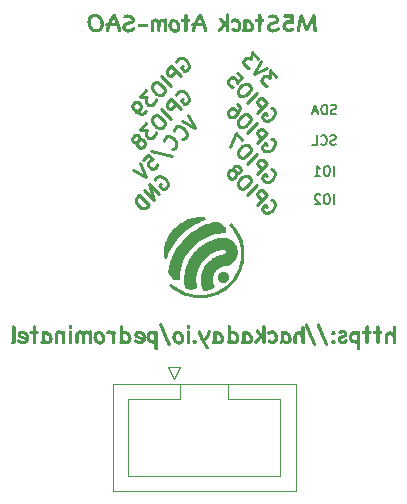
<source format=gbr>
%TF.GenerationSoftware,KiCad,Pcbnew,8.0.8*%
%TF.CreationDate,2025-02-17T10:30:19+00:00*%
%TF.ProjectId,hackaday-sao-m5stack-atoms3,6861636b-6164-4617-992d-73616f2d6d35,rev?*%
%TF.SameCoordinates,Original*%
%TF.FileFunction,Legend,Bot*%
%TF.FilePolarity,Positive*%
%FSLAX46Y46*%
G04 Gerber Fmt 4.6, Leading zero omitted, Abs format (unit mm)*
G04 Created by KiCad (PCBNEW 8.0.8) date 2025-02-17 10:30:19*
%MOMM*%
%LPD*%
G01*
G04 APERTURE LIST*
%ADD10C,0.000000*%
%ADD11C,0.150000*%
%ADD12C,0.250000*%
%ADD13C,0.260000*%
%ADD14C,0.120000*%
G04 APERTURE END LIST*
D10*
G36*
X214456973Y-81716431D02*
G01*
X214577445Y-81855627D01*
X214690435Y-82000101D01*
X214795817Y-82149542D01*
X214893461Y-82303641D01*
X214983239Y-82462087D01*
X215065023Y-82624571D01*
X215138684Y-82790782D01*
X215204094Y-82960410D01*
X215261124Y-83133146D01*
X215309647Y-83308679D01*
X215349533Y-83486699D01*
X215380654Y-83666897D01*
X215402882Y-83848961D01*
X215416088Y-84032583D01*
X215420144Y-84217452D01*
X215414490Y-84408562D01*
X215399362Y-84597138D01*
X215374995Y-84782947D01*
X215341620Y-84965758D01*
X215299470Y-85145339D01*
X215248777Y-85321458D01*
X215189776Y-85493884D01*
X215122697Y-85662385D01*
X215047773Y-85826730D01*
X214965238Y-85986686D01*
X214875324Y-86142023D01*
X214778264Y-86292509D01*
X214674290Y-86437911D01*
X214563634Y-86577999D01*
X214446531Y-86712541D01*
X214323211Y-86841305D01*
X214193908Y-86964059D01*
X214058855Y-87080573D01*
X213918283Y-87190613D01*
X213772427Y-87293950D01*
X213621517Y-87390350D01*
X213465788Y-87479583D01*
X213305472Y-87561416D01*
X213140800Y-87635619D01*
X212972007Y-87701959D01*
X212799324Y-87760205D01*
X212622985Y-87810125D01*
X212443221Y-87851488D01*
X212260266Y-87884062D01*
X212074352Y-87907615D01*
X211885712Y-87921916D01*
X211694578Y-87926734D01*
X211694577Y-87926734D01*
X211508746Y-87925460D01*
X211324042Y-87914920D01*
X211140781Y-87895238D01*
X210959281Y-87866542D01*
X210779857Y-87828957D01*
X210602828Y-87782611D01*
X210428510Y-87727630D01*
X210257219Y-87664140D01*
X210089273Y-87592268D01*
X209924989Y-87512139D01*
X209764683Y-87423882D01*
X209608673Y-87327621D01*
X209457275Y-87223484D01*
X209310806Y-87111597D01*
X209169584Y-86992086D01*
X209033924Y-86865078D01*
X209232578Y-86666424D01*
X209356352Y-86785225D01*
X209485313Y-86897226D01*
X209619176Y-87002309D01*
X209757652Y-87100354D01*
X209900456Y-87191241D01*
X210047302Y-87274851D01*
X210197904Y-87351065D01*
X210351973Y-87419763D01*
X210509226Y-87480826D01*
X210669374Y-87534134D01*
X210832131Y-87579569D01*
X210997212Y-87617011D01*
X211164330Y-87646340D01*
X211333197Y-87667437D01*
X211503529Y-87680182D01*
X211675038Y-87684458D01*
X211846548Y-87680182D01*
X212016880Y-87667437D01*
X212185747Y-87646340D01*
X212352865Y-87617011D01*
X212517946Y-87579569D01*
X212680703Y-87534134D01*
X212840851Y-87480826D01*
X212998104Y-87419763D01*
X213152174Y-87351065D01*
X213302775Y-87274851D01*
X213449621Y-87191241D01*
X213592425Y-87100354D01*
X213730902Y-87002309D01*
X213864764Y-86897226D01*
X213993725Y-86785225D01*
X214117500Y-86666424D01*
X214236300Y-86542650D01*
X214348302Y-86413689D01*
X214453384Y-86279827D01*
X214551429Y-86141350D01*
X214642316Y-85998546D01*
X214725926Y-85851700D01*
X214802139Y-85701099D01*
X214870837Y-85547029D01*
X214931900Y-85389777D01*
X214985209Y-85229629D01*
X215030643Y-85066872D01*
X215068085Y-84901791D01*
X215097414Y-84734674D01*
X215118511Y-84565806D01*
X215131257Y-84395474D01*
X215135532Y-84223965D01*
X215131257Y-84052456D01*
X215118511Y-83882124D01*
X215097414Y-83713256D01*
X215068085Y-83546139D01*
X215030643Y-83381058D01*
X214985209Y-83218300D01*
X214931900Y-83058152D01*
X214870837Y-82900900D01*
X214802139Y-82746830D01*
X214725926Y-82596229D01*
X214642316Y-82449383D01*
X214551429Y-82306579D01*
X214453384Y-82168102D01*
X214348302Y-82034240D01*
X214236300Y-81905279D01*
X214117500Y-81781505D01*
X214329150Y-81582822D01*
X214456973Y-81716431D01*
G37*
G36*
X213685943Y-82820851D02*
G01*
X213721693Y-82822068D01*
X213757415Y-82824097D01*
X213793096Y-82826938D01*
X213828722Y-82830590D01*
X213864279Y-82835054D01*
X213899753Y-82840330D01*
X213935129Y-82846417D01*
X213979554Y-82859042D01*
X214023372Y-82873275D01*
X214066542Y-82889091D01*
X214109026Y-82906465D01*
X214150782Y-82925372D01*
X214191770Y-82945788D01*
X214231951Y-82967686D01*
X214271285Y-82991044D01*
X214309731Y-83015835D01*
X214347249Y-83042036D01*
X214383799Y-83069621D01*
X214419341Y-83098565D01*
X214453836Y-83128844D01*
X214487242Y-83160433D01*
X214519520Y-83193307D01*
X214550630Y-83227441D01*
X214598570Y-83286580D01*
X214642432Y-83348157D01*
X214682169Y-83411965D01*
X214717734Y-83477796D01*
X214749082Y-83545444D01*
X214776165Y-83614700D01*
X214798936Y-83685357D01*
X214817351Y-83757209D01*
X214831362Y-83830048D01*
X214840922Y-83903666D01*
X214845986Y-83977856D01*
X214846506Y-84052412D01*
X214842437Y-84127125D01*
X214833731Y-84201789D01*
X214820343Y-84276196D01*
X214802226Y-84350139D01*
X214779536Y-84422809D01*
X214752557Y-84493433D01*
X214721436Y-84561857D01*
X214686320Y-84627929D01*
X214647356Y-84691495D01*
X214604691Y-84752401D01*
X214558471Y-84810494D01*
X214508843Y-84865620D01*
X214455955Y-84917626D01*
X214399953Y-84966358D01*
X214340984Y-85011663D01*
X214279195Y-85053387D01*
X214214732Y-85091377D01*
X214147744Y-85125480D01*
X214078376Y-85155542D01*
X214006775Y-85181409D01*
X213968863Y-85190174D01*
X213930840Y-85198413D01*
X213892711Y-85206127D01*
X213854480Y-85213314D01*
X213816155Y-85219972D01*
X213777738Y-85226102D01*
X213739238Y-85231702D01*
X213700657Y-85236771D01*
X213700654Y-85236771D01*
X213649603Y-85246662D01*
X213599464Y-85258738D01*
X213550283Y-85272944D01*
X213502105Y-85289224D01*
X213454978Y-85307524D01*
X213408948Y-85327789D01*
X213364062Y-85349963D01*
X213320366Y-85373991D01*
X213277907Y-85399819D01*
X213236731Y-85427390D01*
X213196885Y-85456650D01*
X213158415Y-85487544D01*
X213121368Y-85520016D01*
X213085791Y-85554011D01*
X213051729Y-85589475D01*
X213019230Y-85626352D01*
X212988341Y-85664586D01*
X212959106Y-85704124D01*
X212931574Y-85744909D01*
X212905790Y-85786887D01*
X212881802Y-85830001D01*
X212859655Y-85874199D01*
X212839397Y-85919423D01*
X212821073Y-85965619D01*
X212804731Y-86012732D01*
X212790416Y-86060706D01*
X212778176Y-86109487D01*
X212768057Y-86159019D01*
X212760105Y-86209248D01*
X212754368Y-86260117D01*
X212750891Y-86311573D01*
X212749721Y-86363559D01*
X212750461Y-86404453D01*
X212752675Y-86445200D01*
X212756351Y-86485763D01*
X212761477Y-86526104D01*
X212768043Y-86566184D01*
X212776037Y-86605966D01*
X212785448Y-86645411D01*
X212796265Y-86684482D01*
X212808476Y-86723141D01*
X212822071Y-86761349D01*
X212837038Y-86799068D01*
X212853365Y-86836262D01*
X212871043Y-86872890D01*
X212890058Y-86908917D01*
X212910401Y-86944303D01*
X212932060Y-86979010D01*
X212541298Y-87229819D01*
X212469248Y-87248593D01*
X212396776Y-87265504D01*
X212323919Y-87280547D01*
X212250711Y-87293715D01*
X212177190Y-87305002D01*
X212103392Y-87314402D01*
X212029352Y-87321909D01*
X211955107Y-87327517D01*
X211933720Y-87283336D01*
X211913368Y-87238717D01*
X211894057Y-87193679D01*
X211875792Y-87148242D01*
X211858580Y-87102422D01*
X211842424Y-87056240D01*
X211827331Y-87009713D01*
X211813306Y-86962859D01*
X211800353Y-86915698D01*
X211788479Y-86868247D01*
X211777688Y-86820525D01*
X211767986Y-86772550D01*
X211759378Y-86724342D01*
X211751869Y-86675918D01*
X211745465Y-86627296D01*
X211740171Y-86578496D01*
X211736915Y-86594780D01*
X211728649Y-86455300D01*
X211729349Y-86316611D01*
X211738848Y-86179091D01*
X211756978Y-86043119D01*
X211783573Y-85909075D01*
X211818464Y-85777337D01*
X211861484Y-85648283D01*
X211912467Y-85522293D01*
X211971245Y-85399745D01*
X212037650Y-85281019D01*
X212111515Y-85166492D01*
X212192674Y-85056545D01*
X212280958Y-84951555D01*
X212376201Y-84851902D01*
X212478234Y-84757964D01*
X212586892Y-84670121D01*
X212646604Y-84624788D01*
X212707745Y-84581687D01*
X212770251Y-84540845D01*
X212834058Y-84502286D01*
X212899101Y-84466038D01*
X212965317Y-84432126D01*
X213032641Y-84400576D01*
X213101009Y-84371414D01*
X213170358Y-84344667D01*
X213240622Y-84320360D01*
X213311739Y-84298519D01*
X213383643Y-84279171D01*
X213456271Y-84262341D01*
X213529559Y-84248055D01*
X213603442Y-84236340D01*
X213677856Y-84227221D01*
X213687455Y-84225732D01*
X213696880Y-84223801D01*
X213706122Y-84221439D01*
X213715170Y-84218658D01*
X213724016Y-84215471D01*
X213732649Y-84211889D01*
X213741060Y-84207924D01*
X213749239Y-84203588D01*
X213757175Y-84198892D01*
X213764860Y-84193848D01*
X213772284Y-84188468D01*
X213779436Y-84182764D01*
X213786307Y-84176748D01*
X213792887Y-84170432D01*
X213799167Y-84163826D01*
X213805136Y-84156944D01*
X213810785Y-84149797D01*
X213816104Y-84142396D01*
X213821084Y-84134754D01*
X213825714Y-84126882D01*
X213829985Y-84118792D01*
X213833887Y-84110496D01*
X213837410Y-84102006D01*
X213840544Y-84093334D01*
X213843280Y-84084490D01*
X213845608Y-84075488D01*
X213847518Y-84066338D01*
X213849001Y-84057054D01*
X213850046Y-84047646D01*
X213850644Y-84038126D01*
X213850785Y-84028506D01*
X213850459Y-84018798D01*
X213849448Y-84009161D01*
X213847960Y-83999630D01*
X213846004Y-83990221D01*
X213843588Y-83980950D01*
X213840720Y-83971832D01*
X213837408Y-83962884D01*
X213833661Y-83954122D01*
X213829487Y-83945561D01*
X213824894Y-83937218D01*
X213819890Y-83929107D01*
X213814483Y-83921246D01*
X213808683Y-83913649D01*
X213802496Y-83906334D01*
X213795932Y-83899315D01*
X213788999Y-83892608D01*
X213781704Y-83886230D01*
X213774097Y-83880228D01*
X213766233Y-83874641D01*
X213758130Y-83869474D01*
X213749804Y-83864734D01*
X213741273Y-83860424D01*
X213732553Y-83856550D01*
X213723663Y-83853118D01*
X213714619Y-83850132D01*
X213705437Y-83847598D01*
X213696137Y-83845520D01*
X213686733Y-83843905D01*
X213677244Y-83842757D01*
X213667687Y-83842081D01*
X213658079Y-83841883D01*
X213648437Y-83842168D01*
X213638778Y-83842941D01*
X213508736Y-83859785D01*
X213381067Y-83882919D01*
X213255911Y-83912168D01*
X213133412Y-83947359D01*
X213013711Y-83988316D01*
X212896950Y-84034865D01*
X212783272Y-84086833D01*
X212672819Y-84144045D01*
X212565733Y-84206326D01*
X212462156Y-84273503D01*
X212362231Y-84345401D01*
X212266100Y-84421845D01*
X212173904Y-84502662D01*
X212085787Y-84587677D01*
X212001890Y-84676715D01*
X211922356Y-84769603D01*
X211847326Y-84866167D01*
X211776943Y-84966231D01*
X211711350Y-85069622D01*
X211650688Y-85176165D01*
X211595099Y-85285686D01*
X211544726Y-85398011D01*
X211499711Y-85512965D01*
X211460196Y-85630374D01*
X211426324Y-85750064D01*
X211398236Y-85871861D01*
X211376075Y-85995590D01*
X211359983Y-86121076D01*
X211350102Y-86248147D01*
X211346574Y-86376626D01*
X211349542Y-86506341D01*
X211359148Y-86637116D01*
X211364877Y-86692912D01*
X211372003Y-86748519D01*
X211380521Y-86803913D01*
X211390426Y-86859066D01*
X211401714Y-86913953D01*
X211414379Y-86968548D01*
X211428415Y-87022825D01*
X211443819Y-87076757D01*
X210877169Y-87236332D01*
X210814488Y-87217600D01*
X210752230Y-87197576D01*
X210690415Y-87176266D01*
X210629062Y-87153679D01*
X210568193Y-87129822D01*
X210507826Y-87104702D01*
X210447981Y-87078327D01*
X210388678Y-87050704D01*
X210373875Y-86968039D01*
X210361084Y-86885076D01*
X210350309Y-86801851D01*
X210341555Y-86718403D01*
X210334823Y-86634766D01*
X210330118Y-86550979D01*
X210327442Y-86467078D01*
X210326801Y-86383101D01*
X210330739Y-86218258D01*
X210342071Y-86055148D01*
X210360646Y-85893947D01*
X210386310Y-85734833D01*
X210418913Y-85577983D01*
X210458301Y-85423575D01*
X210504322Y-85271784D01*
X210556824Y-85122790D01*
X210615655Y-84976768D01*
X210680662Y-84833896D01*
X210751693Y-84694352D01*
X210828596Y-84558312D01*
X210911219Y-84425954D01*
X210999409Y-84297455D01*
X211093014Y-84172993D01*
X211191882Y-84052744D01*
X211295860Y-83936885D01*
X211404797Y-83825595D01*
X211518539Y-83719050D01*
X211636936Y-83617427D01*
X211759833Y-83520904D01*
X211887080Y-83429657D01*
X212018524Y-83343865D01*
X212154013Y-83263704D01*
X212293394Y-83189352D01*
X212436515Y-83120985D01*
X212583223Y-83058781D01*
X212733368Y-83002918D01*
X212886796Y-82953572D01*
X213043354Y-82910921D01*
X213202892Y-82875142D01*
X213365256Y-82846411D01*
X213400626Y-82840325D01*
X213436095Y-82835051D01*
X213471647Y-82830588D01*
X213507269Y-82826936D01*
X213542947Y-82824096D01*
X213578667Y-82822067D01*
X213614416Y-82820850D01*
X213650179Y-82820445D01*
X213685943Y-82820851D01*
G37*
G36*
X211812885Y-81088100D02*
G01*
X211853764Y-81088705D01*
X211894453Y-81089881D01*
X211934989Y-81091821D01*
X211975410Y-81094715D01*
X212015756Y-81098754D01*
X212056063Y-81104129D01*
X212127707Y-81312552D01*
X211842057Y-81421834D01*
X211564633Y-81546375D01*
X211295938Y-81685674D01*
X211036473Y-81839231D01*
X210786741Y-82006543D01*
X210547242Y-82187110D01*
X210318478Y-82380431D01*
X210100952Y-82586003D01*
X209895165Y-82803326D01*
X209701619Y-83031899D01*
X209520816Y-83271220D01*
X209353257Y-83520788D01*
X209199445Y-83780101D01*
X209059880Y-84048659D01*
X208935065Y-84325960D01*
X208825502Y-84611502D01*
X208617080Y-84536600D01*
X208604326Y-84469667D01*
X208599089Y-84441506D01*
X208594587Y-84414750D01*
X208590801Y-84387801D01*
X208587712Y-84359061D01*
X208585300Y-84326930D01*
X208583547Y-84289809D01*
X208581256Y-84220709D01*
X208585359Y-84058905D01*
X208597539Y-83899241D01*
X208617598Y-83741915D01*
X208645336Y-83587126D01*
X208680554Y-83435071D01*
X208723052Y-83285949D01*
X208772631Y-83139958D01*
X208829092Y-82997297D01*
X208892235Y-82858163D01*
X208961861Y-82722755D01*
X209037771Y-82591272D01*
X209119765Y-82463912D01*
X209207644Y-82340873D01*
X209301209Y-82222352D01*
X209400260Y-82108550D01*
X209504599Y-81999663D01*
X209614025Y-81895891D01*
X209728339Y-81797431D01*
X209847343Y-81704481D01*
X209970836Y-81617241D01*
X210098620Y-81535908D01*
X210230495Y-81460681D01*
X210366261Y-81391758D01*
X210505720Y-81329337D01*
X210648673Y-81273616D01*
X210794918Y-81224795D01*
X210944259Y-81183070D01*
X211096494Y-81148642D01*
X211251426Y-81121706D01*
X211408853Y-81102463D01*
X211568578Y-81091110D01*
X211730401Y-81087846D01*
X211812885Y-81088100D01*
G37*
G36*
X213287429Y-81501754D02*
G01*
X213380308Y-81557338D01*
X213471183Y-81616026D01*
X213559975Y-81677765D01*
X213646610Y-81742497D01*
X213731009Y-81810168D01*
X213813095Y-81880722D01*
X213892793Y-81954105D01*
X213892793Y-82419801D01*
X213689030Y-82425112D01*
X213487940Y-82440544D01*
X213289773Y-82465849D01*
X213094776Y-82500778D01*
X212903197Y-82545085D01*
X212715285Y-82598521D01*
X212531287Y-82660838D01*
X212351453Y-82731787D01*
X212176029Y-82811122D01*
X212005265Y-82898595D01*
X211839408Y-82993956D01*
X211678706Y-83096959D01*
X211523409Y-83207355D01*
X211373763Y-83324897D01*
X211230017Y-83449336D01*
X211092419Y-83580424D01*
X210961217Y-83717914D01*
X210836660Y-83861558D01*
X210718995Y-84011107D01*
X210608472Y-84166314D01*
X210505337Y-84326931D01*
X210409839Y-84492710D01*
X210322226Y-84663402D01*
X210242747Y-84838760D01*
X210171649Y-85018536D01*
X210109181Y-85202483D01*
X210055591Y-85390351D01*
X210011127Y-85581893D01*
X209976037Y-85776861D01*
X209950569Y-85975008D01*
X209934972Y-86176085D01*
X209929494Y-86379844D01*
X209463799Y-86379843D01*
X209391009Y-86300114D01*
X209320889Y-86218138D01*
X209253490Y-86133984D01*
X209188859Y-86047719D01*
X209127048Y-85959413D01*
X209068106Y-85869133D01*
X209012081Y-85776948D01*
X208959023Y-85682928D01*
X208959023Y-85682927D01*
X208992706Y-85478626D01*
X209034468Y-85277254D01*
X209084137Y-85078981D01*
X209141544Y-84883980D01*
X209206514Y-84692422D01*
X209278877Y-84504478D01*
X209358462Y-84320322D01*
X209445096Y-84140123D01*
X209538607Y-83964055D01*
X209638824Y-83792288D01*
X209745575Y-83624995D01*
X209858689Y-83462347D01*
X210103317Y-83151673D01*
X210371334Y-82861641D01*
X210661366Y-82593624D01*
X210972040Y-82348996D01*
X211134688Y-82235883D01*
X211301982Y-82129131D01*
X211473748Y-82028914D01*
X211649817Y-81935403D01*
X211830016Y-81848769D01*
X212014172Y-81769185D01*
X212202116Y-81696821D01*
X212393674Y-81631851D01*
X212588676Y-81574444D01*
X212786948Y-81524774D01*
X212988321Y-81483012D01*
X213192621Y-81449330D01*
X213287429Y-81501754D01*
G37*
G36*
X213663507Y-85702809D02*
G01*
X213681597Y-85703829D01*
X213699544Y-85705517D01*
X213717334Y-85707864D01*
X213734951Y-85710858D01*
X213752381Y-85714491D01*
X213769608Y-85718751D01*
X213786617Y-85723629D01*
X213803395Y-85729115D01*
X213819924Y-85735199D01*
X213836191Y-85741870D01*
X213852181Y-85749120D01*
X213867878Y-85756937D01*
X213883267Y-85765312D01*
X213898334Y-85774234D01*
X213913063Y-85783695D01*
X213927440Y-85793683D01*
X213941449Y-85804188D01*
X213955076Y-85815201D01*
X213968305Y-85826712D01*
X213981121Y-85838710D01*
X213993510Y-85851186D01*
X214005456Y-85864129D01*
X214016945Y-85877530D01*
X214027961Y-85891378D01*
X214038489Y-85905663D01*
X214048515Y-85920376D01*
X214058023Y-85935506D01*
X214066999Y-85951044D01*
X214075427Y-85966979D01*
X214083292Y-85983301D01*
X214090580Y-86000000D01*
X214103215Y-86034064D01*
X214113163Y-86068625D01*
X214120453Y-86103540D01*
X214125112Y-86138668D01*
X214127169Y-86173867D01*
X214126651Y-86208995D01*
X214123588Y-86243912D01*
X214118007Y-86278475D01*
X214109937Y-86312543D01*
X214099405Y-86345974D01*
X214086440Y-86378626D01*
X214071069Y-86410359D01*
X214053322Y-86441029D01*
X214033226Y-86470497D01*
X214010809Y-86498620D01*
X213986100Y-86525256D01*
X213959464Y-86549965D01*
X213931341Y-86572382D01*
X213901874Y-86592478D01*
X213871203Y-86610225D01*
X213839471Y-86625596D01*
X213806818Y-86638561D01*
X213773387Y-86649093D01*
X213739320Y-86657163D01*
X213704757Y-86662744D01*
X213669840Y-86665808D01*
X213634711Y-86666325D01*
X213599512Y-86664268D01*
X213564384Y-86659609D01*
X213529469Y-86652319D01*
X213494909Y-86642371D01*
X213460844Y-86629736D01*
X213427822Y-86614583D01*
X213396350Y-86597179D01*
X213366507Y-86577645D01*
X213338373Y-86556101D01*
X213312030Y-86532666D01*
X213287556Y-86507460D01*
X213265032Y-86480604D01*
X213244539Y-86452218D01*
X213226156Y-86422422D01*
X213209964Y-86391336D01*
X213196043Y-86359079D01*
X213184474Y-86325773D01*
X213175335Y-86291536D01*
X213168709Y-86256489D01*
X213164674Y-86220753D01*
X213163311Y-86184446D01*
X213163311Y-86184445D01*
X213163904Y-86160545D01*
X213165670Y-86136807D01*
X213168593Y-86113271D01*
X213172658Y-86089977D01*
X213177847Y-86066963D01*
X213184145Y-86044269D01*
X213191535Y-86021935D01*
X213200000Y-86000000D01*
X213209525Y-85978504D01*
X213220092Y-85957486D01*
X213231686Y-85936986D01*
X213244290Y-85917043D01*
X213257888Y-85897697D01*
X213272463Y-85878988D01*
X213287999Y-85860954D01*
X213304480Y-85843635D01*
X213321799Y-85827154D01*
X213339832Y-85811618D01*
X213358542Y-85797043D01*
X213377888Y-85783445D01*
X213397831Y-85770841D01*
X213418331Y-85759247D01*
X213439349Y-85748680D01*
X213460845Y-85739155D01*
X213482780Y-85730690D01*
X213505114Y-85723300D01*
X213527807Y-85717002D01*
X213550821Y-85711813D01*
X213574116Y-85707748D01*
X213597652Y-85704825D01*
X213621390Y-85703059D01*
X213645290Y-85702466D01*
X213663507Y-85702809D01*
G37*
D11*
X222999999Y-77562295D02*
X222999999Y-76762295D01*
X222466666Y-76762295D02*
X222314285Y-76762295D01*
X222314285Y-76762295D02*
X222238095Y-76800390D01*
X222238095Y-76800390D02*
X222161904Y-76876580D01*
X222161904Y-76876580D02*
X222123809Y-77028961D01*
X222123809Y-77028961D02*
X222123809Y-77295628D01*
X222123809Y-77295628D02*
X222161904Y-77448009D01*
X222161904Y-77448009D02*
X222238095Y-77524200D01*
X222238095Y-77524200D02*
X222314285Y-77562295D01*
X222314285Y-77562295D02*
X222466666Y-77562295D01*
X222466666Y-77562295D02*
X222542857Y-77524200D01*
X222542857Y-77524200D02*
X222619047Y-77448009D01*
X222619047Y-77448009D02*
X222657143Y-77295628D01*
X222657143Y-77295628D02*
X222657143Y-77028961D01*
X222657143Y-77028961D02*
X222619047Y-76876580D01*
X222619047Y-76876580D02*
X222542857Y-76800390D01*
X222542857Y-76800390D02*
X222466666Y-76762295D01*
X221361905Y-77562295D02*
X221819048Y-77562295D01*
X221590476Y-77562295D02*
X221590476Y-76762295D01*
X221590476Y-76762295D02*
X221666667Y-76876580D01*
X221666667Y-76876580D02*
X221742857Y-76952771D01*
X221742857Y-76952771D02*
X221819048Y-76990866D01*
D12*
X207821728Y-77928733D02*
X207862134Y-77807515D01*
X207862134Y-77807515D02*
X207983352Y-77686296D01*
X207983352Y-77686296D02*
X208144976Y-77605484D01*
X208144976Y-77605484D02*
X208306601Y-77605484D01*
X208306601Y-77605484D02*
X208427819Y-77645890D01*
X208427819Y-77645890D02*
X208629850Y-77767109D01*
X208629850Y-77767109D02*
X208751068Y-77888327D01*
X208751068Y-77888327D02*
X208872286Y-78090357D01*
X208872286Y-78090357D02*
X208912692Y-78211576D01*
X208912692Y-78211576D02*
X208912692Y-78373200D01*
X208912692Y-78373200D02*
X208831880Y-78534825D01*
X208831880Y-78534825D02*
X208751068Y-78615637D01*
X208751068Y-78615637D02*
X208589444Y-78696449D01*
X208589444Y-78696449D02*
X208508631Y-78696449D01*
X208508631Y-78696449D02*
X208225789Y-78413606D01*
X208225789Y-78413606D02*
X208387413Y-78251982D01*
X208225789Y-79140916D02*
X207377261Y-78292388D01*
X207377261Y-78292388D02*
X207740915Y-79625789D01*
X207740915Y-79625789D02*
X206892387Y-78777261D01*
X207336854Y-80029850D02*
X206488326Y-79181322D01*
X206488326Y-79181322D02*
X206286296Y-79383353D01*
X206286296Y-79383353D02*
X206205484Y-79544977D01*
X206205484Y-79544977D02*
X206205484Y-79706602D01*
X206205484Y-79706602D02*
X206245890Y-79827820D01*
X206245890Y-79827820D02*
X206367108Y-80029850D01*
X206367108Y-80029850D02*
X206488326Y-80151069D01*
X206488326Y-80151069D02*
X206690357Y-80272287D01*
X206690357Y-80272287D02*
X206811575Y-80312693D01*
X206811575Y-80312693D02*
X206973199Y-80312693D01*
X206973199Y-80312693D02*
X207134824Y-80231881D01*
X207134824Y-80231881D02*
X207336854Y-80029850D01*
D13*
G36*
X219845847Y-65284549D02*
G01*
X219870811Y-65355300D01*
X219882850Y-65371744D01*
X219942716Y-65417746D01*
X219952459Y-65421570D01*
X220025981Y-65424838D01*
X220033792Y-65422669D01*
X220092471Y-65378130D01*
X220103401Y-65361120D01*
X220128927Y-65289713D01*
X220130146Y-65279054D01*
X220136753Y-65204015D01*
X220138206Y-65189661D01*
X220146318Y-65115020D01*
X220148464Y-65100268D01*
X220159139Y-65026485D01*
X220161287Y-65010875D01*
X220173410Y-64932855D01*
X220186287Y-64855414D01*
X220199917Y-64778552D01*
X220207815Y-64736102D01*
X220222614Y-64659559D01*
X220238573Y-64582843D01*
X220255690Y-64505953D01*
X220265701Y-64463161D01*
X220294316Y-64535532D01*
X220322001Y-64607474D01*
X220348755Y-64678986D01*
X220353995Y-64693237D01*
X220380098Y-64764435D01*
X220406202Y-64836062D01*
X220432305Y-64908119D01*
X220437526Y-64922581D01*
X220463600Y-64992716D01*
X220489432Y-65063212D01*
X220501273Y-65095872D01*
X220528566Y-65165452D01*
X220559244Y-65233098D01*
X220574546Y-65263667D01*
X220621074Y-65309096D01*
X220690683Y-65328879D01*
X220760293Y-65318255D01*
X220808653Y-65275390D01*
X220846069Y-65203215D01*
X220883305Y-65131220D01*
X220920361Y-65059406D01*
X220957236Y-64987771D01*
X220993931Y-64916318D01*
X221006123Y-64892540D01*
X221042668Y-64821146D01*
X221079213Y-64749572D01*
X221115758Y-64677817D01*
X221152302Y-64605882D01*
X221188847Y-64533767D01*
X221201029Y-64509689D01*
X221207948Y-64583756D01*
X221214510Y-64658038D01*
X221220714Y-64732534D01*
X221221912Y-64747459D01*
X221227886Y-64821999D01*
X221234362Y-64896323D01*
X221241339Y-64970434D01*
X221242794Y-64985230D01*
X221246765Y-65059766D01*
X221247557Y-65076088D01*
X221252311Y-65149825D01*
X221255617Y-65183799D01*
X221264559Y-65256607D01*
X221269539Y-65288213D01*
X221291498Y-65358578D01*
X221295917Y-65365882D01*
X221350156Y-65418681D01*
X221369190Y-65426332D01*
X221443929Y-65431568D01*
X221457484Y-65428531D01*
X221521838Y-65389501D01*
X221529291Y-65380903D01*
X221555765Y-65309499D01*
X221556036Y-65289312D01*
X221551078Y-65212341D01*
X221543943Y-65136216D01*
X221539916Y-65101367D01*
X221530753Y-65025633D01*
X221522316Y-64949053D01*
X221518667Y-64913422D01*
X221511746Y-64836027D01*
X221504722Y-64758811D01*
X221497595Y-64681776D01*
X221490365Y-64604921D01*
X221483032Y-64528246D01*
X221480565Y-64502728D01*
X221473185Y-64426023D01*
X221465882Y-64348958D01*
X221458656Y-64271532D01*
X221451507Y-64193746D01*
X221444436Y-64115598D01*
X221442096Y-64089469D01*
X221429700Y-64014554D01*
X221417916Y-63978461D01*
X221369415Y-63922308D01*
X221333286Y-63906287D01*
X221279797Y-63899326D01*
X221228872Y-63915446D01*
X221173489Y-63965649D01*
X221148639Y-64004839D01*
X221115432Y-64070336D01*
X221094050Y-64112916D01*
X221058693Y-64180967D01*
X221024061Y-64249380D01*
X221008321Y-64281078D01*
X220974387Y-64349658D01*
X220940452Y-64417876D01*
X220924790Y-64449239D01*
X220892855Y-64515743D01*
X220857478Y-64588070D01*
X220821842Y-64659532D01*
X220785434Y-64730482D01*
X220748247Y-64801779D01*
X220713764Y-64866894D01*
X220687020Y-64797285D01*
X220660275Y-64727676D01*
X220632583Y-64659618D01*
X220612648Y-64606043D01*
X220587570Y-64537148D01*
X220567585Y-64484043D01*
X220539756Y-64415542D01*
X220511495Y-64343081D01*
X220506036Y-64328705D01*
X220478880Y-64256357D01*
X220452369Y-64182882D01*
X220448883Y-64173000D01*
X220422249Y-64101032D01*
X220404919Y-64048070D01*
X220373312Y-63978840D01*
X220337508Y-63934131D01*
X220274259Y-63893915D01*
X220267166Y-63892365D01*
X220194993Y-63898227D01*
X220134542Y-63941092D01*
X220097920Y-64005792D01*
X220096441Y-64010701D01*
X220077178Y-64083001D01*
X220063834Y-64131601D01*
X220044321Y-64202737D01*
X220031228Y-64252135D01*
X220012887Y-64324761D01*
X219995782Y-64396460D01*
X219985066Y-64443743D01*
X219968461Y-64520552D01*
X219953778Y-64592525D01*
X219945498Y-64634986D01*
X219929722Y-64714830D01*
X219914999Y-64794262D01*
X219901329Y-64873283D01*
X219888712Y-64951891D01*
X219876828Y-65030338D01*
X219865723Y-65109244D01*
X219855396Y-65188608D01*
X219845847Y-65268429D01*
X219845847Y-65284549D01*
G37*
G36*
X219586828Y-65272826D02*
G01*
X219624216Y-65207102D01*
X219628593Y-65187096D01*
X219622262Y-65112123D01*
X219618335Y-65102466D01*
X219571011Y-65046086D01*
X219561549Y-65039818D01*
X219489886Y-65019353D01*
X219466294Y-65020034D01*
X219407309Y-65042383D01*
X219352721Y-65073524D01*
X219283679Y-65101373D01*
X219272487Y-65104665D01*
X219197755Y-65113640D01*
X219187857Y-65112725D01*
X219115042Y-65100772D01*
X219092602Y-65094406D01*
X219026592Y-65059908D01*
X219009071Y-65045680D01*
X218962789Y-64986833D01*
X218946423Y-64948227D01*
X218930375Y-64875288D01*
X218946423Y-64799849D01*
X218995734Y-64741395D01*
X219041678Y-64713754D01*
X219112791Y-64691098D01*
X219183094Y-64682613D01*
X219258474Y-64684536D01*
X219327076Y-64697634D01*
X219340997Y-64711556D01*
X219354919Y-64722913D01*
X219417568Y-64757718D01*
X219484979Y-64756618D01*
X219543963Y-64724378D01*
X219582431Y-64662829D01*
X219596926Y-64589946D01*
X219597452Y-64564277D01*
X219597658Y-64488989D01*
X219598551Y-64465359D01*
X219600750Y-64394651D01*
X219602948Y-64321744D01*
X219602948Y-64290237D01*
X219604047Y-64239312D01*
X219606612Y-64187655D01*
X219607711Y-64151018D01*
X219636653Y-64099361D01*
X219641416Y-64040743D01*
X219622732Y-63985788D01*
X219579867Y-63941824D01*
X219508798Y-63915667D01*
X219490474Y-63914713D01*
X219414634Y-63914713D01*
X219394120Y-63914713D01*
X219320710Y-63914713D01*
X219306193Y-63914713D01*
X219229342Y-63914713D01*
X219181995Y-63914713D01*
X219105889Y-63914713D01*
X219063660Y-63914713D01*
X218995150Y-63914713D01*
X218919230Y-63909513D01*
X218895498Y-63906653D01*
X218820926Y-63914908D01*
X218809403Y-63919110D01*
X218746548Y-63959617D01*
X218743457Y-63963440D01*
X218714515Y-64031217D01*
X218723674Y-64103025D01*
X218772308Y-64161220D01*
X218774598Y-64162742D01*
X218845178Y-64192142D01*
X218887438Y-64196081D01*
X218962972Y-64196081D01*
X219004309Y-64196081D01*
X219078175Y-64196081D01*
X219156257Y-64196081D01*
X219161113Y-64196081D01*
X219239057Y-64196081D01*
X219312628Y-64196081D01*
X219317550Y-64196081D01*
X219316932Y-64272193D01*
X219316451Y-64297198D01*
X219314184Y-64372760D01*
X219313154Y-64398314D01*
X219239117Y-64387029D01*
X219199581Y-64384392D01*
X219124230Y-64386233D01*
X219085642Y-64391353D01*
X219013701Y-64409102D01*
X218967306Y-64426158D01*
X218897697Y-64459589D01*
X218855931Y-64484043D01*
X218797402Y-64528351D01*
X218748211Y-64582962D01*
X218742358Y-64591022D01*
X218702843Y-64653828D01*
X218671540Y-64720659D01*
X218667986Y-64729874D01*
X218646419Y-64804878D01*
X218638275Y-64878672D01*
X218639043Y-64912323D01*
X218649953Y-64988539D01*
X218673064Y-65061388D01*
X218681908Y-65081584D01*
X218719475Y-65148873D01*
X218767420Y-65210973D01*
X218783025Y-65227763D01*
X218837298Y-65277595D01*
X218901292Y-65322875D01*
X218925540Y-65336939D01*
X218996496Y-65369748D01*
X219071519Y-65393159D01*
X219093702Y-65398122D01*
X219166515Y-65407559D01*
X219245334Y-65404875D01*
X219273586Y-65400687D01*
X219352629Y-65382850D01*
X219429658Y-65357181D01*
X219504671Y-65323682D01*
X219568654Y-65287946D01*
X219577669Y-65282351D01*
X219586828Y-65272826D01*
G37*
G36*
X218392847Y-65182700D02*
G01*
X218404757Y-65108154D01*
X218403471Y-65094406D01*
X218377802Y-65025253D01*
X218373429Y-65019302D01*
X218312118Y-64975791D01*
X218309682Y-64974972D01*
X218236392Y-64977329D01*
X218221388Y-64983032D01*
X218158059Y-65024761D01*
X218145917Y-65037620D01*
X218089084Y-65084551D01*
X218070446Y-65094406D01*
X218001744Y-65123103D01*
X217947348Y-65138370D01*
X217873159Y-65152416D01*
X217859420Y-65153757D01*
X217786175Y-65156939D01*
X217768928Y-65157055D01*
X217708478Y-65138736D01*
X217652791Y-65099169D01*
X217610676Y-65037259D01*
X217607728Y-65026995D01*
X217605923Y-64952499D01*
X217607728Y-64944930D01*
X217639985Y-64879093D01*
X217646929Y-64870558D01*
X217707396Y-64828403D01*
X217717637Y-64825129D01*
X217788804Y-64803220D01*
X217865053Y-64785193D01*
X217880303Y-64782264D01*
X217955243Y-64766894D01*
X218028251Y-64748948D01*
X218037840Y-64746360D01*
X218107853Y-64722999D01*
X218174325Y-64692071D01*
X218182920Y-64687376D01*
X218244814Y-64643986D01*
X218298369Y-64590271D01*
X218309316Y-64577100D01*
X218348706Y-64515150D01*
X218351448Y-64507491D01*
X218370553Y-64436629D01*
X218371964Y-64430921D01*
X218379331Y-64352284D01*
X218368592Y-64278141D01*
X218354745Y-64242976D01*
X218317368Y-64178391D01*
X218272559Y-64119276D01*
X218258391Y-64103391D01*
X218204966Y-64052229D01*
X218141450Y-64006685D01*
X218090230Y-63979560D01*
X218018377Y-63951464D01*
X217944050Y-63932024D01*
X217893126Y-63923872D01*
X217815331Y-63918532D01*
X217736917Y-63921743D01*
X217684298Y-63928635D01*
X217606434Y-63945001D01*
X217531662Y-63968271D01*
X217483531Y-63987620D01*
X217424151Y-64034047D01*
X217412456Y-64059427D01*
X217406651Y-64134221D01*
X217411357Y-64154682D01*
X217450910Y-64219295D01*
X217464846Y-64231252D01*
X217534944Y-64254266D01*
X217557536Y-64252135D01*
X217630816Y-64235495D01*
X217661950Y-64227588D01*
X217735040Y-64210415D01*
X217759403Y-64205607D01*
X217834300Y-64202859D01*
X217839637Y-64203408D01*
X217913718Y-64216492D01*
X217920969Y-64218429D01*
X217991678Y-64241510D01*
X218040404Y-64268255D01*
X218076308Y-64310387D01*
X218096092Y-64368272D01*
X218065683Y-64433119D01*
X217998989Y-64467867D01*
X217991678Y-64470122D01*
X217918847Y-64485256D01*
X217843923Y-64499746D01*
X217833775Y-64501629D01*
X217758089Y-64518287D01*
X217683530Y-64540097D01*
X217673674Y-64543394D01*
X217602082Y-64571768D01*
X217534999Y-64606743D01*
X217526395Y-64611905D01*
X217466514Y-64657178D01*
X217415327Y-64714687D01*
X217409159Y-64723279D01*
X217365694Y-64783230D01*
X217335592Y-64850426D01*
X217332588Y-64859933D01*
X217317047Y-64931718D01*
X217314665Y-65008288D01*
X217315003Y-65013073D01*
X217327001Y-65088270D01*
X217351273Y-65160718D01*
X217387085Y-65227030D01*
X217434438Y-65284549D01*
X217489859Y-65332590D01*
X217512473Y-65348297D01*
X217576564Y-65387795D01*
X217599302Y-65400687D01*
X217671000Y-65430380D01*
X217746511Y-65446368D01*
X217798970Y-65449413D01*
X217872309Y-65445690D01*
X217945735Y-65434521D01*
X218012561Y-65417906D01*
X218084514Y-65393466D01*
X218153784Y-65362966D01*
X218214427Y-65329979D01*
X218276416Y-65289682D01*
X218336634Y-65242859D01*
X218376727Y-65205781D01*
X218392847Y-65182700D01*
G37*
G36*
X216970621Y-64571238D02*
G01*
X217037764Y-64541545D01*
X217050854Y-64531671D01*
X217095333Y-64471414D01*
X217097016Y-64466824D01*
X217097793Y-64392359D01*
X217097016Y-64389888D01*
X217053208Y-64328074D01*
X217040230Y-64317714D01*
X216971006Y-64290550D01*
X216956699Y-64289870D01*
X216882783Y-64289870D01*
X216866207Y-64289870D01*
X216868771Y-64218796D01*
X216870236Y-64142731D01*
X216869870Y-64099361D01*
X216866193Y-64024422D01*
X216861444Y-63975530D01*
X216842635Y-63902787D01*
X216836165Y-63892732D01*
X216780525Y-63843168D01*
X216721127Y-63831549D01*
X216648424Y-63856388D01*
X216608653Y-63897494D01*
X216591067Y-63925338D01*
X216583007Y-63955380D01*
X216581671Y-64033690D01*
X216581784Y-64112001D01*
X216581908Y-64122442D01*
X216582697Y-64200833D01*
X216582998Y-64274143D01*
X216583007Y-64289870D01*
X216399825Y-64289870D01*
X216329907Y-64316001D01*
X216328018Y-64317714D01*
X216285949Y-64379891D01*
X216285153Y-64382194D01*
X216277844Y-64455950D01*
X216278192Y-64458398D01*
X216314096Y-64522878D01*
X216379539Y-64558942D01*
X216438293Y-64569040D01*
X216514351Y-64570755D01*
X216583007Y-64571238D01*
X216583150Y-64651116D01*
X216583580Y-64730921D01*
X216584295Y-64810656D01*
X216584473Y-64826594D01*
X216584802Y-64906314D01*
X216584415Y-64986106D01*
X216583313Y-65065969D01*
X216583007Y-65081950D01*
X216580640Y-65155986D01*
X216577512Y-65195523D01*
X216578180Y-65269604D01*
X216585205Y-65306898D01*
X216623048Y-65371315D01*
X216624773Y-65372843D01*
X216687421Y-65403251D01*
X216759595Y-65398489D01*
X216825111Y-65363799D01*
X216829204Y-65360387D01*
X216853750Y-65304699D01*
X216863545Y-65229373D01*
X216864009Y-65221168D01*
X216864953Y-65147526D01*
X216864009Y-65111992D01*
X216864009Y-65035028D01*
X216864009Y-64991458D01*
X216864283Y-64915712D01*
X216865040Y-64842205D01*
X216865108Y-64837219D01*
X216865897Y-64763851D01*
X216866206Y-64689674D01*
X216866207Y-64685177D01*
X216866207Y-64610191D01*
X216866207Y-64571238D01*
X216970621Y-64571238D01*
G37*
G36*
X215588771Y-64279336D02*
G01*
X215662334Y-64286939D01*
X215679164Y-64289864D01*
X215750261Y-64307822D01*
X215807464Y-64330981D01*
X215882410Y-64370436D01*
X215951360Y-64418096D01*
X216014314Y-64473960D01*
X216063503Y-64528374D01*
X216091600Y-64564968D01*
X216132013Y-64628025D01*
X216153367Y-64667042D01*
X216184036Y-64737201D01*
X216192051Y-64760442D01*
X216213346Y-64832090D01*
X216219093Y-64856613D01*
X216230565Y-64932107D01*
X216232793Y-64998883D01*
X216227016Y-65074359D01*
X216210048Y-65148995D01*
X216199732Y-65177543D01*
X216165290Y-65244654D01*
X216115893Y-65305432D01*
X216090845Y-65327818D01*
X216029683Y-65368719D01*
X215959089Y-65399221D01*
X215904922Y-65414104D01*
X215826388Y-65425112D01*
X215748063Y-65426332D01*
X215682437Y-65420793D01*
X215607745Y-65403984D01*
X215545372Y-65377240D01*
X215481350Y-65335840D01*
X215452545Y-65369710D01*
X215388660Y-65409846D01*
X215365644Y-65416408D01*
X215289741Y-65413510D01*
X215273414Y-65406846D01*
X215219033Y-65354159D01*
X215206033Y-65317889D01*
X215212072Y-65242784D01*
X215302440Y-65057404D01*
X215587962Y-65057404D01*
X215645847Y-65102466D01*
X215703733Y-65138370D01*
X215705914Y-65139224D01*
X215779204Y-65150094D01*
X215784269Y-65149755D01*
X215855774Y-65129211D01*
X215862416Y-65125556D01*
X215917323Y-65074623D01*
X215927421Y-65058073D01*
X215945167Y-64985230D01*
X215945545Y-64977857D01*
X215938572Y-64904263D01*
X215936122Y-64893856D01*
X215915125Y-64822930D01*
X215892756Y-64770142D01*
X215850398Y-64706068D01*
X215798988Y-64653670D01*
X215755917Y-64620949D01*
X215686416Y-64584490D01*
X215611043Y-64563178D01*
X215611607Y-64578832D01*
X215613481Y-64656841D01*
X215613782Y-64734422D01*
X215612508Y-64811573D01*
X215611983Y-64826916D01*
X215607339Y-64903674D01*
X215599332Y-64980503D01*
X215587962Y-65057404D01*
X215302440Y-65057404D01*
X215304762Y-65052641D01*
X215315387Y-64998053D01*
X215321249Y-64927344D01*
X215323447Y-64856636D01*
X215323447Y-64802048D01*
X215324689Y-64751327D01*
X215324546Y-64677850D01*
X215323834Y-64627297D01*
X215323447Y-64551454D01*
X215322348Y-64485509D01*
X215322348Y-64435683D01*
X215332972Y-64391353D01*
X215363014Y-64342627D01*
X215375371Y-64328399D01*
X215440683Y-64293900D01*
X215473699Y-64286451D01*
X215549860Y-64278879D01*
X215588771Y-64279336D01*
G37*
G36*
X214537595Y-65054839D02*
G01*
X214467213Y-65024900D01*
X214427320Y-65022599D01*
X214357088Y-65046015D01*
X214341591Y-65058503D01*
X214306893Y-65123134D01*
X214304588Y-65142034D01*
X214319810Y-65216510D01*
X214340125Y-65252309D01*
X214390958Y-65307401D01*
X214413398Y-65324117D01*
X214477154Y-65362197D01*
X214504989Y-65375041D01*
X214575522Y-65400969D01*
X214653060Y-65415429D01*
X214711618Y-65416807D01*
X214787817Y-65407585D01*
X214859790Y-65386513D01*
X214905425Y-65365882D01*
X214968846Y-65325989D01*
X215025570Y-65276100D01*
X215059665Y-65237288D01*
X215102426Y-65171703D01*
X215133441Y-65098597D01*
X215147592Y-65045680D01*
X215161125Y-64967936D01*
X215166826Y-64891326D01*
X215164697Y-64815849D01*
X215154736Y-64741506D01*
X215136945Y-64668296D01*
X215129274Y-64644145D01*
X215101064Y-64575726D01*
X215067725Y-64509689D01*
X215027974Y-64447682D01*
X214980530Y-64391353D01*
X214926674Y-64341070D01*
X214866957Y-64297198D01*
X214801378Y-64263217D01*
X214729937Y-64242609D01*
X214655404Y-64238889D01*
X214600244Y-64244075D01*
X214526940Y-64258119D01*
X214455408Y-64281019D01*
X214446004Y-64284741D01*
X214379356Y-64317011D01*
X214317314Y-64360482D01*
X214313747Y-64363510D01*
X214267187Y-64420555D01*
X214249633Y-64479647D01*
X214259159Y-64548157D01*
X214298726Y-64600181D01*
X214357711Y-64629124D01*
X214426221Y-64628025D01*
X214492533Y-64596884D01*
X214551072Y-64548519D01*
X214555914Y-64544494D01*
X214591085Y-64529473D01*
X214625523Y-64521413D01*
X214688171Y-64528374D01*
X214718579Y-64544494D01*
X214746423Y-64558415D01*
X214795684Y-64614647D01*
X214838266Y-64680730D01*
X214862561Y-64733538D01*
X214882482Y-64807915D01*
X214886741Y-64886518D01*
X214880879Y-64941266D01*
X214860850Y-65014051D01*
X214835816Y-65059602D01*
X214781497Y-65111534D01*
X214757048Y-65123715D01*
X214683752Y-65132027D01*
X214657030Y-65127013D01*
X214589224Y-65096015D01*
X214548953Y-65064364D01*
X214537595Y-65054839D01*
G37*
G36*
X213826116Y-65270628D02*
G01*
X213850110Y-65339886D01*
X213886566Y-65380903D01*
X213954817Y-65410618D01*
X213982554Y-65412044D01*
X214053474Y-65386472D01*
X214070847Y-65371378D01*
X214105228Y-65305308D01*
X214108949Y-65266231D01*
X214108949Y-63943290D01*
X214089166Y-63879542D01*
X214039340Y-63832281D01*
X213973394Y-63807735D01*
X213907083Y-63809933D01*
X213855059Y-63844738D01*
X213830669Y-63915122D01*
X213830512Y-63918011D01*
X213827800Y-63995421D01*
X213825754Y-64069289D01*
X213824231Y-64149374D01*
X213823579Y-64224834D01*
X213823551Y-64242976D01*
X213823754Y-64323962D01*
X213824363Y-64405354D01*
X213825377Y-64487151D01*
X213826116Y-64532770D01*
X213767795Y-64487510D01*
X213725000Y-64450704D01*
X213668959Y-64398334D01*
X213631210Y-64361311D01*
X213582389Y-64305053D01*
X213549877Y-64262393D01*
X213495658Y-64209452D01*
X213450226Y-64186922D01*
X213374993Y-64180946D01*
X213367794Y-64182526D01*
X213302948Y-64218429D01*
X213267044Y-64283642D01*
X213269036Y-64357516D01*
X213271441Y-64365708D01*
X213309598Y-64429335D01*
X213323831Y-64447041D01*
X213372298Y-64502669D01*
X213414323Y-64547058D01*
X213466952Y-64598891D01*
X213512875Y-64640847D01*
X213568781Y-64688587D01*
X213591643Y-64706793D01*
X213541060Y-64762191D01*
X213490979Y-64818019D01*
X213441398Y-64874276D01*
X213431542Y-64885579D01*
X213382061Y-64942136D01*
X213332080Y-64998694D01*
X213281597Y-65055251D01*
X213271441Y-65066563D01*
X213221294Y-65121380D01*
X213205495Y-65137637D01*
X213159616Y-65196706D01*
X213150540Y-65212742D01*
X213138773Y-65286842D01*
X213139183Y-65289312D01*
X213170690Y-65357822D01*
X213230774Y-65400687D01*
X213305839Y-65403593D01*
X213308443Y-65402885D01*
X213373648Y-65369375D01*
X213385380Y-65360020D01*
X213439029Y-65310012D01*
X213456088Y-65291877D01*
X213504448Y-65234793D01*
X213519836Y-65215307D01*
X213567401Y-65156883D01*
X213575523Y-65147896D01*
X213626243Y-65089496D01*
X213676601Y-65031581D01*
X213699720Y-65005013D01*
X213750097Y-64948107D01*
X213801803Y-64892289D01*
X213826116Y-64866894D01*
X213826116Y-65270628D01*
G37*
G36*
X211676116Y-63844393D02*
G01*
X211747732Y-63866353D01*
X211800122Y-63919476D01*
X211801490Y-63921406D01*
X211838224Y-63987254D01*
X211839231Y-63989562D01*
X211870830Y-64056496D01*
X211899773Y-64116580D01*
X211928715Y-64178496D01*
X211949087Y-64224985D01*
X211978760Y-64295090D01*
X212007369Y-64365639D01*
X212034916Y-64436633D01*
X212061401Y-64508070D01*
X212086823Y-64579953D01*
X212111182Y-64652279D01*
X212134479Y-64725050D01*
X212156713Y-64798265D01*
X212177884Y-64871925D01*
X212197993Y-64946029D01*
X212215730Y-65011287D01*
X212237194Y-65085247D01*
X212253713Y-65151069D01*
X212265038Y-65227030D01*
X212266709Y-65254072D01*
X212250017Y-65325582D01*
X212244304Y-65335955D01*
X212192131Y-65389330D01*
X212185319Y-65393010D01*
X212111165Y-65404351D01*
X212086075Y-65397865D01*
X212026168Y-65352327D01*
X212013025Y-65335382D01*
X211984403Y-65265132D01*
X211979663Y-65240425D01*
X211963520Y-65168778D01*
X211952027Y-65119537D01*
X211934577Y-65046046D01*
X211921405Y-64995507D01*
X211898674Y-64922948D01*
X211854375Y-64922948D01*
X211774684Y-64922948D01*
X211695050Y-64922948D01*
X211615474Y-64922948D01*
X211571219Y-64922948D01*
X211491244Y-64922948D01*
X211410863Y-64922948D01*
X211330076Y-64922948D01*
X211316838Y-64964901D01*
X211295535Y-65039515D01*
X211277477Y-65112969D01*
X211262665Y-65185265D01*
X211259437Y-65201803D01*
X211250209Y-65274658D01*
X211248411Y-65288552D01*
X211216137Y-65357090D01*
X211205126Y-65370005D01*
X211141032Y-65411311D01*
X211138495Y-65411951D01*
X211064462Y-65408014D01*
X211057736Y-65405211D01*
X211000348Y-65358189D01*
X210989166Y-65341744D01*
X210965544Y-65270994D01*
X210965544Y-65254874D01*
X210968566Y-65233459D01*
X210980588Y-65158776D01*
X210994853Y-65084515D01*
X210999249Y-65063323D01*
X211016079Y-64990053D01*
X211035153Y-64918185D01*
X211029982Y-64916977D01*
X210964445Y-64883747D01*
X210922679Y-64824030D01*
X210915718Y-64752222D01*
X210916555Y-64747615D01*
X210954187Y-64682979D01*
X210968397Y-64669580D01*
X211037718Y-64641580D01*
X211058036Y-64640704D01*
X211132606Y-64641580D01*
X211439253Y-64641580D01*
X211468601Y-64641580D01*
X211542061Y-64641580D01*
X211616573Y-64641580D01*
X211653917Y-64641580D01*
X211730060Y-64641580D01*
X211808182Y-64641580D01*
X211785856Y-64578998D01*
X211759976Y-64509992D01*
X211732711Y-64440812D01*
X211706722Y-64377507D01*
X211676811Y-64307624D01*
X211645516Y-64237480D01*
X211607613Y-64296642D01*
X211568812Y-64364035D01*
X211533042Y-64433852D01*
X211502474Y-64498531D01*
X211470171Y-64569925D01*
X211439253Y-64641580D01*
X211132606Y-64641580D01*
X211142854Y-64615829D01*
X211174578Y-64538952D01*
X211207769Y-64462643D01*
X211242429Y-64386900D01*
X211278558Y-64311723D01*
X211316154Y-64237114D01*
X211329147Y-64212497D01*
X211370720Y-64140554D01*
X211416182Y-64071470D01*
X211465534Y-64005245D01*
X211518775Y-63941880D01*
X211575907Y-63881374D01*
X211599612Y-63863487D01*
X211673360Y-63844371D01*
X211676116Y-63844393D01*
G37*
G36*
X210710188Y-64571238D02*
G01*
X210777331Y-64541545D01*
X210790422Y-64531671D01*
X210834901Y-64471414D01*
X210836584Y-64466824D01*
X210837360Y-64392359D01*
X210836584Y-64389888D01*
X210792776Y-64328074D01*
X210779797Y-64317714D01*
X210710574Y-64290550D01*
X210696266Y-64289870D01*
X210622351Y-64289870D01*
X210605774Y-64289870D01*
X210608339Y-64218796D01*
X210609804Y-64142731D01*
X210609438Y-64099361D01*
X210605760Y-64024422D01*
X210601011Y-63975530D01*
X210582202Y-63902787D01*
X210575732Y-63892732D01*
X210520092Y-63843168D01*
X210460694Y-63831549D01*
X210387992Y-63856388D01*
X210348220Y-63897494D01*
X210330635Y-63925338D01*
X210322575Y-63955380D01*
X210321238Y-64033690D01*
X210321351Y-64112001D01*
X210321475Y-64122442D01*
X210322264Y-64200833D01*
X210322565Y-64274143D01*
X210322575Y-64289870D01*
X210139392Y-64289870D01*
X210069474Y-64316001D01*
X210067585Y-64317714D01*
X210025516Y-64379891D01*
X210024720Y-64382194D01*
X210017411Y-64455950D01*
X210017759Y-64458398D01*
X210053663Y-64522878D01*
X210119106Y-64558942D01*
X210177861Y-64569040D01*
X210253919Y-64570755D01*
X210322575Y-64571238D01*
X210322718Y-64651116D01*
X210323147Y-64730921D01*
X210323863Y-64810656D01*
X210324040Y-64826594D01*
X210324369Y-64906314D01*
X210323983Y-64986106D01*
X210322881Y-65065969D01*
X210322575Y-65081950D01*
X210320208Y-65155986D01*
X210317079Y-65195523D01*
X210317748Y-65269604D01*
X210324773Y-65306898D01*
X210362616Y-65371315D01*
X210364340Y-65372843D01*
X210426988Y-65403251D01*
X210499162Y-65398489D01*
X210564678Y-65363799D01*
X210568771Y-65360387D01*
X210593318Y-65304699D01*
X210603112Y-65229373D01*
X210603576Y-65221168D01*
X210604520Y-65147526D01*
X210603576Y-65111992D01*
X210603576Y-65035028D01*
X210603576Y-64991458D01*
X210603851Y-64915712D01*
X210604607Y-64842205D01*
X210604675Y-64837219D01*
X210605464Y-64763851D01*
X210605773Y-64689674D01*
X210605774Y-64685177D01*
X210605774Y-64610191D01*
X210605774Y-64571238D01*
X210710188Y-64571238D01*
G37*
G36*
X209507215Y-64296621D02*
G01*
X209580900Y-64315555D01*
X209654326Y-64347390D01*
X209709227Y-64379659D01*
X209767166Y-64426158D01*
X209813685Y-64474173D01*
X209860956Y-64534235D01*
X209897293Y-64590902D01*
X209931664Y-64658433D01*
X209956061Y-64719709D01*
X209977093Y-64790324D01*
X209979291Y-64804246D01*
X209988217Y-64859764D01*
X209995778Y-64933206D01*
X209995697Y-64990768D01*
X209984054Y-65064364D01*
X209972479Y-65108809D01*
X209948150Y-65180136D01*
X209927211Y-65224656D01*
X209886601Y-65287114D01*
X209864061Y-65314749D01*
X209808932Y-65366981D01*
X209778042Y-65389201D01*
X209712578Y-65426332D01*
X209697790Y-65433518D01*
X209623981Y-65459700D01*
X209550386Y-65469639D01*
X209477006Y-65463335D01*
X209462424Y-65460254D01*
X209391706Y-65438966D01*
X209324637Y-65407875D01*
X209261217Y-65366981D01*
X209249007Y-65357732D01*
X209191219Y-65307407D01*
X209138869Y-65250284D01*
X209091957Y-65186364D01*
X209087562Y-65179608D01*
X209048764Y-65111931D01*
X209019341Y-65044039D01*
X208997801Y-64969110D01*
X208986472Y-64898613D01*
X208982780Y-64821831D01*
X208984925Y-64780240D01*
X209262617Y-64780240D01*
X209264881Y-64856636D01*
X209270454Y-64889914D01*
X209291542Y-64960336D01*
X209324965Y-65028461D01*
X209334265Y-65043475D01*
X209382010Y-65103661D01*
X209441102Y-65150094D01*
X209467251Y-65163168D01*
X209540753Y-65179036D01*
X209552219Y-65178384D01*
X209623185Y-65152658D01*
X209636160Y-65142397D01*
X209681071Y-65083049D01*
X209692247Y-65057389D01*
X209710013Y-64985230D01*
X209710380Y-64912323D01*
X209698656Y-64839050D01*
X209687386Y-64806278D01*
X209655792Y-64737201D01*
X209640023Y-64710807D01*
X209593143Y-64652571D01*
X209571756Y-64633299D01*
X209508147Y-64594319D01*
X209476798Y-64582727D01*
X209401535Y-64572337D01*
X209385492Y-64579262D01*
X209324163Y-64622138D01*
X209283199Y-64687376D01*
X209276341Y-64707491D01*
X209262617Y-64780240D01*
X208984925Y-64780240D01*
X208986536Y-64749016D01*
X208995603Y-64671988D01*
X209012948Y-64599946D01*
X209041945Y-64528303D01*
X209081332Y-64464626D01*
X209115519Y-64423731D01*
X209173410Y-64372520D01*
X209239235Y-64333468D01*
X209286542Y-64314165D01*
X209361109Y-64295944D01*
X209440003Y-64290603D01*
X209507215Y-64296621D01*
G37*
G36*
X208318562Y-64681514D02*
G01*
X208318562Y-64648907D01*
X208361829Y-64588293D01*
X208385973Y-64573436D01*
X208456116Y-64550733D01*
X208485624Y-64546692D01*
X208534351Y-64567941D01*
X208566591Y-64593220D01*
X208592236Y-64624727D01*
X208620080Y-64660631D01*
X208620080Y-65268429D01*
X208635320Y-65342722D01*
X208663311Y-65380903D01*
X208726752Y-65420369D01*
X208758565Y-65427431D01*
X208832273Y-65415204D01*
X208854919Y-65401786D01*
X208895629Y-65338534D01*
X208901081Y-65296273D01*
X208902742Y-65215740D01*
X208903876Y-65130579D01*
X208904430Y-65053900D01*
X208904597Y-64973821D01*
X208904378Y-64890341D01*
X208904005Y-64803157D01*
X208903753Y-64727650D01*
X208903554Y-64649549D01*
X208903409Y-64568854D01*
X208903318Y-64485565D01*
X208903280Y-64399682D01*
X208903279Y-64382194D01*
X208882675Y-64311444D01*
X208874337Y-64300861D01*
X208812249Y-64259214D01*
X208804727Y-64256898D01*
X208729214Y-64255808D01*
X208721196Y-64257997D01*
X208659556Y-64298318D01*
X208650488Y-64310020D01*
X208577446Y-64280615D01*
X208504635Y-64265353D01*
X208424006Y-64264981D01*
X208391835Y-64269720D01*
X208313632Y-64291988D01*
X208247348Y-64324266D01*
X208184948Y-64368135D01*
X208158461Y-64391353D01*
X208104030Y-64342023D01*
X208058810Y-64307822D01*
X207992062Y-64272617D01*
X207942672Y-64259096D01*
X207866067Y-64254911D01*
X207797958Y-64264958D01*
X207727342Y-64287764D01*
X207662037Y-64321744D01*
X207603144Y-64365891D01*
X207551762Y-64419197D01*
X207508085Y-64483389D01*
X207481053Y-64544494D01*
X207469513Y-64618625D01*
X207469330Y-64628025D01*
X207469330Y-65259270D01*
X207476290Y-65312393D01*
X207514270Y-65376114D01*
X207542602Y-65397023D01*
X207614578Y-65416146D01*
X207635293Y-65414609D01*
X207703869Y-65383223D01*
X207717358Y-65370279D01*
X207749410Y-65303839D01*
X207752163Y-65270628D01*
X207752163Y-64646709D01*
X207791834Y-64582178D01*
X207812613Y-64565376D01*
X207883459Y-64542095D01*
X207893946Y-64542295D01*
X207964511Y-64565777D01*
X207974180Y-64572337D01*
X208024546Y-64628589D01*
X208035362Y-64648907D01*
X208035362Y-65256706D01*
X208052876Y-65329938D01*
X208076029Y-65361120D01*
X208135755Y-65404348D01*
X208165422Y-65414609D01*
X208240732Y-65412134D01*
X208257013Y-65405450D01*
X208302075Y-65347329D01*
X208306838Y-65321919D01*
X208318562Y-64681514D01*
G37*
G36*
X207144364Y-65016737D02*
G01*
X207212002Y-64986246D01*
X207227896Y-64973140D01*
X207270291Y-64911030D01*
X207273325Y-64901332D01*
X207269375Y-64827831D01*
X207267463Y-64822930D01*
X207217938Y-64766968D01*
X207200052Y-64756252D01*
X207128954Y-64735232D01*
X207101500Y-64734270D01*
X207028110Y-64735262D01*
X206998185Y-64735369D01*
X206920454Y-64734114D01*
X206842509Y-64733323D01*
X206764349Y-64732997D01*
X206685974Y-64733137D01*
X206607385Y-64733741D01*
X206528581Y-64734811D01*
X206496999Y-64735369D01*
X206466957Y-64743429D01*
X206438747Y-64760648D01*
X206390387Y-64812672D01*
X206372801Y-64874954D01*
X206386723Y-64936137D01*
X206434351Y-64986695D01*
X206504242Y-65012920D01*
X206528140Y-65016737D01*
X206603303Y-65022876D01*
X206643178Y-65023698D01*
X206718442Y-65022140D01*
X206749790Y-65020401D01*
X206817201Y-65016737D01*
X207144364Y-65016737D01*
G37*
G36*
X206162142Y-65182700D02*
G01*
X206174053Y-65108154D01*
X206172766Y-65094406D01*
X206147097Y-65025253D01*
X206142725Y-65019302D01*
X206081413Y-64975791D01*
X206078977Y-64974972D01*
X206005687Y-64977329D01*
X205990683Y-64983032D01*
X205927354Y-65024761D01*
X205915212Y-65037620D01*
X205858379Y-65084551D01*
X205839741Y-65094406D01*
X205771039Y-65123103D01*
X205716643Y-65138370D01*
X205642454Y-65152416D01*
X205628715Y-65153757D01*
X205555470Y-65156939D01*
X205538224Y-65157055D01*
X205477773Y-65138736D01*
X205422086Y-65099169D01*
X205379971Y-65037259D01*
X205377023Y-65026995D01*
X205375218Y-64952499D01*
X205377023Y-64944930D01*
X205409280Y-64879093D01*
X205416224Y-64870558D01*
X205476691Y-64828403D01*
X205486933Y-64825129D01*
X205558099Y-64803220D01*
X205634348Y-64785193D01*
X205649598Y-64782264D01*
X205724538Y-64766894D01*
X205797546Y-64748948D01*
X205807135Y-64746360D01*
X205877148Y-64722999D01*
X205943620Y-64692071D01*
X205952215Y-64687376D01*
X206014109Y-64643986D01*
X206067664Y-64590271D01*
X206078611Y-64577100D01*
X206118001Y-64515150D01*
X206120743Y-64507491D01*
X206139848Y-64436629D01*
X206141259Y-64430921D01*
X206148626Y-64352284D01*
X206137887Y-64278141D01*
X206124040Y-64242976D01*
X206086664Y-64178391D01*
X206041854Y-64119276D01*
X206027686Y-64103391D01*
X205974261Y-64052229D01*
X205910745Y-64006685D01*
X205859525Y-63979560D01*
X205787672Y-63951464D01*
X205713346Y-63932024D01*
X205662421Y-63923872D01*
X205584626Y-63918532D01*
X205506212Y-63921743D01*
X205453593Y-63928635D01*
X205375730Y-63945001D01*
X205300957Y-63968271D01*
X205252826Y-63987620D01*
X205193446Y-64034047D01*
X205181751Y-64059427D01*
X205175946Y-64134221D01*
X205180652Y-64154682D01*
X205220205Y-64219295D01*
X205234141Y-64231252D01*
X205304239Y-64254266D01*
X205326831Y-64252135D01*
X205400111Y-64235495D01*
X205431245Y-64227588D01*
X205504335Y-64210415D01*
X205528698Y-64205607D01*
X205603595Y-64202859D01*
X205608932Y-64203408D01*
X205683013Y-64216492D01*
X205690265Y-64218429D01*
X205760973Y-64241510D01*
X205809699Y-64268255D01*
X205845603Y-64310387D01*
X205865387Y-64368272D01*
X205834979Y-64433119D01*
X205768285Y-64467867D01*
X205760973Y-64470122D01*
X205688142Y-64485256D01*
X205613218Y-64499746D01*
X205603070Y-64501629D01*
X205527384Y-64518287D01*
X205452825Y-64540097D01*
X205442969Y-64543394D01*
X205371377Y-64571768D01*
X205304294Y-64606743D01*
X205295690Y-64611905D01*
X205235809Y-64657178D01*
X205184622Y-64714687D01*
X205178454Y-64723279D01*
X205134989Y-64783230D01*
X205104888Y-64850426D01*
X205101884Y-64859933D01*
X205086342Y-64931718D01*
X205083960Y-65008288D01*
X205084298Y-65013073D01*
X205096297Y-65088270D01*
X205120568Y-65160718D01*
X205156380Y-65227030D01*
X205203733Y-65284549D01*
X205259154Y-65332590D01*
X205281769Y-65348297D01*
X205345859Y-65387795D01*
X205368597Y-65400687D01*
X205440295Y-65430380D01*
X205515807Y-65446368D01*
X205568265Y-65449413D01*
X205641604Y-65445690D01*
X205715030Y-65434521D01*
X205781856Y-65417906D01*
X205853809Y-65393466D01*
X205923079Y-65362966D01*
X205983722Y-65329979D01*
X206045711Y-65289682D01*
X206105930Y-65242859D01*
X206146022Y-65205781D01*
X206162142Y-65182700D01*
G37*
G36*
X204389864Y-63844393D02*
G01*
X204461479Y-63866353D01*
X204513869Y-63919476D01*
X204515237Y-63921406D01*
X204551971Y-63987254D01*
X204552979Y-63989562D01*
X204584577Y-64056496D01*
X204613520Y-64116580D01*
X204642463Y-64178496D01*
X204662835Y-64224985D01*
X204692507Y-64295090D01*
X204721117Y-64365639D01*
X204748664Y-64436633D01*
X204775148Y-64508070D01*
X204800570Y-64579953D01*
X204824929Y-64652279D01*
X204848226Y-64725050D01*
X204870460Y-64798265D01*
X204891632Y-64871925D01*
X204911741Y-64946029D01*
X204929477Y-65011287D01*
X204950942Y-65085247D01*
X204967460Y-65151069D01*
X204978785Y-65227030D01*
X204980457Y-65254072D01*
X204963764Y-65325582D01*
X204958051Y-65335955D01*
X204905879Y-65389330D01*
X204899066Y-65393010D01*
X204824912Y-65404351D01*
X204799822Y-65397865D01*
X204739916Y-65352327D01*
X204726772Y-65335382D01*
X204698150Y-65265132D01*
X204693410Y-65240425D01*
X204677267Y-65168778D01*
X204665775Y-65119537D01*
X204648325Y-65046046D01*
X204635153Y-64995507D01*
X204612421Y-64922948D01*
X204568123Y-64922948D01*
X204488431Y-64922948D01*
X204408797Y-64922948D01*
X204329221Y-64922948D01*
X204284966Y-64922948D01*
X204204991Y-64922948D01*
X204124610Y-64922948D01*
X204043824Y-64922948D01*
X204030586Y-64964901D01*
X204009282Y-65039515D01*
X203991225Y-65112969D01*
X203976413Y-65185265D01*
X203973184Y-65201803D01*
X203963956Y-65274658D01*
X203962158Y-65288552D01*
X203929884Y-65357090D01*
X203918874Y-65370005D01*
X203854780Y-65411311D01*
X203852243Y-65411951D01*
X203778210Y-65408014D01*
X203771483Y-65405211D01*
X203714096Y-65358189D01*
X203702913Y-65341744D01*
X203679291Y-65270994D01*
X203679291Y-65254874D01*
X203682314Y-65233459D01*
X203694335Y-65158776D01*
X203708600Y-65084515D01*
X203712997Y-65063323D01*
X203729827Y-64990053D01*
X203748900Y-64918185D01*
X203743730Y-64916977D01*
X203678192Y-64883747D01*
X203636427Y-64824030D01*
X203629466Y-64752222D01*
X203630303Y-64747615D01*
X203667934Y-64682979D01*
X203682145Y-64669580D01*
X203751465Y-64641580D01*
X203771784Y-64640704D01*
X203846353Y-64641580D01*
X204153000Y-64641580D01*
X204182349Y-64641580D01*
X204255808Y-64641580D01*
X204330321Y-64641580D01*
X204367664Y-64641580D01*
X204443808Y-64641580D01*
X204521929Y-64641580D01*
X204499604Y-64578998D01*
X204473723Y-64509992D01*
X204446458Y-64440812D01*
X204420469Y-64377507D01*
X204390559Y-64307624D01*
X204359263Y-64237480D01*
X204321360Y-64296642D01*
X204282560Y-64364035D01*
X204246789Y-64433852D01*
X204216221Y-64498531D01*
X204183918Y-64569925D01*
X204153000Y-64641580D01*
X203846353Y-64641580D01*
X203856601Y-64615829D01*
X203888325Y-64538952D01*
X203921517Y-64462643D01*
X203956177Y-64386900D01*
X203992305Y-64311723D01*
X204029902Y-64237114D01*
X204042895Y-64212497D01*
X204084467Y-64140554D01*
X204129929Y-64071470D01*
X204179281Y-64005245D01*
X204232523Y-63941880D01*
X204289654Y-63881374D01*
X204313360Y-63863487D01*
X204387107Y-63844371D01*
X204389864Y-63844393D01*
G37*
G36*
X202807915Y-63849347D02*
G01*
X202884647Y-63858293D01*
X202961263Y-63877482D01*
X203033574Y-63904638D01*
X203101581Y-63939764D01*
X203165282Y-63982857D01*
X203224221Y-64032087D01*
X203277939Y-64085989D01*
X203326437Y-64144561D01*
X203369713Y-64207805D01*
X203407472Y-64274895D01*
X203439781Y-64345008D01*
X203466640Y-64418144D01*
X203488049Y-64494302D01*
X203503505Y-64571696D01*
X203512870Y-64648541D01*
X203516145Y-64724836D01*
X203513328Y-64800582D01*
X203510733Y-64827525D01*
X203498992Y-64904581D01*
X203482187Y-64978269D01*
X203472222Y-65012255D01*
X203445418Y-65083417D01*
X203411479Y-65151193D01*
X203393258Y-65180873D01*
X203348477Y-65240495D01*
X203296441Y-65293709D01*
X203269809Y-65315604D01*
X203205656Y-65354916D01*
X203132676Y-65383101D01*
X203095721Y-65399009D01*
X203022766Y-65421203D01*
X203019155Y-65421997D01*
X202945718Y-65433079D01*
X202868161Y-65438789D01*
X202821920Y-65437313D01*
X202742788Y-65427218D01*
X202668931Y-65407560D01*
X202600348Y-65378339D01*
X202578621Y-65366679D01*
X202509870Y-65323116D01*
X202446773Y-65272326D01*
X202394818Y-65220436D01*
X202367888Y-65189338D01*
X202322750Y-65130115D01*
X202281901Y-65066720D01*
X202245341Y-64999152D01*
X202226644Y-64960197D01*
X202195693Y-64889357D01*
X202168220Y-64817590D01*
X202144225Y-64744895D01*
X202135509Y-64678262D01*
X202129063Y-64604967D01*
X202125907Y-64531671D01*
X202126322Y-64507491D01*
X202402878Y-64507491D01*
X202403535Y-64536349D01*
X202408172Y-64610376D01*
X202417899Y-64688475D01*
X202440247Y-64757809D01*
X202465526Y-64826594D01*
X202493417Y-64888788D01*
X202531838Y-64955188D01*
X202571750Y-65009525D01*
X202623796Y-65065464D01*
X202680216Y-65110343D01*
X202745429Y-65145331D01*
X202810929Y-65166433D01*
X202885746Y-65172442D01*
X202946073Y-65164187D01*
X203019103Y-65138736D01*
X203075018Y-65105238D01*
X203131577Y-65055205D01*
X203172975Y-65002483D01*
X203207048Y-64936503D01*
X203218051Y-64903196D01*
X203233498Y-64828731D01*
X203237456Y-64751123D01*
X203235773Y-64714900D01*
X203227178Y-64638627D01*
X203211810Y-64565376D01*
X203191796Y-64497699D01*
X203163748Y-64427717D01*
X203129378Y-64362411D01*
X203091969Y-64306690D01*
X203043216Y-64249448D01*
X202986496Y-64196448D01*
X202978598Y-64190192D01*
X202915073Y-64153221D01*
X202843981Y-64133799D01*
X202833957Y-64132457D01*
X202759146Y-64130235D01*
X202684979Y-64141859D01*
X202675181Y-64144450D01*
X202604803Y-64171358D01*
X202539898Y-64211468D01*
X202535787Y-64214602D01*
X202482104Y-64266240D01*
X202441346Y-64330903D01*
X202427938Y-64362562D01*
X202408697Y-64433454D01*
X202402878Y-64507491D01*
X202126322Y-64507491D01*
X202127059Y-64464595D01*
X202134690Y-64390315D01*
X202148988Y-64315516D01*
X202156140Y-64288895D01*
X202182827Y-64216166D01*
X202216399Y-64151018D01*
X202231343Y-64126745D01*
X202275054Y-64067904D01*
X202329972Y-64011434D01*
X202372134Y-63976587D01*
X202436584Y-63935230D01*
X202487133Y-63910025D01*
X202557484Y-63881741D01*
X202567348Y-63878350D01*
X202642519Y-63858671D01*
X202719783Y-63849134D01*
X202730216Y-63848612D01*
X202807915Y-63849347D01*
G37*
G36*
X227991503Y-91682351D02*
G01*
X228015498Y-91751609D01*
X228051953Y-91792627D01*
X228120393Y-91822341D01*
X228148307Y-91823768D01*
X228219228Y-91798196D01*
X228236601Y-91783101D01*
X228270982Y-91716858D01*
X228274703Y-91677588D01*
X228274703Y-90387620D01*
X228251210Y-90316660D01*
X228232937Y-90297128D01*
X228168168Y-90257983D01*
X228140247Y-90250600D01*
X228064577Y-90257532D01*
X228044993Y-90267086D01*
X228001098Y-90329940D01*
X227996266Y-90361974D01*
X227991543Y-90436771D01*
X227988824Y-90510495D01*
X227988147Y-90590351D01*
X227988206Y-90597547D01*
X227989092Y-90676722D01*
X227990237Y-90756071D01*
X227991503Y-90828356D01*
X227926228Y-90790300D01*
X227853303Y-90761165D01*
X227813084Y-90750687D01*
X227738685Y-90741324D01*
X227661267Y-90746253D01*
X227634298Y-90751786D01*
X227561459Y-90778053D01*
X227497715Y-90816759D01*
X227474197Y-90835317D01*
X227422385Y-90889155D01*
X227381861Y-90950546D01*
X227353663Y-91009340D01*
X227327683Y-91081318D01*
X227310880Y-91157803D01*
X227309333Y-91168342D01*
X227301108Y-91242884D01*
X227296951Y-91318408D01*
X227296510Y-91340167D01*
X227296460Y-91416002D01*
X227298233Y-91491556D01*
X227299075Y-91513091D01*
X227301329Y-91586351D01*
X227302343Y-91660953D01*
X227302372Y-91675390D01*
X227319302Y-91748282D01*
X227328018Y-91763318D01*
X227380423Y-91815221D01*
X227392131Y-91821570D01*
X227465103Y-91834373D01*
X227473098Y-91833293D01*
X227537432Y-91797312D01*
X227550767Y-91782002D01*
X227584930Y-91714315D01*
X227593632Y-91673192D01*
X227599199Y-91595956D01*
X227598394Y-91539836D01*
X227593571Y-91463491D01*
X227587770Y-91394755D01*
X227583372Y-91317389D01*
X227584473Y-91251873D01*
X227594558Y-91178161D01*
X227611217Y-91125478D01*
X227653664Y-91061135D01*
X227692184Y-91030223D01*
X227766596Y-91033188D01*
X227776081Y-91036085D01*
X227841241Y-91072963D01*
X227843126Y-91074553D01*
X227896556Y-91128391D01*
X227899912Y-91132438D01*
X227947557Y-91189219D01*
X227954501Y-91197285D01*
X227970987Y-91219633D01*
X227991503Y-91241615D01*
X227991503Y-91682351D01*
G37*
G36*
X226981437Y-90971238D02*
G01*
X227048580Y-90941545D01*
X227061671Y-90931671D01*
X227106150Y-90871414D01*
X227107833Y-90866824D01*
X227108609Y-90792359D01*
X227107833Y-90789888D01*
X227064025Y-90728074D01*
X227051046Y-90717714D01*
X226981823Y-90690550D01*
X226967515Y-90689870D01*
X226893600Y-90689870D01*
X226877023Y-90689870D01*
X226879588Y-90618796D01*
X226881053Y-90542731D01*
X226880687Y-90499361D01*
X226877009Y-90424422D01*
X226872260Y-90375530D01*
X226853451Y-90302787D01*
X226846981Y-90292732D01*
X226791341Y-90243168D01*
X226731943Y-90231549D01*
X226659241Y-90256388D01*
X226619469Y-90297494D01*
X226601884Y-90325338D01*
X226593824Y-90355380D01*
X226592487Y-90433690D01*
X226592600Y-90512001D01*
X226592725Y-90522442D01*
X226593513Y-90600833D01*
X226593814Y-90674143D01*
X226593824Y-90689870D01*
X226410642Y-90689870D01*
X226340723Y-90716001D01*
X226338834Y-90717714D01*
X226296766Y-90779891D01*
X226295969Y-90782194D01*
X226288660Y-90855950D01*
X226289009Y-90858398D01*
X226324912Y-90922878D01*
X226390356Y-90958942D01*
X226449110Y-90969040D01*
X226525168Y-90970755D01*
X226593824Y-90971238D01*
X226593967Y-91051116D01*
X226594396Y-91130921D01*
X226595112Y-91210656D01*
X226595289Y-91226594D01*
X226595618Y-91306314D01*
X226595232Y-91386106D01*
X226594130Y-91465969D01*
X226593824Y-91481950D01*
X226591457Y-91555986D01*
X226588328Y-91595523D01*
X226588997Y-91669604D01*
X226596022Y-91706898D01*
X226633865Y-91771315D01*
X226635589Y-91772843D01*
X226698237Y-91803251D01*
X226770411Y-91798489D01*
X226835927Y-91763799D01*
X226840020Y-91760387D01*
X226864567Y-91704699D01*
X226874361Y-91629373D01*
X226874825Y-91621168D01*
X226875770Y-91547526D01*
X226874825Y-91511992D01*
X226874825Y-91435028D01*
X226874825Y-91391458D01*
X226875100Y-91315712D01*
X226875857Y-91242205D01*
X226875924Y-91237219D01*
X226876713Y-91163851D01*
X226877022Y-91089674D01*
X226877023Y-91085177D01*
X226877023Y-91010191D01*
X226877023Y-90971238D01*
X226981437Y-90971238D01*
G37*
G36*
X226053803Y-90971238D02*
G01*
X226120946Y-90941545D01*
X226134036Y-90931671D01*
X226178515Y-90871414D01*
X226180198Y-90866824D01*
X226180975Y-90792359D01*
X226180198Y-90789888D01*
X226136390Y-90728074D01*
X226123412Y-90717714D01*
X226054188Y-90690550D01*
X226039881Y-90689870D01*
X225965965Y-90689870D01*
X225949389Y-90689870D01*
X225951953Y-90618796D01*
X225953419Y-90542731D01*
X225953053Y-90499361D01*
X225949375Y-90424422D01*
X225944626Y-90375530D01*
X225925817Y-90302787D01*
X225919347Y-90292732D01*
X225863707Y-90243168D01*
X225804309Y-90231549D01*
X225731606Y-90256388D01*
X225691835Y-90297494D01*
X225674249Y-90325338D01*
X225666189Y-90355380D01*
X225664853Y-90433690D01*
X225664966Y-90512001D01*
X225665090Y-90522442D01*
X225665879Y-90600833D01*
X225666180Y-90674143D01*
X225666189Y-90689870D01*
X225483007Y-90689870D01*
X225413089Y-90716001D01*
X225411200Y-90717714D01*
X225369131Y-90779891D01*
X225368335Y-90782194D01*
X225361026Y-90855950D01*
X225361374Y-90858398D01*
X225397278Y-90922878D01*
X225462721Y-90958942D01*
X225521475Y-90969040D01*
X225597534Y-90970755D01*
X225666189Y-90971238D01*
X225666332Y-91051116D01*
X225666762Y-91130921D01*
X225667477Y-91210656D01*
X225667655Y-91226594D01*
X225667984Y-91306314D01*
X225667598Y-91386106D01*
X225666496Y-91465969D01*
X225666189Y-91481950D01*
X225663823Y-91555986D01*
X225660694Y-91595523D01*
X225661363Y-91669604D01*
X225668387Y-91706898D01*
X225706230Y-91771315D01*
X225707955Y-91772843D01*
X225770603Y-91803251D01*
X225842777Y-91798489D01*
X225908293Y-91763799D01*
X225912386Y-91760387D01*
X225936933Y-91704699D01*
X225946727Y-91629373D01*
X225947191Y-91621168D01*
X225948135Y-91547526D01*
X225947191Y-91511992D01*
X225947191Y-91435028D01*
X225947191Y-91391458D01*
X225947465Y-91315712D01*
X225948222Y-91242205D01*
X225948290Y-91237219D01*
X225949079Y-91163851D01*
X225949388Y-91089674D01*
X225949389Y-91085177D01*
X225949389Y-91010191D01*
X225949389Y-90971238D01*
X226053803Y-90971238D01*
G37*
G36*
X225114645Y-90674586D02*
G01*
X225181123Y-90706723D01*
X225199783Y-90725119D01*
X225233513Y-90791353D01*
X225235711Y-90805275D01*
X225235711Y-92218342D01*
X225234694Y-92236911D01*
X225206769Y-92305170D01*
X225199367Y-92313906D01*
X225138258Y-92356461D01*
X225128298Y-92359799D01*
X225054727Y-92359759D01*
X225036017Y-92353212D01*
X224980355Y-92304071D01*
X224963136Y-92242522D01*
X224959723Y-92213070D01*
X224953977Y-92139207D01*
X224951745Y-92095124D01*
X224950314Y-92018674D01*
X224950314Y-91976685D01*
X224950314Y-91902536D01*
X224950331Y-91889542D01*
X224951413Y-91814609D01*
X224952512Y-91777606D01*
X224916765Y-91779598D01*
X224839138Y-91779672D01*
X224761270Y-91773942D01*
X224725420Y-91769065D01*
X224649691Y-91751428D01*
X224576622Y-91724117D01*
X224536134Y-91704019D01*
X224470965Y-91661756D01*
X224415706Y-91611669D01*
X224370359Y-91553757D01*
X224361552Y-91539910D01*
X224323957Y-91468784D01*
X224297095Y-91394509D01*
X224280966Y-91317086D01*
X224278964Y-91301242D01*
X224276128Y-91246858D01*
X224548444Y-91246858D01*
X224560663Y-91319450D01*
X224597505Y-91386695D01*
X224626055Y-91417187D01*
X224690241Y-91461256D01*
X224762369Y-91487445D01*
X224784438Y-91492870D01*
X224859822Y-91501367D01*
X224877145Y-91501123D01*
X224952512Y-91494406D01*
X224952512Y-91111556D01*
X224943353Y-91103496D01*
X224936392Y-91092871D01*
X224927610Y-91082787D01*
X224877407Y-91028025D01*
X224869404Y-91020131D01*
X224806332Y-90979298D01*
X224782530Y-90970971D01*
X224706681Y-90970139D01*
X224690483Y-90976094D01*
X224630111Y-91018866D01*
X224614609Y-91037207D01*
X224577721Y-91103496D01*
X224568631Y-91128202D01*
X224550976Y-91199849D01*
X224548444Y-91246858D01*
X224276128Y-91246858D01*
X224274835Y-91222066D01*
X224280509Y-91142961D01*
X224295987Y-91063928D01*
X224300190Y-91048256D01*
X224326401Y-90973717D01*
X224361270Y-90905546D01*
X224404797Y-90843743D01*
X224414519Y-90832166D01*
X224467634Y-90780030D01*
X224528263Y-90737483D01*
X224596406Y-90704525D01*
X224633072Y-90692403D01*
X224711397Y-90680611D01*
X224787579Y-90684192D01*
X224859822Y-90698663D01*
X224917707Y-90719546D01*
X224968632Y-90744825D01*
X224972692Y-90737655D01*
X225026884Y-90686939D01*
X225031523Y-90684696D01*
X225104553Y-90673018D01*
X225114645Y-90674586D01*
G37*
G36*
X224152739Y-91589661D02*
G01*
X224164674Y-91516760D01*
X224164462Y-91511992D01*
X224144678Y-91442383D01*
X224094853Y-91393656D01*
X224021480Y-91380325D01*
X224015718Y-91380833D01*
X223969556Y-91394755D01*
X223931454Y-91422599D01*
X223896650Y-91457404D01*
X223860380Y-91489644D01*
X223795873Y-91527094D01*
X223776849Y-91533974D01*
X223705249Y-91551478D01*
X223684159Y-91554856D01*
X223631769Y-91538736D01*
X223605024Y-91499169D01*
X223601727Y-91449344D01*
X223618946Y-91406113D01*
X223681490Y-91365199D01*
X223715300Y-91355188D01*
X223789571Y-91336990D01*
X223820812Y-91327344D01*
X223889872Y-91301058D01*
X223957833Y-91268360D01*
X224018832Y-91225495D01*
X224067009Y-91169441D01*
X224101997Y-91102580D01*
X224119033Y-91031688D01*
X224119842Y-90954870D01*
X224107676Y-90888806D01*
X224079108Y-90818155D01*
X224041364Y-90761311D01*
X223990256Y-90708372D01*
X223929989Y-90666057D01*
X223862091Y-90638032D01*
X223823377Y-90630153D01*
X223750276Y-90624772D01*
X223706140Y-90626489D01*
X223632524Y-90637452D01*
X223588904Y-90648838D01*
X223516874Y-90673015D01*
X223482292Y-90686939D01*
X223421193Y-90729593D01*
X223398761Y-90759113D01*
X223373276Y-90829180D01*
X223372016Y-90852903D01*
X223395519Y-90924145D01*
X223404623Y-90935334D01*
X223471169Y-90968474D01*
X223496214Y-90970139D01*
X223563625Y-90957316D01*
X223625907Y-90932770D01*
X223698371Y-90913347D01*
X223716399Y-90910788D01*
X223789671Y-90914606D01*
X223795533Y-90916650D01*
X223816416Y-90931671D01*
X223833635Y-90963178D01*
X223836200Y-91000181D01*
X223811653Y-91030223D01*
X223743071Y-91061295D01*
X223693318Y-91076751D01*
X223619827Y-91097573D01*
X223570586Y-91113754D01*
X223501772Y-91142685D01*
X223458112Y-91167243D01*
X223402098Y-91215650D01*
X223370917Y-91259933D01*
X223339507Y-91327287D01*
X223321410Y-91402812D01*
X223318527Y-91444581D01*
X223324346Y-91520752D01*
X223343587Y-91592691D01*
X223356995Y-91624466D01*
X223395013Y-91688284D01*
X223445366Y-91743999D01*
X223472766Y-91766981D01*
X223539212Y-91807283D01*
X223614123Y-91831743D01*
X223651552Y-91837690D01*
X223727227Y-91838882D01*
X223792969Y-91829630D01*
X223865688Y-91808397D01*
X223927791Y-91780903D01*
X223994105Y-91741576D01*
X224048325Y-91701036D01*
X224103563Y-91650359D01*
X224145778Y-91603583D01*
X224152739Y-91589661D01*
G37*
G36*
X222774110Y-90904926D02*
G01*
X222785863Y-90980344D01*
X222827599Y-91043046D01*
X222891535Y-91082716D01*
X222947034Y-91094337D01*
X223022115Y-91081978D01*
X223069766Y-91054769D01*
X223116039Y-90995784D01*
X223133513Y-90921413D01*
X223126382Y-90847645D01*
X223114096Y-90820296D01*
X223063566Y-90766548D01*
X223048883Y-90757648D01*
X222978447Y-90734988D01*
X222960956Y-90733468D01*
X222887431Y-90743328D01*
X222871563Y-90749588D01*
X222810994Y-90795202D01*
X222801953Y-90806741D01*
X222775850Y-90876258D01*
X222774110Y-90904926D01*
G37*
G36*
X222769347Y-91610544D02*
G01*
X222781342Y-91685881D01*
X222823935Y-91748297D01*
X222889404Y-91787503D01*
X222945935Y-91798122D01*
X223021934Y-91785540D01*
X223069766Y-91758921D01*
X223116039Y-91700794D01*
X223133513Y-91626664D01*
X223126273Y-91549668D01*
X223084787Y-91486346D01*
X223021380Y-91448253D01*
X222958391Y-91435422D01*
X222882554Y-91446486D01*
X222828698Y-91476088D01*
X222782388Y-91535931D01*
X222769347Y-91610544D01*
G37*
G36*
X221791521Y-90132264D02*
G01*
X221739518Y-90078123D01*
X221721912Y-90069616D01*
X221648822Y-90059918D01*
X221638381Y-90061556D01*
X221571406Y-90096324D01*
X221565474Y-90102222D01*
X221531930Y-90168640D01*
X221529204Y-90187951D01*
X221538729Y-90251699D01*
X221564516Y-90321606D01*
X221565474Y-90323872D01*
X221596615Y-90389818D01*
X221617498Y-90431584D01*
X221647952Y-90502539D01*
X221678406Y-90573075D01*
X221687107Y-90593150D01*
X221717561Y-90663315D01*
X221748015Y-90734040D01*
X221756716Y-90754351D01*
X221787474Y-90825648D01*
X221818197Y-90896843D01*
X221848885Y-90967935D01*
X221879540Y-91038924D01*
X221910160Y-91109810D01*
X221940746Y-91180592D01*
X221971297Y-91251272D01*
X222001814Y-91321849D01*
X222032279Y-91392265D01*
X222062859Y-91462647D01*
X222093554Y-91532995D01*
X222124363Y-91603308D01*
X222155286Y-91673587D01*
X222186324Y-91743832D01*
X222217476Y-91814042D01*
X222248743Y-91884218D01*
X222300300Y-91939758D01*
X222307728Y-91943203D01*
X222380577Y-91953220D01*
X222391259Y-91951263D01*
X222459260Y-91918124D01*
X222467829Y-91910596D01*
X222503494Y-91843788D01*
X222506297Y-91823768D01*
X222499772Y-91750037D01*
X222484316Y-91710195D01*
X222451314Y-91642818D01*
X222431926Y-91598820D01*
X222401471Y-91527934D01*
X222371017Y-91457610D01*
X222362316Y-91437620D01*
X222331862Y-91367275D01*
X222301408Y-91296650D01*
X222292707Y-91276420D01*
X222263764Y-91211573D01*
X222233622Y-91143306D01*
X222220900Y-91114120D01*
X222191304Y-91045971D01*
X222173272Y-91003845D01*
X222142633Y-90933565D01*
X222127843Y-90900530D01*
X222098602Y-90832968D01*
X222094504Y-90822861D01*
X222081681Y-90791353D01*
X222050228Y-90720257D01*
X222019020Y-90649301D01*
X221988058Y-90578486D01*
X221957341Y-90507810D01*
X221939898Y-90467487D01*
X221909444Y-90397015D01*
X221878990Y-90326647D01*
X221848536Y-90256385D01*
X221818082Y-90186228D01*
X221800680Y-90146186D01*
X221791521Y-90132264D01*
G37*
G36*
X220774494Y-90132264D02*
G01*
X220722491Y-90078123D01*
X220704884Y-90069616D01*
X220631795Y-90059918D01*
X220621353Y-90061556D01*
X220554379Y-90096324D01*
X220548447Y-90102222D01*
X220514903Y-90168640D01*
X220512177Y-90187951D01*
X220521702Y-90251699D01*
X220547489Y-90321606D01*
X220548447Y-90323872D01*
X220579588Y-90389818D01*
X220600471Y-90431584D01*
X220630925Y-90502539D01*
X220661379Y-90573075D01*
X220670080Y-90593150D01*
X220700534Y-90663315D01*
X220730988Y-90734040D01*
X220739689Y-90754351D01*
X220770446Y-90825648D01*
X220801169Y-90896843D01*
X220831858Y-90967935D01*
X220862513Y-91038924D01*
X220893133Y-91109810D01*
X220923718Y-91180592D01*
X220954270Y-91251272D01*
X220984787Y-91321849D01*
X221015252Y-91392265D01*
X221045832Y-91462647D01*
X221076527Y-91532995D01*
X221107336Y-91603308D01*
X221138259Y-91673587D01*
X221169297Y-91743832D01*
X221200449Y-91814042D01*
X221231716Y-91884218D01*
X221283272Y-91939758D01*
X221290701Y-91943203D01*
X221363550Y-91953220D01*
X221374232Y-91951263D01*
X221442233Y-91918124D01*
X221450802Y-91910596D01*
X221486467Y-91843788D01*
X221489270Y-91823768D01*
X221482744Y-91750037D01*
X221467288Y-91710195D01*
X221434287Y-91642818D01*
X221414898Y-91598820D01*
X221384444Y-91527934D01*
X221353990Y-91457610D01*
X221345289Y-91437620D01*
X221314835Y-91367275D01*
X221284381Y-91296650D01*
X221275680Y-91276420D01*
X221246737Y-91211573D01*
X221216595Y-91143306D01*
X221203872Y-91114120D01*
X221174277Y-91045971D01*
X221156245Y-91003845D01*
X221125606Y-90933565D01*
X221110816Y-90900530D01*
X221081575Y-90832968D01*
X221077477Y-90822861D01*
X221064654Y-90791353D01*
X221033201Y-90720257D01*
X221001993Y-90649301D01*
X220971030Y-90578486D01*
X220940313Y-90507810D01*
X220922871Y-90467487D01*
X220892417Y-90397015D01*
X220861963Y-90326647D01*
X220831509Y-90256385D01*
X220801055Y-90186228D01*
X220783653Y-90146186D01*
X220774494Y-90132264D01*
G37*
G36*
X220245097Y-91682351D02*
G01*
X220269092Y-91751609D01*
X220305547Y-91792627D01*
X220373987Y-91822341D01*
X220401901Y-91823768D01*
X220472822Y-91798196D01*
X220490195Y-91783101D01*
X220524576Y-91716858D01*
X220528297Y-91677588D01*
X220528297Y-90387620D01*
X220504804Y-90316660D01*
X220486531Y-90297128D01*
X220421762Y-90257983D01*
X220393841Y-90250600D01*
X220318171Y-90257532D01*
X220298586Y-90267086D01*
X220254691Y-90329940D01*
X220249860Y-90361974D01*
X220245137Y-90436771D01*
X220242418Y-90510495D01*
X220241741Y-90590351D01*
X220241800Y-90597547D01*
X220242685Y-90676722D01*
X220243831Y-90756071D01*
X220245097Y-90828356D01*
X220179821Y-90790300D01*
X220106897Y-90761165D01*
X220066678Y-90750687D01*
X219992279Y-90741324D01*
X219914861Y-90746253D01*
X219887892Y-90751786D01*
X219815053Y-90778053D01*
X219751309Y-90816759D01*
X219727791Y-90835317D01*
X219675979Y-90889155D01*
X219635455Y-90950546D01*
X219607257Y-91009340D01*
X219581277Y-91081318D01*
X219564474Y-91157803D01*
X219562927Y-91168342D01*
X219554702Y-91242884D01*
X219550545Y-91318408D01*
X219550104Y-91340167D01*
X219550054Y-91416002D01*
X219551827Y-91491556D01*
X219552669Y-91513091D01*
X219554923Y-91586351D01*
X219555937Y-91660953D01*
X219555966Y-91675390D01*
X219572896Y-91748282D01*
X219581612Y-91763318D01*
X219634017Y-91815221D01*
X219645725Y-91821570D01*
X219718696Y-91834373D01*
X219726692Y-91833293D01*
X219791026Y-91797312D01*
X219804361Y-91782002D01*
X219838524Y-91714315D01*
X219847226Y-91673192D01*
X219852793Y-91595956D01*
X219851988Y-91539836D01*
X219847165Y-91463491D01*
X219841364Y-91394755D01*
X219836966Y-91317389D01*
X219838066Y-91251873D01*
X219848152Y-91178161D01*
X219864811Y-91125478D01*
X219907258Y-91061135D01*
X219945778Y-91030223D01*
X220020190Y-91033188D01*
X220029675Y-91036085D01*
X220094835Y-91072963D01*
X220096720Y-91074553D01*
X220150150Y-91128391D01*
X220153506Y-91132438D01*
X220201151Y-91189219D01*
X220208094Y-91197285D01*
X220224581Y-91219633D01*
X220245097Y-91241615D01*
X220245097Y-91682351D01*
G37*
G36*
X218774954Y-90679336D02*
G01*
X218848517Y-90686939D01*
X218865346Y-90689864D01*
X218936444Y-90707822D01*
X218993647Y-90730981D01*
X219068593Y-90770436D01*
X219137543Y-90818096D01*
X219200497Y-90873960D01*
X219249685Y-90928374D01*
X219277783Y-90964968D01*
X219318196Y-91028025D01*
X219339550Y-91067042D01*
X219370219Y-91137201D01*
X219378234Y-91160442D01*
X219399528Y-91232090D01*
X219405276Y-91256613D01*
X219416748Y-91332107D01*
X219418976Y-91398883D01*
X219413198Y-91474359D01*
X219396231Y-91548995D01*
X219385915Y-91577543D01*
X219351473Y-91644654D01*
X219302076Y-91705432D01*
X219277028Y-91727818D01*
X219215866Y-91768719D01*
X219145272Y-91799221D01*
X219091105Y-91814104D01*
X219012571Y-91825112D01*
X218934246Y-91826332D01*
X218868619Y-91820793D01*
X218793928Y-91803984D01*
X218731555Y-91777240D01*
X218667533Y-91735840D01*
X218638728Y-91769710D01*
X218574842Y-91809846D01*
X218551827Y-91816408D01*
X218475924Y-91813510D01*
X218459597Y-91806846D01*
X218405216Y-91754159D01*
X218392216Y-91717889D01*
X218398255Y-91642784D01*
X218488623Y-91457404D01*
X218774145Y-91457404D01*
X218832030Y-91502466D01*
X218889916Y-91538370D01*
X218892097Y-91539224D01*
X218965387Y-91550094D01*
X218970451Y-91549755D01*
X219041957Y-91529211D01*
X219048599Y-91525556D01*
X219103506Y-91474623D01*
X219113604Y-91458073D01*
X219131350Y-91385230D01*
X219131728Y-91377857D01*
X219124755Y-91304263D01*
X219122305Y-91293856D01*
X219101308Y-91222930D01*
X219078939Y-91170142D01*
X219036581Y-91106068D01*
X218985170Y-91053670D01*
X218942100Y-91020949D01*
X218872599Y-90984490D01*
X218797226Y-90963178D01*
X218797789Y-90978832D01*
X218799664Y-91056841D01*
X218799965Y-91134422D01*
X218798691Y-91211573D01*
X218798166Y-91226916D01*
X218793522Y-91303674D01*
X218785515Y-91380503D01*
X218774145Y-91457404D01*
X218488623Y-91457404D01*
X218490945Y-91452641D01*
X218501570Y-91398053D01*
X218507431Y-91327344D01*
X218509630Y-91256636D01*
X218509630Y-91202048D01*
X218510871Y-91151327D01*
X218510729Y-91077850D01*
X218510017Y-91027297D01*
X218509630Y-90951454D01*
X218508531Y-90885509D01*
X218508531Y-90835683D01*
X218519155Y-90791353D01*
X218549197Y-90742627D01*
X218561554Y-90728399D01*
X218626866Y-90693900D01*
X218659882Y-90686451D01*
X218736043Y-90678879D01*
X218774954Y-90679336D01*
G37*
G36*
X217640247Y-91454839D02*
G01*
X217569865Y-91424900D01*
X217529972Y-91422599D01*
X217459740Y-91446015D01*
X217444242Y-91458503D01*
X217409545Y-91523134D01*
X217407240Y-91542034D01*
X217422462Y-91616510D01*
X217442777Y-91652309D01*
X217493610Y-91707401D01*
X217516050Y-91724117D01*
X217579806Y-91762197D01*
X217607641Y-91775041D01*
X217678174Y-91800969D01*
X217755711Y-91815429D01*
X217814270Y-91816807D01*
X217890468Y-91807585D01*
X217962442Y-91786513D01*
X218008077Y-91765882D01*
X218071498Y-91725989D01*
X218128222Y-91676100D01*
X218162316Y-91637288D01*
X218205078Y-91571703D01*
X218236093Y-91498597D01*
X218250244Y-91445680D01*
X218263776Y-91367936D01*
X218269478Y-91291326D01*
X218267348Y-91215849D01*
X218257388Y-91141506D01*
X218239596Y-91068296D01*
X218231926Y-91044145D01*
X218203715Y-90975726D01*
X218170376Y-90909689D01*
X218130626Y-90847682D01*
X218083182Y-90791353D01*
X218029326Y-90741070D01*
X217969609Y-90697198D01*
X217904030Y-90663217D01*
X217832588Y-90642609D01*
X217758056Y-90638889D01*
X217702896Y-90644075D01*
X217629592Y-90658119D01*
X217558060Y-90681019D01*
X217548656Y-90684741D01*
X217482008Y-90717011D01*
X217419966Y-90760482D01*
X217416399Y-90763510D01*
X217369839Y-90820555D01*
X217352285Y-90879647D01*
X217361810Y-90948157D01*
X217401378Y-91000181D01*
X217460362Y-91029124D01*
X217528872Y-91028025D01*
X217595184Y-90996884D01*
X217653724Y-90948519D01*
X217658565Y-90944494D01*
X217693736Y-90929473D01*
X217728175Y-90921413D01*
X217790823Y-90928374D01*
X217821231Y-90944494D01*
X217849075Y-90958415D01*
X217898336Y-91014647D01*
X217940917Y-91080730D01*
X217965212Y-91133538D01*
X217985133Y-91207915D01*
X217989392Y-91286518D01*
X217983531Y-91341266D01*
X217963502Y-91414051D01*
X217938468Y-91459602D01*
X217884149Y-91511534D01*
X217859699Y-91523715D01*
X217786404Y-91532027D01*
X217759682Y-91527013D01*
X217691876Y-91496015D01*
X217651605Y-91464364D01*
X217640247Y-91454839D01*
G37*
G36*
X216928768Y-91670628D02*
G01*
X216952762Y-91739886D01*
X216989218Y-91780903D01*
X217057468Y-91810618D01*
X217085205Y-91812044D01*
X217156126Y-91786472D01*
X217173499Y-91771378D01*
X217207880Y-91705308D01*
X217211601Y-91666231D01*
X217211601Y-90343290D01*
X217191817Y-90279542D01*
X217141992Y-90232281D01*
X217076046Y-90207735D01*
X217009734Y-90209933D01*
X216957711Y-90244738D01*
X216933321Y-90315122D01*
X216933164Y-90318011D01*
X216930452Y-90395421D01*
X216928406Y-90469289D01*
X216926883Y-90549374D01*
X216926230Y-90624834D01*
X216926203Y-90642976D01*
X216926406Y-90723962D01*
X216927015Y-90805354D01*
X216928029Y-90887151D01*
X216928768Y-90932770D01*
X216870447Y-90887510D01*
X216827651Y-90850704D01*
X216771610Y-90798334D01*
X216733862Y-90761311D01*
X216685040Y-90705053D01*
X216652529Y-90662393D01*
X216598310Y-90609452D01*
X216552878Y-90586922D01*
X216477645Y-90580946D01*
X216470446Y-90582526D01*
X216405600Y-90618429D01*
X216369696Y-90683642D01*
X216371688Y-90757516D01*
X216374092Y-90765708D01*
X216412250Y-90829335D01*
X216426482Y-90847041D01*
X216474950Y-90902669D01*
X216516974Y-90947058D01*
X216569604Y-90998891D01*
X216615526Y-91040847D01*
X216671433Y-91088587D01*
X216694295Y-91106793D01*
X216643712Y-91162191D01*
X216593630Y-91218019D01*
X216544050Y-91274276D01*
X216534193Y-91285579D01*
X216484713Y-91342136D01*
X216434731Y-91398694D01*
X216384249Y-91455251D01*
X216374092Y-91466563D01*
X216323946Y-91521380D01*
X216308147Y-91537637D01*
X216262268Y-91596706D01*
X216253192Y-91612742D01*
X216241424Y-91686842D01*
X216241835Y-91689312D01*
X216273342Y-91757822D01*
X216333426Y-91800687D01*
X216408490Y-91803593D01*
X216411095Y-91802885D01*
X216476300Y-91769375D01*
X216488032Y-91760020D01*
X216541681Y-91710012D01*
X216558740Y-91691877D01*
X216607100Y-91634793D01*
X216622487Y-91615307D01*
X216670053Y-91556883D01*
X216678175Y-91547896D01*
X216728895Y-91489496D01*
X216779253Y-91431581D01*
X216802372Y-91405013D01*
X216852748Y-91348107D01*
X216904455Y-91292289D01*
X216928768Y-91266894D01*
X216928768Y-91670628D01*
G37*
G36*
X215512846Y-90679336D02*
G01*
X215586409Y-90686939D01*
X215603239Y-90689864D01*
X215674337Y-90707822D01*
X215731540Y-90730981D01*
X215806485Y-90770436D01*
X215875435Y-90818096D01*
X215938389Y-90873960D01*
X215987578Y-90928374D01*
X216015675Y-90964968D01*
X216056088Y-91028025D01*
X216077442Y-91067042D01*
X216108112Y-91137201D01*
X216116126Y-91160442D01*
X216137421Y-91232090D01*
X216143168Y-91256613D01*
X216154640Y-91332107D01*
X216156868Y-91398883D01*
X216151091Y-91474359D01*
X216134124Y-91548995D01*
X216123807Y-91577543D01*
X216089366Y-91644654D01*
X216039968Y-91705432D01*
X216014921Y-91727818D01*
X215953759Y-91768719D01*
X215883164Y-91799221D01*
X215828997Y-91814104D01*
X215750464Y-91825112D01*
X215672138Y-91826332D01*
X215606512Y-91820793D01*
X215531821Y-91803984D01*
X215469447Y-91777240D01*
X215405425Y-91735840D01*
X215376621Y-91769710D01*
X215312735Y-91809846D01*
X215289719Y-91816408D01*
X215213817Y-91813510D01*
X215197489Y-91806846D01*
X215143108Y-91754159D01*
X215130108Y-91717889D01*
X215136147Y-91642784D01*
X215226516Y-91457404D01*
X215512037Y-91457404D01*
X215569923Y-91502466D01*
X215627808Y-91538370D01*
X215629989Y-91539224D01*
X215703279Y-91550094D01*
X215708344Y-91549755D01*
X215779849Y-91529211D01*
X215786491Y-91525556D01*
X215841399Y-91474623D01*
X215851497Y-91458073D01*
X215869242Y-91385230D01*
X215869620Y-91377857D01*
X215862648Y-91304263D01*
X215860198Y-91293856D01*
X215839200Y-91222930D01*
X215816831Y-91170142D01*
X215774473Y-91106068D01*
X215723063Y-91053670D01*
X215679992Y-91020949D01*
X215610492Y-90984490D01*
X215535118Y-90963178D01*
X215535682Y-90978832D01*
X215537557Y-91056841D01*
X215537857Y-91134422D01*
X215536584Y-91211573D01*
X215536058Y-91226916D01*
X215531414Y-91303674D01*
X215523407Y-91380503D01*
X215512037Y-91457404D01*
X215226516Y-91457404D01*
X215228838Y-91452641D01*
X215239462Y-91398053D01*
X215245324Y-91327344D01*
X215247522Y-91256636D01*
X215247522Y-91202048D01*
X215248764Y-91151327D01*
X215248621Y-91077850D01*
X215247910Y-91027297D01*
X215247522Y-90951454D01*
X215246423Y-90885509D01*
X215246423Y-90835683D01*
X215257048Y-90791353D01*
X215287090Y-90742627D01*
X215299446Y-90728399D01*
X215364759Y-90693900D01*
X215397774Y-90686451D01*
X215473935Y-90678879D01*
X215512846Y-90679336D01*
G37*
G36*
X214211078Y-90235579D02*
G01*
X214217243Y-90239874D01*
X214260903Y-90299326D01*
X214272627Y-90370034D01*
X214275306Y-90409207D01*
X214277023Y-90482508D01*
X214276813Y-90538027D01*
X214275924Y-90611468D01*
X214275039Y-90655240D01*
X214272627Y-90728705D01*
X214338127Y-90720290D01*
X214412944Y-90716981D01*
X214478992Y-90720040D01*
X214553262Y-90730903D01*
X214624181Y-90750545D01*
X214695166Y-90780499D01*
X214758792Y-90819197D01*
X214800123Y-90852124D01*
X214854305Y-90907525D01*
X214899110Y-90970139D01*
X214926731Y-91021105D01*
X214956527Y-91093748D01*
X214976779Y-91165045D01*
X214988850Y-91232608D01*
X214995104Y-91309075D01*
X214993998Y-91387794D01*
X214989167Y-91439062D01*
X214972045Y-91512444D01*
X214943073Y-91581601D01*
X214924659Y-91613981D01*
X214878134Y-91677246D01*
X214822540Y-91731078D01*
X214788950Y-91755894D01*
X214720988Y-91793331D01*
X214651814Y-91817906D01*
X214603133Y-91828164D01*
X214528223Y-91831874D01*
X214451046Y-91821570D01*
X214393715Y-91806272D01*
X214323918Y-91783101D01*
X214271936Y-91760571D01*
X214207780Y-91721919D01*
X214167200Y-91755115D01*
X214097505Y-91780903D01*
X214073359Y-91781907D01*
X214001151Y-91760020D01*
X213983039Y-91745000D01*
X213948761Y-91680153D01*
X213947569Y-91630685D01*
X213975505Y-91559253D01*
X213991625Y-91536172D01*
X213991608Y-91460266D01*
X213991557Y-91384589D01*
X213991471Y-91309141D01*
X213991351Y-91233921D01*
X213991297Y-91207909D01*
X214267864Y-91207909D01*
X214267864Y-91243209D01*
X214267864Y-91320576D01*
X214267864Y-91399152D01*
X214280687Y-91417836D01*
X214297906Y-91431758D01*
X214309392Y-91444008D01*
X214366994Y-91490871D01*
X214436025Y-91522250D01*
X214450662Y-91526314D01*
X214526069Y-91538711D01*
X214599790Y-91538370D01*
X214649616Y-91506130D01*
X214671598Y-91487445D01*
X214678307Y-91478137D01*
X214711165Y-91409776D01*
X214713185Y-91402142D01*
X214721423Y-91327344D01*
X214720829Y-91314239D01*
X214708967Y-91241615D01*
X214704493Y-91225004D01*
X214683321Y-91153321D01*
X214661841Y-91115095D01*
X214607850Y-91060631D01*
X214574024Y-91040422D01*
X214503436Y-91014103D01*
X214460331Y-91005980D01*
X214386200Y-91002745D01*
X214345203Y-91005339D01*
X214270062Y-91016301D01*
X214269315Y-91052730D01*
X214268227Y-91130864D01*
X214267864Y-91207909D01*
X213991297Y-91207909D01*
X213991196Y-91158931D01*
X213991007Y-91084170D01*
X213990784Y-91009638D01*
X213990526Y-90935334D01*
X213990303Y-90860945D01*
X213990183Y-90786339D01*
X213990166Y-90711515D01*
X213990252Y-90636473D01*
X213990441Y-90561214D01*
X213990732Y-90485737D01*
X213991127Y-90410043D01*
X213991625Y-90334131D01*
X213998586Y-90312149D01*
X214010310Y-90290167D01*
X214014358Y-90282922D01*
X214067096Y-90230816D01*
X214140369Y-90212498D01*
X214211078Y-90235579D01*
G37*
G36*
X213058206Y-90679336D02*
G01*
X213131769Y-90686939D01*
X213148598Y-90689864D01*
X213219696Y-90707822D01*
X213276899Y-90730981D01*
X213351845Y-90770436D01*
X213420795Y-90818096D01*
X213483749Y-90873960D01*
X213532937Y-90928374D01*
X213561035Y-90964968D01*
X213601448Y-91028025D01*
X213622802Y-91067042D01*
X213653471Y-91137201D01*
X213661485Y-91160442D01*
X213682780Y-91232090D01*
X213688528Y-91256613D01*
X213700000Y-91332107D01*
X213702228Y-91398883D01*
X213696450Y-91474359D01*
X213679483Y-91548995D01*
X213669167Y-91577543D01*
X213634725Y-91644654D01*
X213585327Y-91705432D01*
X213560280Y-91727818D01*
X213499118Y-91768719D01*
X213428524Y-91799221D01*
X213374357Y-91814104D01*
X213295823Y-91825112D01*
X213217498Y-91826332D01*
X213151871Y-91820793D01*
X213077180Y-91803984D01*
X213014807Y-91777240D01*
X212950785Y-91735840D01*
X212921980Y-91769710D01*
X212858094Y-91809846D01*
X212835079Y-91816408D01*
X212759176Y-91813510D01*
X212742849Y-91806846D01*
X212688468Y-91754159D01*
X212675468Y-91717889D01*
X212681507Y-91642784D01*
X212771875Y-91457404D01*
X213057397Y-91457404D01*
X213115282Y-91502466D01*
X213173168Y-91538370D01*
X213175349Y-91539224D01*
X213248639Y-91550094D01*
X213253703Y-91549755D01*
X213325209Y-91529211D01*
X213331851Y-91525556D01*
X213386758Y-91474623D01*
X213396856Y-91458073D01*
X213414602Y-91385230D01*
X213414980Y-91377857D01*
X213408007Y-91304263D01*
X213405557Y-91293856D01*
X213384560Y-91222930D01*
X213362191Y-91170142D01*
X213319833Y-91106068D01*
X213268422Y-91053670D01*
X213225352Y-91020949D01*
X213155851Y-90984490D01*
X213080478Y-90963178D01*
X213081041Y-90978832D01*
X213082916Y-91056841D01*
X213083217Y-91134422D01*
X213081943Y-91211573D01*
X213081418Y-91226916D01*
X213076774Y-91303674D01*
X213068767Y-91380503D01*
X213057397Y-91457404D01*
X212771875Y-91457404D01*
X212774197Y-91452641D01*
X212784822Y-91398053D01*
X212790683Y-91327344D01*
X212792882Y-91256636D01*
X212792882Y-91202048D01*
X212794123Y-91151327D01*
X212793981Y-91077850D01*
X212793269Y-91027297D01*
X212792882Y-90951454D01*
X212791782Y-90885509D01*
X212791782Y-90835683D01*
X212802407Y-90791353D01*
X212832449Y-90742627D01*
X212844806Y-90728399D01*
X212910118Y-90693900D01*
X212943134Y-90686451D01*
X213019295Y-90678879D01*
X213058206Y-90679336D01*
G37*
G36*
X211750575Y-90721744D02*
G01*
X211698572Y-90666933D01*
X211680966Y-90657997D01*
X211606169Y-90648389D01*
X211598534Y-90649937D01*
X211532649Y-90685795D01*
X211526727Y-90691702D01*
X211491732Y-90758120D01*
X211488258Y-90777431D01*
X211494093Y-90850965D01*
X211503279Y-90888806D01*
X211525353Y-90961804D01*
X211550206Y-91032403D01*
X211552006Y-91037184D01*
X211579462Y-91107439D01*
X211609458Y-91179006D01*
X211611357Y-91183363D01*
X211641560Y-91252168D01*
X211660083Y-91292540D01*
X211695228Y-91368342D01*
X211731740Y-91443477D01*
X211769620Y-91517947D01*
X211808867Y-91591750D01*
X211831908Y-91633625D01*
X211872688Y-91706609D01*
X211913924Y-91779383D01*
X211955615Y-91851947D01*
X211997762Y-91924300D01*
X212022051Y-91965551D01*
X212054658Y-92027833D01*
X212087836Y-92094631D01*
X212092759Y-92104403D01*
X212128222Y-92169999D01*
X212133426Y-92178775D01*
X212172627Y-92230066D01*
X212236718Y-92270732D01*
X212258722Y-92276228D01*
X212331787Y-92267782D01*
X212338590Y-92264504D01*
X212392532Y-92213851D01*
X212396842Y-92206618D01*
X212414865Y-92135304D01*
X212414061Y-92111730D01*
X212395743Y-92057142D01*
X212360967Y-91992012D01*
X212358374Y-91987533D01*
X212319218Y-91923111D01*
X212316608Y-91919023D01*
X212284002Y-91865533D01*
X212244241Y-91798534D01*
X212205743Y-91731536D01*
X212194975Y-91712393D01*
X212157008Y-91645394D01*
X212118760Y-91578395D01*
X212107780Y-91559253D01*
X212163778Y-91510425D01*
X212216917Y-91459562D01*
X212275298Y-91397649D01*
X212329787Y-91332967D01*
X212373394Y-91275321D01*
X212420112Y-91205229D01*
X212461851Y-91132157D01*
X212498612Y-91056104D01*
X212530393Y-90977071D01*
X212546318Y-90930572D01*
X212569766Y-90865725D01*
X212576360Y-90798314D01*
X212554745Y-90727606D01*
X212509316Y-90676315D01*
X212445568Y-90654333D01*
X212372295Y-90670453D01*
X212325034Y-90715882D01*
X212295725Y-90778531D01*
X212275942Y-90847041D01*
X212256158Y-90909689D01*
X212224867Y-90979828D01*
X212188924Y-91046675D01*
X212148331Y-91110230D01*
X212103086Y-91170495D01*
X212053191Y-91227467D01*
X211998644Y-91281148D01*
X211975523Y-91301699D01*
X211942710Y-91232021D01*
X211911684Y-91162206D01*
X211882443Y-91092253D01*
X211854989Y-91022163D01*
X211828977Y-90951638D01*
X211804431Y-90880380D01*
X211781350Y-90808389D01*
X211759734Y-90735666D01*
X211750575Y-90721744D01*
G37*
G36*
X211009787Y-91617505D02*
G01*
X211023603Y-91691820D01*
X211036531Y-91716057D01*
X211088456Y-91769079D01*
X211102843Y-91777606D01*
X211174994Y-91798761D01*
X211189672Y-91799588D01*
X211263196Y-91789039D01*
X211279064Y-91783101D01*
X211340415Y-91739960D01*
X211349773Y-91728879D01*
X211379586Y-91661285D01*
X211383478Y-91633625D01*
X211375135Y-91560030D01*
X211361496Y-91532875D01*
X211308120Y-91479852D01*
X211292986Y-91471325D01*
X211220522Y-91450451D01*
X211202494Y-91449344D01*
X211127184Y-91459539D01*
X211110903Y-91465464D01*
X211050085Y-91507472D01*
X211038729Y-91521151D01*
X211011596Y-91589638D01*
X211009787Y-91617505D01*
G37*
G36*
X210534612Y-91680153D02*
G01*
X210559081Y-91750748D01*
X210567219Y-91762219D01*
X210624305Y-91811409D01*
X210630966Y-91814609D01*
X210706031Y-91822117D01*
X210708635Y-91821570D01*
X210772594Y-91782901D01*
X210783007Y-91770645D01*
X210809752Y-91718255D01*
X210820010Y-91658171D01*
X210821109Y-91595523D01*
X210820010Y-91538370D01*
X210820986Y-91461676D01*
X210821440Y-91385330D01*
X210821372Y-91309332D01*
X210821109Y-91267260D01*
X210820752Y-91191249D01*
X210820916Y-91114890D01*
X210821602Y-91038183D01*
X210822208Y-90995418D01*
X210825206Y-90921855D01*
X210829169Y-90882944D01*
X210829312Y-90808885D01*
X210822208Y-90770471D01*
X210786817Y-90704399D01*
X210781542Y-90698663D01*
X210718932Y-90657626D01*
X210716695Y-90656898D01*
X210642690Y-90654333D01*
X210581692Y-90695908D01*
X210576378Y-90703060D01*
X210542302Y-90769376D01*
X210539375Y-90795017D01*
X210539375Y-90870015D01*
X210539375Y-90904926D01*
X210539375Y-90979034D01*
X210539375Y-91052982D01*
X210539375Y-91062829D01*
X210538811Y-91136192D01*
X210536968Y-91213380D01*
X210536810Y-91218168D01*
X210535559Y-91294738D01*
X210534827Y-91371308D01*
X210534612Y-91440917D01*
X210534612Y-91517487D01*
X210534612Y-91594057D01*
X210534612Y-91663667D01*
X210534612Y-91680153D01*
G37*
G36*
X210840893Y-90359776D02*
G01*
X210821567Y-90285129D01*
X210781908Y-90233381D01*
X210717022Y-90198862D01*
X210676029Y-90193813D01*
X210603441Y-90214546D01*
X210573080Y-90236678D01*
X210532409Y-90298544D01*
X210522889Y-90355013D01*
X210532279Y-90428675D01*
X210563921Y-90477013D01*
X210628589Y-90517337D01*
X210666870Y-90525739D01*
X210740004Y-90514650D01*
X210776046Y-90494232D01*
X210822699Y-90434663D01*
X210838695Y-90375896D01*
X210840893Y-90359776D01*
G37*
G36*
X209847480Y-90696621D02*
G01*
X209921166Y-90715555D01*
X209994591Y-90747390D01*
X210049492Y-90779659D01*
X210107431Y-90826158D01*
X210153950Y-90874173D01*
X210201221Y-90934235D01*
X210237558Y-90990902D01*
X210271929Y-91058433D01*
X210296326Y-91119709D01*
X210317358Y-91190324D01*
X210319556Y-91204246D01*
X210328482Y-91259764D01*
X210336043Y-91333206D01*
X210335963Y-91390768D01*
X210324319Y-91464364D01*
X210312744Y-91508809D01*
X210288415Y-91580136D01*
X210267476Y-91624656D01*
X210226866Y-91687114D01*
X210204326Y-91714749D01*
X210149197Y-91766981D01*
X210118307Y-91789201D01*
X210052843Y-91826332D01*
X210038056Y-91833518D01*
X209964246Y-91859700D01*
X209890651Y-91869639D01*
X209817271Y-91863335D01*
X209802689Y-91860254D01*
X209731971Y-91838966D01*
X209664902Y-91807875D01*
X209601482Y-91766981D01*
X209589272Y-91757732D01*
X209531484Y-91707407D01*
X209479134Y-91650284D01*
X209432222Y-91586364D01*
X209427827Y-91579608D01*
X209389029Y-91511931D01*
X209359606Y-91444039D01*
X209338066Y-91369110D01*
X209326737Y-91298613D01*
X209323046Y-91221831D01*
X209325191Y-91180240D01*
X209602882Y-91180240D01*
X209605146Y-91256636D01*
X209610719Y-91289914D01*
X209631807Y-91360336D01*
X209665230Y-91428461D01*
X209674530Y-91443475D01*
X209722275Y-91503661D01*
X209781367Y-91550094D01*
X209807517Y-91563168D01*
X209881018Y-91579036D01*
X209892484Y-91578384D01*
X209963450Y-91552658D01*
X209976425Y-91542397D01*
X210021336Y-91483049D01*
X210032512Y-91457389D01*
X210050279Y-91385230D01*
X210050645Y-91312323D01*
X210038921Y-91239050D01*
X210027651Y-91206278D01*
X209996057Y-91137201D01*
X209980288Y-91110807D01*
X209933408Y-91052571D01*
X209912021Y-91033299D01*
X209848412Y-90994319D01*
X209817063Y-90982727D01*
X209741800Y-90972337D01*
X209725757Y-90979262D01*
X209664428Y-91022138D01*
X209623464Y-91087376D01*
X209616606Y-91107491D01*
X209602882Y-91180240D01*
X209325191Y-91180240D01*
X209326801Y-91149016D01*
X209335868Y-91071988D01*
X209353213Y-90999946D01*
X209382211Y-90928303D01*
X209421598Y-90864626D01*
X209455784Y-90823731D01*
X209513675Y-90772520D01*
X209579501Y-90733468D01*
X209626807Y-90714165D01*
X209701374Y-90695944D01*
X209780268Y-90690603D01*
X209847480Y-90696621D01*
G37*
G36*
X208463189Y-90132264D02*
G01*
X208411186Y-90078123D01*
X208393579Y-90069616D01*
X208320490Y-90059918D01*
X208310048Y-90061556D01*
X208243074Y-90096324D01*
X208237142Y-90102222D01*
X208203598Y-90168640D01*
X208200872Y-90187951D01*
X208210397Y-90251699D01*
X208236184Y-90321606D01*
X208237142Y-90323872D01*
X208268283Y-90389818D01*
X208289166Y-90431584D01*
X208319620Y-90502539D01*
X208350074Y-90573075D01*
X208358775Y-90593150D01*
X208389229Y-90663315D01*
X208419683Y-90734040D01*
X208428384Y-90754351D01*
X208459141Y-90825648D01*
X208489865Y-90896843D01*
X208520553Y-90967935D01*
X208551208Y-91038924D01*
X208581828Y-91109810D01*
X208612413Y-91180592D01*
X208642965Y-91251272D01*
X208673482Y-91321849D01*
X208703947Y-91392265D01*
X208734527Y-91462647D01*
X208765222Y-91532995D01*
X208796031Y-91603308D01*
X208826954Y-91673587D01*
X208857992Y-91743832D01*
X208889144Y-91814042D01*
X208920411Y-91884218D01*
X208971967Y-91939758D01*
X208979396Y-91943203D01*
X209052245Y-91953220D01*
X209062927Y-91951263D01*
X209130928Y-91918124D01*
X209139497Y-91910596D01*
X209175162Y-91843788D01*
X209177965Y-91823768D01*
X209171439Y-91750037D01*
X209155983Y-91710195D01*
X209122982Y-91642818D01*
X209103593Y-91598820D01*
X209073139Y-91527934D01*
X209042685Y-91457610D01*
X209033984Y-91437620D01*
X209003530Y-91367275D01*
X208973076Y-91296650D01*
X208964375Y-91276420D01*
X208935432Y-91211573D01*
X208905290Y-91143306D01*
X208892568Y-91114120D01*
X208862972Y-91045971D01*
X208844940Y-91003845D01*
X208814301Y-90933565D01*
X208799511Y-90900530D01*
X208770270Y-90832968D01*
X208766172Y-90822861D01*
X208753349Y-90791353D01*
X208721896Y-90720257D01*
X208690688Y-90649301D01*
X208659726Y-90578486D01*
X208629009Y-90507810D01*
X208611566Y-90467487D01*
X208581112Y-90397015D01*
X208550658Y-90326647D01*
X208520204Y-90256385D01*
X208489750Y-90186228D01*
X208472348Y-90146186D01*
X208463189Y-90132264D01*
G37*
G36*
X207964401Y-90674586D02*
G01*
X208030879Y-90706723D01*
X208049539Y-90725119D01*
X208083269Y-90791353D01*
X208085467Y-90805275D01*
X208085467Y-92218342D01*
X208084450Y-92236911D01*
X208056524Y-92305170D01*
X208049123Y-92313906D01*
X207988014Y-92356461D01*
X207978054Y-92359799D01*
X207904483Y-92359759D01*
X207885772Y-92353212D01*
X207830111Y-92304071D01*
X207812892Y-92242522D01*
X207809479Y-92213070D01*
X207803733Y-92139207D01*
X207801500Y-92095124D01*
X207800069Y-92018674D01*
X207800069Y-91976685D01*
X207800069Y-91902536D01*
X207800086Y-91889542D01*
X207801168Y-91814609D01*
X207802267Y-91777606D01*
X207766521Y-91779598D01*
X207688894Y-91779672D01*
X207611025Y-91773942D01*
X207575176Y-91769065D01*
X207499447Y-91751428D01*
X207426378Y-91724117D01*
X207385890Y-91704019D01*
X207320720Y-91661756D01*
X207265462Y-91611669D01*
X207220115Y-91553757D01*
X207211308Y-91539910D01*
X207173712Y-91468784D01*
X207146850Y-91394509D01*
X207130722Y-91317086D01*
X207128720Y-91301242D01*
X207125884Y-91246858D01*
X207398200Y-91246858D01*
X207410419Y-91319450D01*
X207447260Y-91386695D01*
X207475811Y-91417187D01*
X207539996Y-91461256D01*
X207612124Y-91487445D01*
X207634194Y-91492870D01*
X207709577Y-91501367D01*
X207726901Y-91501123D01*
X207802267Y-91494406D01*
X207802267Y-91111556D01*
X207793108Y-91103496D01*
X207786147Y-91092871D01*
X207777366Y-91082787D01*
X207727163Y-91028025D01*
X207719160Y-91020131D01*
X207656088Y-90979298D01*
X207632286Y-90970971D01*
X207556437Y-90970139D01*
X207540238Y-90976094D01*
X207479867Y-91018866D01*
X207464365Y-91037207D01*
X207427477Y-91103496D01*
X207418386Y-91128202D01*
X207400732Y-91199849D01*
X207398200Y-91246858D01*
X207125884Y-91246858D01*
X207124591Y-91222066D01*
X207130265Y-91142961D01*
X207145743Y-91063928D01*
X207149946Y-91048256D01*
X207176157Y-90973717D01*
X207211026Y-90905546D01*
X207254553Y-90843743D01*
X207264274Y-90832166D01*
X207317390Y-90780030D01*
X207378019Y-90737483D01*
X207446161Y-90704525D01*
X207482828Y-90692403D01*
X207561153Y-90680611D01*
X207637335Y-90684192D01*
X207709577Y-90698663D01*
X207767463Y-90719546D01*
X207818387Y-90744825D01*
X207822448Y-90737655D01*
X207876639Y-90686939D01*
X207881279Y-90684696D01*
X207954309Y-90673018D01*
X207964401Y-90674586D01*
G37*
G36*
X206555523Y-90690404D02*
G01*
X206628996Y-90705529D01*
X206701343Y-90728705D01*
X206764777Y-90756154D01*
X206830339Y-90792628D01*
X206891486Y-90835683D01*
X206926784Y-90865699D01*
X206977015Y-90920336D01*
X207016782Y-90984061D01*
X207018647Y-90988130D01*
X207044876Y-91057613D01*
X207063311Y-91130240D01*
X207065254Y-91140371D01*
X207075268Y-91216991D01*
X207077233Y-91294738D01*
X207076836Y-91305166D01*
X207069028Y-91382559D01*
X207052686Y-91458503D01*
X207049843Y-91468419D01*
X207022403Y-91538502D01*
X206984176Y-91601018D01*
X206954336Y-91639714D01*
X206900815Y-91696670D01*
X206839462Y-91745000D01*
X206814808Y-91760064D01*
X206748195Y-91791277D01*
X206672400Y-91812044D01*
X206632677Y-91817679D01*
X206555650Y-91819772D01*
X206480792Y-91812044D01*
X206409176Y-91797931D01*
X206334877Y-91777758D01*
X206265003Y-91754159D01*
X206232236Y-91741691D01*
X206165352Y-91710195D01*
X206137090Y-91693605D01*
X206081454Y-91642784D01*
X206066931Y-91621694D01*
X206042254Y-91550094D01*
X206042119Y-91547360D01*
X206063136Y-91476088D01*
X206066100Y-91472356D01*
X206129448Y-91432857D01*
X206154574Y-91427760D01*
X206228000Y-91433956D01*
X206241922Y-91440917D01*
X206304387Y-91474348D01*
X206371615Y-91505031D01*
X206436632Y-91527818D01*
X206509734Y-91543133D01*
X206564431Y-91546584D01*
X206640893Y-91537271D01*
X206696567Y-91514253D01*
X206752267Y-91466563D01*
X206747774Y-91465124D01*
X206674318Y-91443280D01*
X206602791Y-91424797D01*
X206593052Y-91422432D01*
X206521015Y-91402773D01*
X206450750Y-91379734D01*
X206441472Y-91376355D01*
X206373074Y-91348733D01*
X206306769Y-91317086D01*
X206298113Y-91312468D01*
X206236117Y-91272449D01*
X206179274Y-91222930D01*
X206175540Y-91219140D01*
X206130181Y-91159366D01*
X206103803Y-91089574D01*
X206098969Y-91041946D01*
X206374180Y-91041946D01*
X206374225Y-91043980D01*
X206420708Y-91102397D01*
X206465167Y-91125848D01*
X206534281Y-91153321D01*
X206603432Y-91175853D01*
X206676796Y-91197285D01*
X206739958Y-91215137D01*
X206812718Y-91236852D01*
X206802019Y-91180953D01*
X206775715Y-91110457D01*
X206754793Y-91081042D01*
X206696580Y-91034986D01*
X206654815Y-91011905D01*
X206609685Y-90991709D01*
X206538677Y-90972337D01*
X206478681Y-90967238D01*
X206404221Y-90981496D01*
X206380041Y-91006043D01*
X206374180Y-91041946D01*
X206098969Y-91041946D01*
X206096864Y-91021203D01*
X206107100Y-90944494D01*
X206133570Y-90875251D01*
X206175610Y-90811137D01*
X206230382Y-90756823D01*
X206295045Y-90716981D01*
X206332817Y-90701987D01*
X206409476Y-90685583D01*
X206487752Y-90683642D01*
X206555523Y-90690404D01*
G37*
G36*
X205079815Y-90235579D02*
G01*
X205085980Y-90239874D01*
X205129640Y-90299326D01*
X205141364Y-90370034D01*
X205144043Y-90409207D01*
X205145760Y-90482508D01*
X205145550Y-90538027D01*
X205144661Y-90611468D01*
X205143776Y-90655240D01*
X205141364Y-90728705D01*
X205206864Y-90720290D01*
X205281681Y-90716981D01*
X205347729Y-90720040D01*
X205421999Y-90730903D01*
X205492917Y-90750545D01*
X205563903Y-90780499D01*
X205627529Y-90819197D01*
X205668860Y-90852124D01*
X205723041Y-90907525D01*
X205767847Y-90970139D01*
X205795468Y-91021105D01*
X205825264Y-91093748D01*
X205845516Y-91165045D01*
X205857587Y-91232608D01*
X205863841Y-91309075D01*
X205862735Y-91387794D01*
X205857904Y-91439062D01*
X205840782Y-91512444D01*
X205811810Y-91581601D01*
X205793396Y-91613981D01*
X205746871Y-91677246D01*
X205691277Y-91731078D01*
X205657687Y-91755894D01*
X205589725Y-91793331D01*
X205520551Y-91817906D01*
X205471870Y-91828164D01*
X205396960Y-91831874D01*
X205319783Y-91821570D01*
X205262451Y-91806272D01*
X205192655Y-91783101D01*
X205140673Y-91760571D01*
X205076517Y-91721919D01*
X205035937Y-91755115D01*
X204966242Y-91780903D01*
X204942096Y-91781907D01*
X204869888Y-91760020D01*
X204851776Y-91745000D01*
X204817498Y-91680153D01*
X204816306Y-91630685D01*
X204844242Y-91559253D01*
X204860362Y-91536172D01*
X204860345Y-91460266D01*
X204860294Y-91384589D01*
X204860208Y-91309141D01*
X204860088Y-91233921D01*
X204860034Y-91207909D01*
X205136601Y-91207909D01*
X205136601Y-91243209D01*
X205136601Y-91320576D01*
X205136601Y-91399152D01*
X205149424Y-91417836D01*
X205166643Y-91431758D01*
X205178129Y-91444008D01*
X205235731Y-91490871D01*
X205304762Y-91522250D01*
X205319399Y-91526314D01*
X205394806Y-91538711D01*
X205468527Y-91538370D01*
X205518353Y-91506130D01*
X205540334Y-91487445D01*
X205547044Y-91478137D01*
X205579902Y-91409776D01*
X205581922Y-91402142D01*
X205590160Y-91327344D01*
X205589566Y-91314239D01*
X205577704Y-91241615D01*
X205573230Y-91225004D01*
X205552058Y-91153321D01*
X205530578Y-91115095D01*
X205476587Y-91060631D01*
X205442761Y-91040422D01*
X205372173Y-91014103D01*
X205329068Y-91005980D01*
X205254937Y-91002745D01*
X205213940Y-91005339D01*
X205138799Y-91016301D01*
X205138052Y-91052730D01*
X205136964Y-91130864D01*
X205136601Y-91207909D01*
X204860034Y-91207909D01*
X204859933Y-91158931D01*
X204859744Y-91084170D01*
X204859521Y-91009638D01*
X204859263Y-90935334D01*
X204859040Y-90860945D01*
X204858920Y-90786339D01*
X204858903Y-90711515D01*
X204858989Y-90636473D01*
X204859177Y-90561214D01*
X204859469Y-90485737D01*
X204859864Y-90410043D01*
X204860362Y-90334131D01*
X204867323Y-90312149D01*
X204879047Y-90290167D01*
X204883094Y-90282922D01*
X204935833Y-90230816D01*
X205009106Y-90212498D01*
X205079815Y-90235579D01*
G37*
G36*
X204482274Y-91034986D02*
G01*
X204480076Y-91029124D01*
X204482274Y-90974535D01*
X204537487Y-90925398D01*
X204540160Y-90921413D01*
X204564706Y-90851803D01*
X204550785Y-90781095D01*
X204498814Y-90726913D01*
X204493998Y-90723942D01*
X204419376Y-90705497D01*
X204376762Y-90712585D01*
X204306955Y-90741054D01*
X204266486Y-90768272D01*
X204203456Y-90725204D01*
X204145952Y-90693900D01*
X204074777Y-90666067D01*
X204018457Y-90653234D01*
X203944513Y-90649048D01*
X203886200Y-90656531D01*
X203815196Y-90679905D01*
X203753576Y-90714783D01*
X203696990Y-90763276D01*
X203693492Y-90767173D01*
X203659639Y-90832969D01*
X203658688Y-90837882D01*
X203658679Y-90913332D01*
X203667847Y-90938632D01*
X203717014Y-90995973D01*
X203726099Y-91001280D01*
X203800989Y-91014270D01*
X203809630Y-91013004D01*
X203876400Y-90981954D01*
X203897557Y-90963178D01*
X203917341Y-90948157D01*
X203941521Y-90932770D01*
X204014794Y-90937533D01*
X204080181Y-90972974D01*
X204084403Y-90976001D01*
X204141583Y-91023739D01*
X204147051Y-91029124D01*
X204199075Y-91081514D01*
X204199075Y-91673192D01*
X204212997Y-91740237D01*
X204255696Y-91800283D01*
X204279309Y-91814609D01*
X204352778Y-91828469D01*
X204369801Y-91825966D01*
X204435530Y-91792701D01*
X204448569Y-91779804D01*
X204480168Y-91712347D01*
X204482274Y-91684549D01*
X204482274Y-91034986D01*
G37*
G36*
X203164996Y-90696621D02*
G01*
X203238681Y-90715555D01*
X203312107Y-90747390D01*
X203367008Y-90779659D01*
X203424947Y-90826158D01*
X203471465Y-90874173D01*
X203518736Y-90934235D01*
X203555074Y-90990902D01*
X203589445Y-91058433D01*
X203613842Y-91119709D01*
X203634874Y-91190324D01*
X203637072Y-91204246D01*
X203645998Y-91259764D01*
X203653558Y-91333206D01*
X203653478Y-91390768D01*
X203641835Y-91464364D01*
X203630260Y-91508809D01*
X203605931Y-91580136D01*
X203584992Y-91624656D01*
X203544382Y-91687114D01*
X203521842Y-91714749D01*
X203466713Y-91766981D01*
X203435823Y-91789201D01*
X203370359Y-91826332D01*
X203355571Y-91833518D01*
X203281762Y-91859700D01*
X203208167Y-91869639D01*
X203134787Y-91863335D01*
X203120205Y-91860254D01*
X203049487Y-91838966D01*
X202982418Y-91807875D01*
X202918998Y-91766981D01*
X202906788Y-91757732D01*
X202849000Y-91707407D01*
X202796650Y-91650284D01*
X202749738Y-91586364D01*
X202745343Y-91579608D01*
X202706545Y-91511931D01*
X202677121Y-91444039D01*
X202655582Y-91369110D01*
X202644253Y-91298613D01*
X202640561Y-91221831D01*
X202642706Y-91180240D01*
X202920398Y-91180240D01*
X202922662Y-91256636D01*
X202928234Y-91289914D01*
X202949323Y-91360336D01*
X202982745Y-91428461D01*
X202992046Y-91443475D01*
X203039791Y-91503661D01*
X203098883Y-91550094D01*
X203125032Y-91563168D01*
X203198534Y-91579036D01*
X203210000Y-91578384D01*
X203280966Y-91552658D01*
X203293940Y-91542397D01*
X203338852Y-91483049D01*
X203350028Y-91457389D01*
X203367794Y-91385230D01*
X203368161Y-91312323D01*
X203356437Y-91239050D01*
X203345167Y-91206278D01*
X203313572Y-91137201D01*
X203297804Y-91110807D01*
X203250924Y-91052571D01*
X203229537Y-91033299D01*
X203165928Y-90994319D01*
X203134579Y-90982727D01*
X203059316Y-90972337D01*
X203043273Y-90979262D01*
X202981944Y-91022138D01*
X202940980Y-91087376D01*
X202934122Y-91107491D01*
X202920398Y-91180240D01*
X202642706Y-91180240D01*
X202644316Y-91149016D01*
X202653384Y-91071988D01*
X202670729Y-90999946D01*
X202699726Y-90928303D01*
X202739113Y-90864626D01*
X202773300Y-90823731D01*
X202831191Y-90772520D01*
X202897016Y-90733468D01*
X202944323Y-90714165D01*
X203018890Y-90695944D01*
X203097784Y-90690603D01*
X203164996Y-90696621D01*
G37*
G36*
X201945568Y-91081514D02*
G01*
X201945568Y-91048907D01*
X201988836Y-90988293D01*
X202012979Y-90973436D01*
X202083122Y-90950733D01*
X202112630Y-90946692D01*
X202161357Y-90967941D01*
X202193597Y-90993220D01*
X202219242Y-91024727D01*
X202247086Y-91060631D01*
X202247086Y-91668429D01*
X202262327Y-91742722D01*
X202290317Y-91780903D01*
X202353758Y-91820369D01*
X202385572Y-91827431D01*
X202459280Y-91815204D01*
X202481926Y-91801786D01*
X202522635Y-91738534D01*
X202528087Y-91696273D01*
X202529748Y-91615740D01*
X202530882Y-91530579D01*
X202531436Y-91453900D01*
X202531604Y-91373821D01*
X202531385Y-91290341D01*
X202531011Y-91203157D01*
X202530759Y-91127650D01*
X202530560Y-91049549D01*
X202530415Y-90968854D01*
X202530324Y-90885565D01*
X202530287Y-90799682D01*
X202530286Y-90782194D01*
X202509681Y-90711444D01*
X202501343Y-90700861D01*
X202439256Y-90659214D01*
X202431734Y-90656898D01*
X202356220Y-90655808D01*
X202348203Y-90657997D01*
X202286562Y-90698318D01*
X202277494Y-90710020D01*
X202204452Y-90680615D01*
X202131641Y-90665353D01*
X202051012Y-90664981D01*
X202018841Y-90669720D01*
X201940638Y-90691988D01*
X201874354Y-90724266D01*
X201811954Y-90768135D01*
X201785467Y-90791353D01*
X201731036Y-90742023D01*
X201685816Y-90707822D01*
X201619069Y-90672617D01*
X201569678Y-90659096D01*
X201493073Y-90654911D01*
X201424965Y-90664958D01*
X201354348Y-90687764D01*
X201289043Y-90721744D01*
X201230150Y-90765891D01*
X201178768Y-90819197D01*
X201135091Y-90883389D01*
X201108060Y-90944494D01*
X201096519Y-91018625D01*
X201096336Y-91028025D01*
X201096336Y-91659270D01*
X201103297Y-91712393D01*
X201141277Y-91776114D01*
X201169609Y-91797023D01*
X201241585Y-91816146D01*
X201262299Y-91814609D01*
X201330875Y-91783223D01*
X201344364Y-91770279D01*
X201376416Y-91703839D01*
X201379169Y-91670628D01*
X201379169Y-91046709D01*
X201418841Y-90982178D01*
X201439619Y-90965376D01*
X201510465Y-90942095D01*
X201520952Y-90942295D01*
X201591517Y-90965777D01*
X201601186Y-90972337D01*
X201651552Y-91028589D01*
X201662369Y-91048907D01*
X201662369Y-91656706D01*
X201679882Y-91729938D01*
X201703035Y-91761120D01*
X201762761Y-91804348D01*
X201792428Y-91814609D01*
X201867739Y-91812134D01*
X201884019Y-91805450D01*
X201929081Y-91747329D01*
X201933845Y-91721919D01*
X201945568Y-91081514D01*
G37*
G36*
X200553384Y-91680153D02*
G01*
X200577853Y-91750748D01*
X200585990Y-91762219D01*
X200643077Y-91811409D01*
X200649738Y-91814609D01*
X200724802Y-91822117D01*
X200727407Y-91821570D01*
X200791366Y-91782901D01*
X200801779Y-91770645D01*
X200828524Y-91718255D01*
X200838782Y-91658171D01*
X200839881Y-91595523D01*
X200838782Y-91538370D01*
X200839757Y-91461676D01*
X200840211Y-91385330D01*
X200840144Y-91309332D01*
X200839881Y-91267260D01*
X200839523Y-91191249D01*
X200839688Y-91114890D01*
X200840374Y-91038183D01*
X200840980Y-90995418D01*
X200843978Y-90921855D01*
X200847941Y-90882944D01*
X200848084Y-90808885D01*
X200840980Y-90770471D01*
X200805589Y-90704399D01*
X200800314Y-90698663D01*
X200737704Y-90657626D01*
X200735467Y-90656898D01*
X200661461Y-90654333D01*
X200600464Y-90695908D01*
X200595150Y-90703060D01*
X200561074Y-90769376D01*
X200558147Y-90795017D01*
X200558147Y-90870015D01*
X200558147Y-90904926D01*
X200558147Y-90979034D01*
X200558147Y-91052982D01*
X200558147Y-91062829D01*
X200557583Y-91136192D01*
X200555740Y-91213380D01*
X200555582Y-91218168D01*
X200554331Y-91294738D01*
X200553599Y-91371308D01*
X200553384Y-91440917D01*
X200553384Y-91517487D01*
X200553384Y-91594057D01*
X200553384Y-91663667D01*
X200553384Y-91680153D01*
G37*
G36*
X200859665Y-90359776D02*
G01*
X200840339Y-90285129D01*
X200800680Y-90233381D01*
X200735793Y-90198862D01*
X200694801Y-90193813D01*
X200622213Y-90214546D01*
X200591852Y-90236678D01*
X200551181Y-90298544D01*
X200541660Y-90355013D01*
X200551051Y-90428675D01*
X200582693Y-90477013D01*
X200647360Y-90517337D01*
X200685642Y-90525739D01*
X200758776Y-90514650D01*
X200794818Y-90494232D01*
X200841471Y-90434663D01*
X200857466Y-90375896D01*
X200859665Y-90359776D01*
G37*
G36*
X199354640Y-91684549D02*
G01*
X199377891Y-91754602D01*
X199397505Y-91779804D01*
X199459418Y-91820627D01*
X199478838Y-91825966D01*
X199552534Y-91820392D01*
X199565666Y-91814609D01*
X199616837Y-91757829D01*
X199626116Y-91733276D01*
X199641611Y-91658469D01*
X199642602Y-91597721D01*
X199638751Y-91521420D01*
X199637840Y-91466563D01*
X199637732Y-91388360D01*
X199637410Y-91310371D01*
X199636874Y-91232598D01*
X199636741Y-91217069D01*
X199637113Y-91139338D01*
X199640061Y-91061392D01*
X199645585Y-90983232D01*
X199646999Y-90967575D01*
X199651762Y-90959881D01*
X199660921Y-90949256D01*
X199734123Y-90945973D01*
X199774860Y-90956217D01*
X199842809Y-90986757D01*
X199876709Y-91009340D01*
X199929670Y-91064408D01*
X199949982Y-91092138D01*
X199981643Y-91158999D01*
X199985886Y-91192889D01*
X199985886Y-91513091D01*
X199983954Y-91588911D01*
X199983688Y-91594424D01*
X199985651Y-91669677D01*
X199986985Y-91680153D01*
X200009946Y-91750136D01*
X200013729Y-91756723D01*
X200072642Y-91804461D01*
X200081140Y-91807648D01*
X200128401Y-91814609D01*
X200176029Y-91802885D01*
X200235289Y-91757345D01*
X200236479Y-91755258D01*
X200261312Y-91686193D01*
X200261758Y-91683817D01*
X200267620Y-91609445D01*
X200266521Y-91552292D01*
X200266869Y-91477459D01*
X200267620Y-91398419D01*
X200268290Y-91321139D01*
X200268632Y-91247764D01*
X200268719Y-91185928D01*
X200268719Y-91110613D01*
X200268719Y-91031315D01*
X200268719Y-90973803D01*
X200268719Y-90899506D01*
X200268719Y-90826069D01*
X200268719Y-90819197D01*
X200248887Y-90747812D01*
X200238677Y-90734567D01*
X200177889Y-90693534D01*
X200167969Y-90690603D01*
X200093437Y-90691645D01*
X200082240Y-90695000D01*
X200020648Y-90737700D01*
X200006769Y-90756549D01*
X199940628Y-90719665D01*
X199870158Y-90692132D01*
X199802337Y-90675216D01*
X199727282Y-90666617D01*
X199648860Y-90670369D01*
X199592411Y-90682177D01*
X199523082Y-90709912D01*
X199458324Y-90755423D01*
X199427913Y-90786591D01*
X199387195Y-90852210D01*
X199365711Y-90926753D01*
X199359403Y-90997983D01*
X199357205Y-91025826D01*
X199354640Y-91090673D01*
X199354640Y-91684549D01*
G37*
G36*
X198529664Y-90679336D02*
G01*
X198603227Y-90686939D01*
X198620057Y-90689864D01*
X198691154Y-90707822D01*
X198748358Y-90730981D01*
X198823303Y-90770436D01*
X198892253Y-90818096D01*
X198955207Y-90873960D01*
X199004396Y-90928374D01*
X199032493Y-90964968D01*
X199072906Y-91028025D01*
X199094260Y-91067042D01*
X199124930Y-91137201D01*
X199132944Y-91160442D01*
X199154239Y-91232090D01*
X199159986Y-91256613D01*
X199171458Y-91332107D01*
X199173686Y-91398883D01*
X199167909Y-91474359D01*
X199150942Y-91548995D01*
X199140625Y-91577543D01*
X199106184Y-91644654D01*
X199056786Y-91705432D01*
X199031739Y-91727818D01*
X198970577Y-91768719D01*
X198899982Y-91799221D01*
X198845815Y-91814104D01*
X198767282Y-91825112D01*
X198688956Y-91826332D01*
X198623330Y-91820793D01*
X198548639Y-91803984D01*
X198486265Y-91777240D01*
X198422243Y-91735840D01*
X198393439Y-91769710D01*
X198329553Y-91809846D01*
X198306537Y-91816408D01*
X198230635Y-91813510D01*
X198214307Y-91806846D01*
X198159926Y-91754159D01*
X198146926Y-91717889D01*
X198152965Y-91642784D01*
X198243333Y-91457404D01*
X198528855Y-91457404D01*
X198586741Y-91502466D01*
X198644626Y-91538370D01*
X198646807Y-91539224D01*
X198720097Y-91550094D01*
X198725162Y-91549755D01*
X198796667Y-91529211D01*
X198803309Y-91525556D01*
X198858217Y-91474623D01*
X198868314Y-91458073D01*
X198886060Y-91385230D01*
X198886438Y-91377857D01*
X198879466Y-91304263D01*
X198877016Y-91293856D01*
X198856018Y-91222930D01*
X198833649Y-91170142D01*
X198791291Y-91106068D01*
X198739881Y-91053670D01*
X198696810Y-91020949D01*
X198627310Y-90984490D01*
X198551936Y-90963178D01*
X198552500Y-90978832D01*
X198554375Y-91056841D01*
X198554675Y-91134422D01*
X198553401Y-91211573D01*
X198552876Y-91226916D01*
X198548232Y-91303674D01*
X198540225Y-91380503D01*
X198528855Y-91457404D01*
X198243333Y-91457404D01*
X198245655Y-91452641D01*
X198256280Y-91398053D01*
X198262142Y-91327344D01*
X198264340Y-91256636D01*
X198264340Y-91202048D01*
X198265582Y-91151327D01*
X198265439Y-91077850D01*
X198264728Y-91027297D01*
X198264340Y-90951454D01*
X198263241Y-90885509D01*
X198263241Y-90835683D01*
X198273866Y-90791353D01*
X198303907Y-90742627D01*
X198316264Y-90728399D01*
X198381577Y-90693900D01*
X198414592Y-90686451D01*
X198490753Y-90678879D01*
X198529664Y-90679336D01*
G37*
G36*
X197889183Y-90971238D02*
G01*
X197956326Y-90941545D01*
X197969417Y-90931671D01*
X198013896Y-90871414D01*
X198015579Y-90866824D01*
X198016355Y-90792359D01*
X198015579Y-90789888D01*
X197971771Y-90728074D01*
X197958792Y-90717714D01*
X197889569Y-90690550D01*
X197875261Y-90689870D01*
X197801346Y-90689870D01*
X197784769Y-90689870D01*
X197787334Y-90618796D01*
X197788799Y-90542731D01*
X197788433Y-90499361D01*
X197784755Y-90424422D01*
X197780006Y-90375530D01*
X197761197Y-90302787D01*
X197754727Y-90292732D01*
X197699087Y-90243168D01*
X197639689Y-90231549D01*
X197566987Y-90256388D01*
X197527215Y-90297494D01*
X197509630Y-90325338D01*
X197501570Y-90355380D01*
X197500233Y-90433690D01*
X197500346Y-90512001D01*
X197500471Y-90522442D01*
X197501259Y-90600833D01*
X197501560Y-90674143D01*
X197501570Y-90689870D01*
X197318387Y-90689870D01*
X197248469Y-90716001D01*
X197246580Y-90717714D01*
X197204512Y-90779891D01*
X197203715Y-90782194D01*
X197196406Y-90855950D01*
X197196755Y-90858398D01*
X197232658Y-90922878D01*
X197298102Y-90958942D01*
X197356856Y-90969040D01*
X197432914Y-90970755D01*
X197501570Y-90971238D01*
X197501713Y-91051116D01*
X197502142Y-91130921D01*
X197502858Y-91210656D01*
X197503035Y-91226594D01*
X197503364Y-91306314D01*
X197502978Y-91386106D01*
X197501876Y-91465969D01*
X197501570Y-91481950D01*
X197499203Y-91555986D01*
X197496074Y-91595523D01*
X197496743Y-91669604D01*
X197503768Y-91706898D01*
X197541611Y-91771315D01*
X197543335Y-91772843D01*
X197605983Y-91803251D01*
X197678157Y-91798489D01*
X197743673Y-91763799D01*
X197747766Y-91760387D01*
X197772313Y-91704699D01*
X197782107Y-91629373D01*
X197782571Y-91621168D01*
X197783516Y-91547526D01*
X197782571Y-91511992D01*
X197782571Y-91435028D01*
X197782571Y-91391458D01*
X197782846Y-91315712D01*
X197783603Y-91242205D01*
X197783670Y-91237219D01*
X197784459Y-91163851D01*
X197784768Y-91089674D01*
X197784769Y-91085177D01*
X197784769Y-91010191D01*
X197784769Y-90971238D01*
X197889183Y-90971238D01*
G37*
G36*
X196671015Y-90690404D02*
G01*
X196744488Y-90705529D01*
X196816835Y-90728705D01*
X196880269Y-90756154D01*
X196945831Y-90792628D01*
X197006978Y-90835683D01*
X197042275Y-90865699D01*
X197092507Y-90920336D01*
X197132274Y-90984061D01*
X197134139Y-90988130D01*
X197160368Y-91057613D01*
X197178803Y-91130240D01*
X197180746Y-91140371D01*
X197190760Y-91216991D01*
X197192725Y-91294738D01*
X197192328Y-91305166D01*
X197184520Y-91382559D01*
X197168178Y-91458503D01*
X197165335Y-91468419D01*
X197137895Y-91538502D01*
X197099668Y-91601018D01*
X197069828Y-91639714D01*
X197016307Y-91696670D01*
X196954954Y-91745000D01*
X196930300Y-91760064D01*
X196863687Y-91791277D01*
X196787892Y-91812044D01*
X196748169Y-91817679D01*
X196671142Y-91819772D01*
X196596284Y-91812044D01*
X196524668Y-91797931D01*
X196450369Y-91777758D01*
X196380495Y-91754159D01*
X196347728Y-91741691D01*
X196280844Y-91710195D01*
X196252582Y-91693605D01*
X196196946Y-91642784D01*
X196182423Y-91621694D01*
X196157745Y-91550094D01*
X196157611Y-91547360D01*
X196178628Y-91476088D01*
X196181592Y-91472356D01*
X196244940Y-91432857D01*
X196270066Y-91427760D01*
X196343492Y-91433956D01*
X196357414Y-91440917D01*
X196419879Y-91474348D01*
X196487107Y-91505031D01*
X196552124Y-91527818D01*
X196625226Y-91543133D01*
X196679923Y-91546584D01*
X196756385Y-91537271D01*
X196812058Y-91514253D01*
X196867759Y-91466563D01*
X196863266Y-91465124D01*
X196789810Y-91443280D01*
X196718283Y-91424797D01*
X196708544Y-91422432D01*
X196636507Y-91402773D01*
X196566242Y-91379734D01*
X196556964Y-91376355D01*
X196488566Y-91348733D01*
X196422260Y-91317086D01*
X196413605Y-91312468D01*
X196351609Y-91272449D01*
X196294766Y-91222930D01*
X196291032Y-91219140D01*
X196245673Y-91159366D01*
X196219295Y-91089574D01*
X196214461Y-91041946D01*
X196489672Y-91041946D01*
X196489717Y-91043980D01*
X196536200Y-91102397D01*
X196580659Y-91125848D01*
X196649773Y-91153321D01*
X196718924Y-91175853D01*
X196792288Y-91197285D01*
X196855450Y-91215137D01*
X196928210Y-91236852D01*
X196917511Y-91180953D01*
X196891207Y-91110457D01*
X196870285Y-91081042D01*
X196812072Y-91034986D01*
X196770307Y-91011905D01*
X196725176Y-90991709D01*
X196654169Y-90972337D01*
X196594173Y-90967238D01*
X196519713Y-90981496D01*
X196495533Y-91006043D01*
X196489672Y-91041946D01*
X196214461Y-91041946D01*
X196212356Y-91021203D01*
X196222592Y-90944494D01*
X196249062Y-90875251D01*
X196291102Y-90811137D01*
X196345874Y-90756823D01*
X196410537Y-90716981D01*
X196448309Y-90701987D01*
X196524968Y-90685583D01*
X196603244Y-90683642D01*
X196671015Y-90690404D01*
G37*
G36*
X195738625Y-91601018D02*
G01*
X195695760Y-91660369D01*
X195677076Y-91732177D01*
X195693562Y-91799221D01*
X195752023Y-91846170D01*
X195754745Y-91847215D01*
X195828711Y-91852029D01*
X195831315Y-91851612D01*
X195903563Y-91828771D01*
X195913747Y-91823768D01*
X195975851Y-91782790D01*
X195985921Y-91773942D01*
X196029176Y-91714523D01*
X196030983Y-91710195D01*
X196037944Y-91683450D01*
X196040143Y-91656706D01*
X196040143Y-90368935D01*
X196017268Y-90297975D01*
X195999476Y-90278443D01*
X195933943Y-90239838D01*
X195910083Y-90234480D01*
X195860258Y-90241441D01*
X195810432Y-90268185D01*
X195771964Y-90308852D01*
X195756943Y-90357212D01*
X195756943Y-90432607D01*
X195756943Y-90511467D01*
X195756943Y-90517679D01*
X195756788Y-90595045D01*
X195756375Y-90670580D01*
X195755844Y-90735666D01*
X195755264Y-90810413D01*
X195754899Y-90886734D01*
X195754749Y-90964629D01*
X195754745Y-90980397D01*
X195754852Y-91058393D01*
X195755174Y-91134385D01*
X195755711Y-91208373D01*
X195755844Y-91222930D01*
X195756470Y-91300437D01*
X195756856Y-91379658D01*
X195756943Y-91435422D01*
X195757434Y-91512188D01*
X195759350Y-91585983D01*
X195759508Y-91589661D01*
X195738625Y-91601018D01*
G37*
D11*
X223152381Y-74924200D02*
X223038095Y-74962295D01*
X223038095Y-74962295D02*
X222847619Y-74962295D01*
X222847619Y-74962295D02*
X222771428Y-74924200D01*
X222771428Y-74924200D02*
X222733333Y-74886104D01*
X222733333Y-74886104D02*
X222695238Y-74809914D01*
X222695238Y-74809914D02*
X222695238Y-74733723D01*
X222695238Y-74733723D02*
X222733333Y-74657533D01*
X222733333Y-74657533D02*
X222771428Y-74619438D01*
X222771428Y-74619438D02*
X222847619Y-74581342D01*
X222847619Y-74581342D02*
X223000000Y-74543247D01*
X223000000Y-74543247D02*
X223076190Y-74505152D01*
X223076190Y-74505152D02*
X223114285Y-74467057D01*
X223114285Y-74467057D02*
X223152381Y-74390866D01*
X223152381Y-74390866D02*
X223152381Y-74314676D01*
X223152381Y-74314676D02*
X223114285Y-74238485D01*
X223114285Y-74238485D02*
X223076190Y-74200390D01*
X223076190Y-74200390D02*
X223000000Y-74162295D01*
X223000000Y-74162295D02*
X222809523Y-74162295D01*
X222809523Y-74162295D02*
X222695238Y-74200390D01*
X221895237Y-74886104D02*
X221933333Y-74924200D01*
X221933333Y-74924200D02*
X222047618Y-74962295D01*
X222047618Y-74962295D02*
X222123809Y-74962295D01*
X222123809Y-74962295D02*
X222238095Y-74924200D01*
X222238095Y-74924200D02*
X222314285Y-74848009D01*
X222314285Y-74848009D02*
X222352380Y-74771819D01*
X222352380Y-74771819D02*
X222390476Y-74619438D01*
X222390476Y-74619438D02*
X222390476Y-74505152D01*
X222390476Y-74505152D02*
X222352380Y-74352771D01*
X222352380Y-74352771D02*
X222314285Y-74276580D01*
X222314285Y-74276580D02*
X222238095Y-74200390D01*
X222238095Y-74200390D02*
X222123809Y-74162295D01*
X222123809Y-74162295D02*
X222047618Y-74162295D01*
X222047618Y-74162295D02*
X221933333Y-74200390D01*
X221933333Y-74200390D02*
X221895237Y-74238485D01*
X221171428Y-74962295D02*
X221552380Y-74962295D01*
X221552380Y-74962295D02*
X221552380Y-74162295D01*
D12*
X217677358Y-79627819D02*
X217798576Y-79668225D01*
X217798576Y-79668225D02*
X217919794Y-79789444D01*
X217919794Y-79789444D02*
X218000606Y-79951068D01*
X218000606Y-79951068D02*
X218000606Y-80112693D01*
X218000606Y-80112693D02*
X217960200Y-80233911D01*
X217960200Y-80233911D02*
X217838982Y-80435941D01*
X217838982Y-80435941D02*
X217717764Y-80557160D01*
X217717764Y-80557160D02*
X217515733Y-80678378D01*
X217515733Y-80678378D02*
X217394515Y-80718784D01*
X217394515Y-80718784D02*
X217232890Y-80718784D01*
X217232890Y-80718784D02*
X217071266Y-80637972D01*
X217071266Y-80637972D02*
X216990454Y-80557160D01*
X216990454Y-80557160D02*
X216909642Y-80395535D01*
X216909642Y-80395535D02*
X216909642Y-80314723D01*
X216909642Y-80314723D02*
X217192484Y-80031880D01*
X217192484Y-80031880D02*
X217354109Y-80193505D01*
X216465175Y-80031880D02*
X217313703Y-79183352D01*
X217313703Y-79183352D02*
X216990454Y-78860103D01*
X216990454Y-78860103D02*
X216869236Y-78819697D01*
X216869236Y-78819697D02*
X216788423Y-78819697D01*
X216788423Y-78819697D02*
X216667205Y-78860103D01*
X216667205Y-78860103D02*
X216545987Y-78981322D01*
X216545987Y-78981322D02*
X216505581Y-79102540D01*
X216505581Y-79102540D02*
X216505581Y-79183352D01*
X216505581Y-79183352D02*
X216545987Y-79304570D01*
X216545987Y-79304570D02*
X216869236Y-79627819D01*
X215616646Y-79183352D02*
X216465175Y-78334824D01*
X215899489Y-77769138D02*
X215737864Y-77607514D01*
X215737864Y-77607514D02*
X215616646Y-77567108D01*
X215616646Y-77567108D02*
X215455022Y-77567108D01*
X215455022Y-77567108D02*
X215252991Y-77688326D01*
X215252991Y-77688326D02*
X214970148Y-77971169D01*
X214970148Y-77971169D02*
X214848930Y-78173199D01*
X214848930Y-78173199D02*
X214848930Y-78334824D01*
X214848930Y-78334824D02*
X214889336Y-78456042D01*
X214889336Y-78456042D02*
X215050961Y-78617666D01*
X215050961Y-78617666D02*
X215172179Y-78658073D01*
X215172179Y-78658073D02*
X215333803Y-78658073D01*
X215333803Y-78658073D02*
X215535834Y-78536854D01*
X215535834Y-78536854D02*
X215818677Y-78254012D01*
X215818677Y-78254012D02*
X215939895Y-78051981D01*
X215939895Y-78051981D02*
X215939895Y-77890357D01*
X215939895Y-77890357D02*
X215899489Y-77769138D01*
X214687306Y-77284265D02*
X214808524Y-77324671D01*
X214808524Y-77324671D02*
X214889336Y-77324671D01*
X214889336Y-77324671D02*
X215010554Y-77284265D01*
X215010554Y-77284265D02*
X215050961Y-77243859D01*
X215050961Y-77243859D02*
X215091367Y-77122641D01*
X215091367Y-77122641D02*
X215091367Y-77041828D01*
X215091367Y-77041828D02*
X215050961Y-76920610D01*
X215050961Y-76920610D02*
X214889336Y-76758986D01*
X214889336Y-76758986D02*
X214768118Y-76718580D01*
X214768118Y-76718580D02*
X214687306Y-76718580D01*
X214687306Y-76718580D02*
X214566087Y-76758986D01*
X214566087Y-76758986D02*
X214525681Y-76799392D01*
X214525681Y-76799392D02*
X214485275Y-76920610D01*
X214485275Y-76920610D02*
X214485275Y-77001422D01*
X214485275Y-77001422D02*
X214525681Y-77122641D01*
X214525681Y-77122641D02*
X214687306Y-77284265D01*
X214687306Y-77284265D02*
X214727712Y-77405483D01*
X214727712Y-77405483D02*
X214727712Y-77486296D01*
X214727712Y-77486296D02*
X214687306Y-77607514D01*
X214687306Y-77607514D02*
X214525681Y-77769138D01*
X214525681Y-77769138D02*
X214404463Y-77809544D01*
X214404463Y-77809544D02*
X214323651Y-77809544D01*
X214323651Y-77809544D02*
X214202432Y-77769138D01*
X214202432Y-77769138D02*
X214040808Y-77607514D01*
X214040808Y-77607514D02*
X214000402Y-77486296D01*
X214000402Y-77486296D02*
X214000402Y-77405483D01*
X214000402Y-77405483D02*
X214040808Y-77284265D01*
X214040808Y-77284265D02*
X214202432Y-77122641D01*
X214202432Y-77122641D02*
X214323651Y-77082234D01*
X214323651Y-77082234D02*
X214404463Y-77082234D01*
X214404463Y-77082234D02*
X214525681Y-77122641D01*
X217677358Y-71827819D02*
X217798576Y-71868225D01*
X217798576Y-71868225D02*
X217919794Y-71989444D01*
X217919794Y-71989444D02*
X218000606Y-72151068D01*
X218000606Y-72151068D02*
X218000606Y-72312693D01*
X218000606Y-72312693D02*
X217960200Y-72433911D01*
X217960200Y-72433911D02*
X217838982Y-72635941D01*
X217838982Y-72635941D02*
X217717764Y-72757160D01*
X217717764Y-72757160D02*
X217515733Y-72878378D01*
X217515733Y-72878378D02*
X217394515Y-72918784D01*
X217394515Y-72918784D02*
X217232890Y-72918784D01*
X217232890Y-72918784D02*
X217071266Y-72837972D01*
X217071266Y-72837972D02*
X216990454Y-72757160D01*
X216990454Y-72757160D02*
X216909642Y-72595535D01*
X216909642Y-72595535D02*
X216909642Y-72514723D01*
X216909642Y-72514723D02*
X217192484Y-72231880D01*
X217192484Y-72231880D02*
X217354109Y-72393505D01*
X216465175Y-72231880D02*
X217313703Y-71383352D01*
X217313703Y-71383352D02*
X216990454Y-71060103D01*
X216990454Y-71060103D02*
X216869236Y-71019697D01*
X216869236Y-71019697D02*
X216788423Y-71019697D01*
X216788423Y-71019697D02*
X216667205Y-71060103D01*
X216667205Y-71060103D02*
X216545987Y-71181322D01*
X216545987Y-71181322D02*
X216505581Y-71302540D01*
X216505581Y-71302540D02*
X216505581Y-71383352D01*
X216505581Y-71383352D02*
X216545987Y-71504570D01*
X216545987Y-71504570D02*
X216869236Y-71827819D01*
X215616646Y-71383352D02*
X216465175Y-70534824D01*
X215899489Y-69969138D02*
X215737864Y-69807514D01*
X215737864Y-69807514D02*
X215616646Y-69767108D01*
X215616646Y-69767108D02*
X215455022Y-69767108D01*
X215455022Y-69767108D02*
X215252991Y-69888326D01*
X215252991Y-69888326D02*
X214970148Y-70171169D01*
X214970148Y-70171169D02*
X214848930Y-70373199D01*
X214848930Y-70373199D02*
X214848930Y-70534824D01*
X214848930Y-70534824D02*
X214889336Y-70656042D01*
X214889336Y-70656042D02*
X215050961Y-70817666D01*
X215050961Y-70817666D02*
X215172179Y-70858073D01*
X215172179Y-70858073D02*
X215333803Y-70858073D01*
X215333803Y-70858073D02*
X215535834Y-70736854D01*
X215535834Y-70736854D02*
X215818677Y-70454012D01*
X215818677Y-70454012D02*
X215939895Y-70251981D01*
X215939895Y-70251981D02*
X215939895Y-70090357D01*
X215939895Y-70090357D02*
X215899489Y-69969138D01*
X214768118Y-68837767D02*
X215172179Y-69241828D01*
X215172179Y-69241828D02*
X214808524Y-69686296D01*
X214808524Y-69686296D02*
X214808524Y-69605483D01*
X214808524Y-69605483D02*
X214768118Y-69484265D01*
X214768118Y-69484265D02*
X214566087Y-69282234D01*
X214566087Y-69282234D02*
X214444869Y-69241828D01*
X214444869Y-69241828D02*
X214364057Y-69241828D01*
X214364057Y-69241828D02*
X214242839Y-69282234D01*
X214242839Y-69282234D02*
X214040808Y-69484265D01*
X214040808Y-69484265D02*
X214000402Y-69605483D01*
X214000402Y-69605483D02*
X214000402Y-69686296D01*
X214000402Y-69686296D02*
X214040808Y-69807514D01*
X214040808Y-69807514D02*
X214242839Y-70009544D01*
X214242839Y-70009544D02*
X214364057Y-70049950D01*
X214364057Y-70049950D02*
X214444869Y-70049950D01*
X210678378Y-72391271D02*
X211244063Y-73522642D01*
X211244063Y-73522642D02*
X210112692Y-72956956D01*
X210112693Y-74492388D02*
X210193505Y-74492388D01*
X210193505Y-74492388D02*
X210355129Y-74411575D01*
X210355129Y-74411575D02*
X210435942Y-74330763D01*
X210435942Y-74330763D02*
X210516754Y-74169139D01*
X210516754Y-74169139D02*
X210516754Y-74007514D01*
X210516754Y-74007514D02*
X210476348Y-73886296D01*
X210476348Y-73886296D02*
X210355129Y-73684266D01*
X210355129Y-73684266D02*
X210233911Y-73563047D01*
X210233911Y-73563047D02*
X210031881Y-73441829D01*
X210031881Y-73441829D02*
X209910662Y-73401423D01*
X209910662Y-73401423D02*
X209749038Y-73401423D01*
X209749038Y-73401423D02*
X209587413Y-73482235D01*
X209587413Y-73482235D02*
X209506601Y-73563047D01*
X209506601Y-73563047D02*
X209425789Y-73724672D01*
X209425789Y-73724672D02*
X209425789Y-73805484D01*
X209264165Y-75340916D02*
X209344977Y-75340916D01*
X209344977Y-75340916D02*
X209506601Y-75260104D01*
X209506601Y-75260104D02*
X209587413Y-75179291D01*
X209587413Y-75179291D02*
X209668226Y-75017667D01*
X209668226Y-75017667D02*
X209668226Y-74856043D01*
X209668226Y-74856043D02*
X209627820Y-74734824D01*
X209627820Y-74734824D02*
X209506601Y-74532794D01*
X209506601Y-74532794D02*
X209385383Y-74411575D01*
X209385383Y-74411575D02*
X209183352Y-74290357D01*
X209183352Y-74290357D02*
X209062134Y-74249951D01*
X209062134Y-74249951D02*
X208900510Y-74249951D01*
X208900510Y-74249951D02*
X208738885Y-74330763D01*
X208738885Y-74330763D02*
X208658073Y-74411575D01*
X208658073Y-74411575D02*
X208577261Y-74573200D01*
X208577261Y-74573200D02*
X208577261Y-74654012D01*
X207486296Y-75502540D02*
X209304571Y-75866195D01*
X206839798Y-76229850D02*
X207243859Y-75825789D01*
X207243859Y-75825789D02*
X207688327Y-76189444D01*
X207688327Y-76189444D02*
X207607514Y-76189444D01*
X207607514Y-76189444D02*
X207486296Y-76229850D01*
X207486296Y-76229850D02*
X207284266Y-76431881D01*
X207284266Y-76431881D02*
X207243859Y-76553099D01*
X207243859Y-76553099D02*
X207243859Y-76633911D01*
X207243859Y-76633911D02*
X207284266Y-76755129D01*
X207284266Y-76755129D02*
X207486296Y-76957160D01*
X207486296Y-76957160D02*
X207607514Y-76997566D01*
X207607514Y-76997566D02*
X207688327Y-76997566D01*
X207688327Y-76997566D02*
X207809545Y-76957160D01*
X207809545Y-76957160D02*
X208011575Y-76755129D01*
X208011575Y-76755129D02*
X208051981Y-76633911D01*
X208051981Y-76633911D02*
X208051981Y-76553099D01*
X206556956Y-76512693D02*
X207122641Y-77644064D01*
X207122641Y-77644064D02*
X205991270Y-77078378D01*
D11*
X223171428Y-72324200D02*
X223057142Y-72362295D01*
X223057142Y-72362295D02*
X222866666Y-72362295D01*
X222866666Y-72362295D02*
X222790475Y-72324200D01*
X222790475Y-72324200D02*
X222752380Y-72286104D01*
X222752380Y-72286104D02*
X222714285Y-72209914D01*
X222714285Y-72209914D02*
X222714285Y-72133723D01*
X222714285Y-72133723D02*
X222752380Y-72057533D01*
X222752380Y-72057533D02*
X222790475Y-72019438D01*
X222790475Y-72019438D02*
X222866666Y-71981342D01*
X222866666Y-71981342D02*
X223019047Y-71943247D01*
X223019047Y-71943247D02*
X223095237Y-71905152D01*
X223095237Y-71905152D02*
X223133332Y-71867057D01*
X223133332Y-71867057D02*
X223171428Y-71790866D01*
X223171428Y-71790866D02*
X223171428Y-71714676D01*
X223171428Y-71714676D02*
X223133332Y-71638485D01*
X223133332Y-71638485D02*
X223095237Y-71600390D01*
X223095237Y-71600390D02*
X223019047Y-71562295D01*
X223019047Y-71562295D02*
X222828570Y-71562295D01*
X222828570Y-71562295D02*
X222714285Y-71600390D01*
X222371427Y-72362295D02*
X222371427Y-71562295D01*
X222371427Y-71562295D02*
X222180951Y-71562295D01*
X222180951Y-71562295D02*
X222066665Y-71600390D01*
X222066665Y-71600390D02*
X221990475Y-71676580D01*
X221990475Y-71676580D02*
X221952380Y-71752771D01*
X221952380Y-71752771D02*
X221914284Y-71905152D01*
X221914284Y-71905152D02*
X221914284Y-72019438D01*
X221914284Y-72019438D02*
X221952380Y-72171819D01*
X221952380Y-72171819D02*
X221990475Y-72248009D01*
X221990475Y-72248009D02*
X222066665Y-72324200D01*
X222066665Y-72324200D02*
X222180951Y-72362295D01*
X222180951Y-72362295D02*
X222371427Y-72362295D01*
X221609523Y-72133723D02*
X221228570Y-72133723D01*
X221685713Y-72362295D02*
X221419046Y-71562295D01*
X221419046Y-71562295D02*
X221152380Y-72362295D01*
X222999999Y-79962295D02*
X222999999Y-79162295D01*
X222466666Y-79162295D02*
X222314285Y-79162295D01*
X222314285Y-79162295D02*
X222238095Y-79200390D01*
X222238095Y-79200390D02*
X222161904Y-79276580D01*
X222161904Y-79276580D02*
X222123809Y-79428961D01*
X222123809Y-79428961D02*
X222123809Y-79695628D01*
X222123809Y-79695628D02*
X222161904Y-79848009D01*
X222161904Y-79848009D02*
X222238095Y-79924200D01*
X222238095Y-79924200D02*
X222314285Y-79962295D01*
X222314285Y-79962295D02*
X222466666Y-79962295D01*
X222466666Y-79962295D02*
X222542857Y-79924200D01*
X222542857Y-79924200D02*
X222619047Y-79848009D01*
X222619047Y-79848009D02*
X222657143Y-79695628D01*
X222657143Y-79695628D02*
X222657143Y-79428961D01*
X222657143Y-79428961D02*
X222619047Y-79276580D01*
X222619047Y-79276580D02*
X222542857Y-79200390D01*
X222542857Y-79200390D02*
X222466666Y-79162295D01*
X221819048Y-79238485D02*
X221780952Y-79200390D01*
X221780952Y-79200390D02*
X221704762Y-79162295D01*
X221704762Y-79162295D02*
X221514286Y-79162295D01*
X221514286Y-79162295D02*
X221438095Y-79200390D01*
X221438095Y-79200390D02*
X221400000Y-79238485D01*
X221400000Y-79238485D02*
X221361905Y-79314676D01*
X221361905Y-79314676D02*
X221361905Y-79390866D01*
X221361905Y-79390866D02*
X221400000Y-79505152D01*
X221400000Y-79505152D02*
X221857143Y-79962295D01*
X221857143Y-79962295D02*
X221361905Y-79962295D01*
D12*
X217677358Y-74427819D02*
X217798576Y-74468225D01*
X217798576Y-74468225D02*
X217919794Y-74589444D01*
X217919794Y-74589444D02*
X218000606Y-74751068D01*
X218000606Y-74751068D02*
X218000606Y-74912693D01*
X218000606Y-74912693D02*
X217960200Y-75033911D01*
X217960200Y-75033911D02*
X217838982Y-75235941D01*
X217838982Y-75235941D02*
X217717764Y-75357160D01*
X217717764Y-75357160D02*
X217515733Y-75478378D01*
X217515733Y-75478378D02*
X217394515Y-75518784D01*
X217394515Y-75518784D02*
X217232890Y-75518784D01*
X217232890Y-75518784D02*
X217071266Y-75437972D01*
X217071266Y-75437972D02*
X216990454Y-75357160D01*
X216990454Y-75357160D02*
X216909642Y-75195535D01*
X216909642Y-75195535D02*
X216909642Y-75114723D01*
X216909642Y-75114723D02*
X217192484Y-74831880D01*
X217192484Y-74831880D02*
X217354109Y-74993505D01*
X216465175Y-74831880D02*
X217313703Y-73983352D01*
X217313703Y-73983352D02*
X216990454Y-73660103D01*
X216990454Y-73660103D02*
X216869236Y-73619697D01*
X216869236Y-73619697D02*
X216788423Y-73619697D01*
X216788423Y-73619697D02*
X216667205Y-73660103D01*
X216667205Y-73660103D02*
X216545987Y-73781322D01*
X216545987Y-73781322D02*
X216505581Y-73902540D01*
X216505581Y-73902540D02*
X216505581Y-73983352D01*
X216505581Y-73983352D02*
X216545987Y-74104570D01*
X216545987Y-74104570D02*
X216869236Y-74427819D01*
X215616646Y-73983352D02*
X216465175Y-73134824D01*
X215899489Y-72569138D02*
X215737864Y-72407514D01*
X215737864Y-72407514D02*
X215616646Y-72367108D01*
X215616646Y-72367108D02*
X215455022Y-72367108D01*
X215455022Y-72367108D02*
X215252991Y-72488326D01*
X215252991Y-72488326D02*
X214970148Y-72771169D01*
X214970148Y-72771169D02*
X214848930Y-72973199D01*
X214848930Y-72973199D02*
X214848930Y-73134824D01*
X214848930Y-73134824D02*
X214889336Y-73256042D01*
X214889336Y-73256042D02*
X215050961Y-73417666D01*
X215050961Y-73417666D02*
X215172179Y-73458073D01*
X215172179Y-73458073D02*
X215333803Y-73458073D01*
X215333803Y-73458073D02*
X215535834Y-73336854D01*
X215535834Y-73336854D02*
X215818677Y-73054012D01*
X215818677Y-73054012D02*
X215939895Y-72851981D01*
X215939895Y-72851981D02*
X215939895Y-72690357D01*
X215939895Y-72690357D02*
X215899489Y-72569138D01*
X214808524Y-71478173D02*
X214970148Y-71639798D01*
X214970148Y-71639798D02*
X215010554Y-71761016D01*
X215010554Y-71761016D02*
X215010554Y-71841828D01*
X215010554Y-71841828D02*
X214970148Y-72043859D01*
X214970148Y-72043859D02*
X214848930Y-72245889D01*
X214848930Y-72245889D02*
X214525681Y-72569138D01*
X214525681Y-72569138D02*
X214404463Y-72609544D01*
X214404463Y-72609544D02*
X214323651Y-72609544D01*
X214323651Y-72609544D02*
X214202432Y-72569138D01*
X214202432Y-72569138D02*
X214040808Y-72407514D01*
X214040808Y-72407514D02*
X214000402Y-72286296D01*
X214000402Y-72286296D02*
X214000402Y-72205483D01*
X214000402Y-72205483D02*
X214040808Y-72084265D01*
X214040808Y-72084265D02*
X214242839Y-71882234D01*
X214242839Y-71882234D02*
X214364057Y-71841828D01*
X214364057Y-71841828D02*
X214444869Y-71841828D01*
X214444869Y-71841828D02*
X214566087Y-71882234D01*
X214566087Y-71882234D02*
X214727712Y-72043859D01*
X214727712Y-72043859D02*
X214768118Y-72165077D01*
X214768118Y-72165077D02*
X214768118Y-72245889D01*
X214768118Y-72245889D02*
X214727712Y-72367108D01*
X209631881Y-70718580D02*
X209672287Y-70597362D01*
X209672287Y-70597362D02*
X209793505Y-70476143D01*
X209793505Y-70476143D02*
X209955129Y-70395331D01*
X209955129Y-70395331D02*
X210116754Y-70395331D01*
X210116754Y-70395331D02*
X210237972Y-70435737D01*
X210237972Y-70435737D02*
X210440003Y-70556956D01*
X210440003Y-70556956D02*
X210561221Y-70678174D01*
X210561221Y-70678174D02*
X210682439Y-70880204D01*
X210682439Y-70880204D02*
X210722845Y-71001423D01*
X210722845Y-71001423D02*
X210722845Y-71163047D01*
X210722845Y-71163047D02*
X210642033Y-71324672D01*
X210642033Y-71324672D02*
X210561221Y-71405484D01*
X210561221Y-71405484D02*
X210399597Y-71486296D01*
X210399597Y-71486296D02*
X210318784Y-71486296D01*
X210318784Y-71486296D02*
X210035942Y-71203453D01*
X210035942Y-71203453D02*
X210197566Y-71041829D01*
X210035942Y-71930763D02*
X209187414Y-71082235D01*
X209187414Y-71082235D02*
X208864165Y-71405484D01*
X208864165Y-71405484D02*
X208823759Y-71526702D01*
X208823759Y-71526702D02*
X208823759Y-71607514D01*
X208823759Y-71607514D02*
X208864165Y-71728733D01*
X208864165Y-71728733D02*
X208985383Y-71849951D01*
X208985383Y-71849951D02*
X209106601Y-71890357D01*
X209106601Y-71890357D02*
X209187414Y-71890357D01*
X209187414Y-71890357D02*
X209308632Y-71849951D01*
X209308632Y-71849951D02*
X209631881Y-71526702D01*
X209187414Y-72779291D02*
X208338885Y-71930763D01*
X207773200Y-72496449D02*
X207611575Y-72658073D01*
X207611575Y-72658073D02*
X207571169Y-72779292D01*
X207571169Y-72779292D02*
X207571169Y-72940916D01*
X207571169Y-72940916D02*
X207692387Y-73142946D01*
X207692387Y-73142946D02*
X207975230Y-73425789D01*
X207975230Y-73425789D02*
X208177261Y-73547008D01*
X208177261Y-73547008D02*
X208338885Y-73547008D01*
X208338885Y-73547008D02*
X208460103Y-73506601D01*
X208460103Y-73506601D02*
X208621728Y-73344977D01*
X208621728Y-73344977D02*
X208662134Y-73223759D01*
X208662134Y-73223759D02*
X208662134Y-73062134D01*
X208662134Y-73062134D02*
X208540916Y-72860104D01*
X208540916Y-72860104D02*
X208258073Y-72577261D01*
X208258073Y-72577261D02*
X208056042Y-72456043D01*
X208056042Y-72456043D02*
X207894418Y-72456043D01*
X207894418Y-72456043D02*
X207773200Y-72496449D01*
X207126702Y-73142947D02*
X206601423Y-73668226D01*
X206601423Y-73668226D02*
X207207514Y-73708632D01*
X207207514Y-73708632D02*
X207086296Y-73829850D01*
X207086296Y-73829850D02*
X207045890Y-73951069D01*
X207045890Y-73951069D02*
X207045890Y-74031881D01*
X207045890Y-74031881D02*
X207086296Y-74153099D01*
X207086296Y-74153099D02*
X207288326Y-74355130D01*
X207288326Y-74355130D02*
X207409545Y-74395536D01*
X207409545Y-74395536D02*
X207490357Y-74395536D01*
X207490357Y-74395536D02*
X207611575Y-74355130D01*
X207611575Y-74355130D02*
X207854012Y-74112693D01*
X207854012Y-74112693D02*
X207894418Y-73991475D01*
X207894418Y-73991475D02*
X207894418Y-73910663D01*
X206480204Y-74516754D02*
X206520610Y-74395536D01*
X206520610Y-74395536D02*
X206520610Y-74314723D01*
X206520610Y-74314723D02*
X206480204Y-74193505D01*
X206480204Y-74193505D02*
X206439798Y-74153099D01*
X206439798Y-74153099D02*
X206318580Y-74112693D01*
X206318580Y-74112693D02*
X206237768Y-74112693D01*
X206237768Y-74112693D02*
X206116549Y-74153099D01*
X206116549Y-74153099D02*
X205954925Y-74314723D01*
X205954925Y-74314723D02*
X205914519Y-74435942D01*
X205914519Y-74435942D02*
X205914519Y-74516754D01*
X205914519Y-74516754D02*
X205954925Y-74637972D01*
X205954925Y-74637972D02*
X205995331Y-74678378D01*
X205995331Y-74678378D02*
X206116549Y-74718784D01*
X206116549Y-74718784D02*
X206197362Y-74718784D01*
X206197362Y-74718784D02*
X206318580Y-74678378D01*
X206318580Y-74678378D02*
X206480204Y-74516754D01*
X206480204Y-74516754D02*
X206601423Y-74476348D01*
X206601423Y-74476348D02*
X206682235Y-74476348D01*
X206682235Y-74476348D02*
X206803453Y-74516754D01*
X206803453Y-74516754D02*
X206965078Y-74678378D01*
X206965078Y-74678378D02*
X207005484Y-74799597D01*
X207005484Y-74799597D02*
X207005484Y-74880409D01*
X207005484Y-74880409D02*
X206965078Y-75001627D01*
X206965078Y-75001627D02*
X206803453Y-75163252D01*
X206803453Y-75163252D02*
X206682235Y-75203658D01*
X206682235Y-75203658D02*
X206601423Y-75203658D01*
X206601423Y-75203658D02*
X206480204Y-75163252D01*
X206480204Y-75163252D02*
X206318580Y-75001627D01*
X206318580Y-75001627D02*
X206278174Y-74880409D01*
X206278174Y-74880409D02*
X206278174Y-74799597D01*
X206278174Y-74799597D02*
X206318580Y-74678378D01*
X218115733Y-69185382D02*
X217590453Y-68660103D01*
X217590453Y-68660103D02*
X217550047Y-69266194D01*
X217550047Y-69266194D02*
X217428829Y-69144976D01*
X217428829Y-69144976D02*
X217307611Y-69104570D01*
X217307611Y-69104570D02*
X217226799Y-69104570D01*
X217226799Y-69104570D02*
X217105580Y-69144976D01*
X217105580Y-69144976D02*
X216903550Y-69347007D01*
X216903550Y-69347007D02*
X216863144Y-69468225D01*
X216863144Y-69468225D02*
X216863144Y-69549037D01*
X216863144Y-69549037D02*
X216903550Y-69670256D01*
X216903550Y-69670256D02*
X217145986Y-69912692D01*
X217145986Y-69912692D02*
X217267205Y-69953098D01*
X217267205Y-69953098D02*
X217348017Y-69953098D01*
X217348017Y-68417666D02*
X216216646Y-68983352D01*
X216216646Y-68983352D02*
X216782332Y-67851981D01*
X216580301Y-67649951D02*
X216055022Y-67124672D01*
X216055022Y-67124672D02*
X216014616Y-67730763D01*
X216014616Y-67730763D02*
X215893398Y-67609545D01*
X215893398Y-67609545D02*
X215772179Y-67569139D01*
X215772179Y-67569139D02*
X215691367Y-67569139D01*
X215691367Y-67569139D02*
X215570149Y-67609545D01*
X215570149Y-67609545D02*
X215368118Y-67811575D01*
X215368118Y-67811575D02*
X215327712Y-67932794D01*
X215327712Y-67932794D02*
X215327712Y-68013606D01*
X215327712Y-68013606D02*
X215368118Y-68134824D01*
X215368118Y-68134824D02*
X215610555Y-68377261D01*
X215610555Y-68377261D02*
X215731773Y-68417667D01*
X215731773Y-68417667D02*
X215812585Y-68417667D01*
X209631881Y-67918580D02*
X209672287Y-67797362D01*
X209672287Y-67797362D02*
X209793505Y-67676143D01*
X209793505Y-67676143D02*
X209955129Y-67595331D01*
X209955129Y-67595331D02*
X210116754Y-67595331D01*
X210116754Y-67595331D02*
X210237972Y-67635737D01*
X210237972Y-67635737D02*
X210440003Y-67756956D01*
X210440003Y-67756956D02*
X210561221Y-67878174D01*
X210561221Y-67878174D02*
X210682439Y-68080204D01*
X210682439Y-68080204D02*
X210722845Y-68201423D01*
X210722845Y-68201423D02*
X210722845Y-68363047D01*
X210722845Y-68363047D02*
X210642033Y-68524672D01*
X210642033Y-68524672D02*
X210561221Y-68605484D01*
X210561221Y-68605484D02*
X210399597Y-68686296D01*
X210399597Y-68686296D02*
X210318784Y-68686296D01*
X210318784Y-68686296D02*
X210035942Y-68403453D01*
X210035942Y-68403453D02*
X210197566Y-68241829D01*
X210035942Y-69130763D02*
X209187414Y-68282235D01*
X209187414Y-68282235D02*
X208864165Y-68605484D01*
X208864165Y-68605484D02*
X208823759Y-68726702D01*
X208823759Y-68726702D02*
X208823759Y-68807514D01*
X208823759Y-68807514D02*
X208864165Y-68928733D01*
X208864165Y-68928733D02*
X208985383Y-69049951D01*
X208985383Y-69049951D02*
X209106601Y-69090357D01*
X209106601Y-69090357D02*
X209187414Y-69090357D01*
X209187414Y-69090357D02*
X209308632Y-69049951D01*
X209308632Y-69049951D02*
X209631881Y-68726702D01*
X209187414Y-69979291D02*
X208338885Y-69130763D01*
X207773200Y-69696449D02*
X207611575Y-69858073D01*
X207611575Y-69858073D02*
X207571169Y-69979292D01*
X207571169Y-69979292D02*
X207571169Y-70140916D01*
X207571169Y-70140916D02*
X207692387Y-70342946D01*
X207692387Y-70342946D02*
X207975230Y-70625789D01*
X207975230Y-70625789D02*
X208177261Y-70747008D01*
X208177261Y-70747008D02*
X208338885Y-70747008D01*
X208338885Y-70747008D02*
X208460103Y-70706601D01*
X208460103Y-70706601D02*
X208621728Y-70544977D01*
X208621728Y-70544977D02*
X208662134Y-70423759D01*
X208662134Y-70423759D02*
X208662134Y-70262134D01*
X208662134Y-70262134D02*
X208540916Y-70060104D01*
X208540916Y-70060104D02*
X208258073Y-69777261D01*
X208258073Y-69777261D02*
X208056042Y-69656043D01*
X208056042Y-69656043D02*
X207894418Y-69656043D01*
X207894418Y-69656043D02*
X207773200Y-69696449D01*
X207126702Y-70342947D02*
X206601423Y-70868226D01*
X206601423Y-70868226D02*
X207207514Y-70908632D01*
X207207514Y-70908632D02*
X207086296Y-71029850D01*
X207086296Y-71029850D02*
X207045890Y-71151069D01*
X207045890Y-71151069D02*
X207045890Y-71231881D01*
X207045890Y-71231881D02*
X207086296Y-71353099D01*
X207086296Y-71353099D02*
X207288326Y-71555130D01*
X207288326Y-71555130D02*
X207409545Y-71595536D01*
X207409545Y-71595536D02*
X207490357Y-71595536D01*
X207490357Y-71595536D02*
X207611575Y-71555130D01*
X207611575Y-71555130D02*
X207854012Y-71312693D01*
X207854012Y-71312693D02*
X207894418Y-71191475D01*
X207894418Y-71191475D02*
X207894418Y-71110663D01*
X207045890Y-72120815D02*
X206884265Y-72282439D01*
X206884265Y-72282439D02*
X206763047Y-72322845D01*
X206763047Y-72322845D02*
X206682235Y-72322845D01*
X206682235Y-72322845D02*
X206480204Y-72282439D01*
X206480204Y-72282439D02*
X206278174Y-72161221D01*
X206278174Y-72161221D02*
X205954925Y-71837972D01*
X205954925Y-71837972D02*
X205914519Y-71716754D01*
X205914519Y-71716754D02*
X205914519Y-71635942D01*
X205914519Y-71635942D02*
X205954925Y-71514723D01*
X205954925Y-71514723D02*
X206116549Y-71353099D01*
X206116549Y-71353099D02*
X206237768Y-71312693D01*
X206237768Y-71312693D02*
X206318580Y-71312693D01*
X206318580Y-71312693D02*
X206439798Y-71353099D01*
X206439798Y-71353099D02*
X206641829Y-71555130D01*
X206641829Y-71555130D02*
X206682235Y-71676348D01*
X206682235Y-71676348D02*
X206682235Y-71757160D01*
X206682235Y-71757160D02*
X206641829Y-71878378D01*
X206641829Y-71878378D02*
X206480204Y-72040003D01*
X206480204Y-72040003D02*
X206358986Y-72080409D01*
X206358986Y-72080409D02*
X206278174Y-72080409D01*
X206278174Y-72080409D02*
X206156956Y-72040003D01*
X217677358Y-77027819D02*
X217798576Y-77068225D01*
X217798576Y-77068225D02*
X217919794Y-77189444D01*
X217919794Y-77189444D02*
X218000606Y-77351068D01*
X218000606Y-77351068D02*
X218000606Y-77512693D01*
X218000606Y-77512693D02*
X217960200Y-77633911D01*
X217960200Y-77633911D02*
X217838982Y-77835941D01*
X217838982Y-77835941D02*
X217717764Y-77957160D01*
X217717764Y-77957160D02*
X217515733Y-78078378D01*
X217515733Y-78078378D02*
X217394515Y-78118784D01*
X217394515Y-78118784D02*
X217232890Y-78118784D01*
X217232890Y-78118784D02*
X217071266Y-78037972D01*
X217071266Y-78037972D02*
X216990454Y-77957160D01*
X216990454Y-77957160D02*
X216909642Y-77795535D01*
X216909642Y-77795535D02*
X216909642Y-77714723D01*
X216909642Y-77714723D02*
X217192484Y-77431880D01*
X217192484Y-77431880D02*
X217354109Y-77593505D01*
X216465175Y-77431880D02*
X217313703Y-76583352D01*
X217313703Y-76583352D02*
X216990454Y-76260103D01*
X216990454Y-76260103D02*
X216869236Y-76219697D01*
X216869236Y-76219697D02*
X216788423Y-76219697D01*
X216788423Y-76219697D02*
X216667205Y-76260103D01*
X216667205Y-76260103D02*
X216545987Y-76381322D01*
X216545987Y-76381322D02*
X216505581Y-76502540D01*
X216505581Y-76502540D02*
X216505581Y-76583352D01*
X216505581Y-76583352D02*
X216545987Y-76704570D01*
X216545987Y-76704570D02*
X216869236Y-77027819D01*
X215616646Y-76583352D02*
X216465175Y-75734824D01*
X215899489Y-75169138D02*
X215737864Y-75007514D01*
X215737864Y-75007514D02*
X215616646Y-74967108D01*
X215616646Y-74967108D02*
X215455022Y-74967108D01*
X215455022Y-74967108D02*
X215252991Y-75088326D01*
X215252991Y-75088326D02*
X214970148Y-75371169D01*
X214970148Y-75371169D02*
X214848930Y-75573199D01*
X214848930Y-75573199D02*
X214848930Y-75734824D01*
X214848930Y-75734824D02*
X214889336Y-75856042D01*
X214889336Y-75856042D02*
X215050961Y-76017666D01*
X215050961Y-76017666D02*
X215172179Y-76058073D01*
X215172179Y-76058073D02*
X215333803Y-76058073D01*
X215333803Y-76058073D02*
X215535834Y-75936854D01*
X215535834Y-75936854D02*
X215818677Y-75654012D01*
X215818677Y-75654012D02*
X215939895Y-75451981D01*
X215939895Y-75451981D02*
X215939895Y-75290357D01*
X215939895Y-75290357D02*
X215899489Y-75169138D01*
X215252991Y-74522641D02*
X214687306Y-73956955D01*
X214687306Y-73956955D02*
X214202432Y-75169138D01*
D14*
%TO.C,J2*%
X204250000Y-95170000D02*
X219750000Y-95170000D01*
X204250000Y-104290000D02*
X204250000Y-95170000D01*
X205550000Y-96480000D02*
X209950000Y-96480000D01*
X205550000Y-102980000D02*
X205550000Y-96480000D01*
X208960000Y-93780000D02*
X209460000Y-94780000D01*
X209460000Y-94780000D02*
X209960000Y-93780000D01*
X209950000Y-96480000D02*
X209950000Y-95170000D01*
X209960000Y-93780000D02*
X208960000Y-93780000D01*
X214050000Y-95170000D02*
X214050000Y-96480000D01*
X214050000Y-96480000D02*
X214050000Y-96480000D01*
X214050000Y-96480000D02*
X218450000Y-96480000D01*
X218450000Y-96480000D02*
X218450000Y-102980000D01*
X218450000Y-102980000D02*
X205550000Y-102980000D01*
X219750000Y-95170000D02*
X219750000Y-104290000D01*
X219750000Y-104290000D02*
X204250000Y-104290000D01*
%TD*%
M02*

</source>
